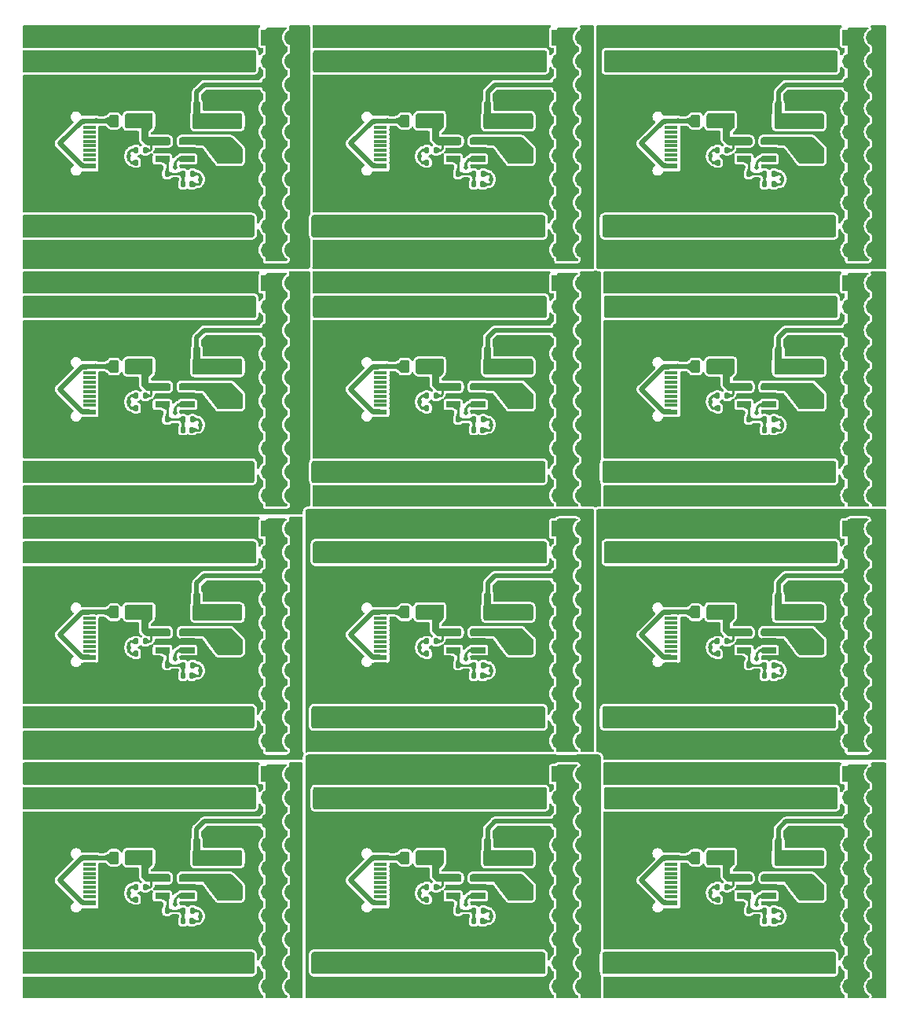
<source format=gbr>
%TF.GenerationSoftware,KiCad,Pcbnew,7.0.6*%
%TF.CreationDate,2023-09-22T02:01:45+08:00*%
%TF.ProjectId,power_ex_board_muti,706f7765-725f-4657-985f-626f6172645f,rev?*%
%TF.SameCoordinates,Original*%
%TF.FileFunction,Copper,L1,Top*%
%TF.FilePolarity,Positive*%
%FSLAX46Y46*%
G04 Gerber Fmt 4.6, Leading zero omitted, Abs format (unit mm)*
G04 Created by KiCad (PCBNEW 7.0.6) date 2023-09-22 02:01:45*
%MOMM*%
%LPD*%
G01*
G04 APERTURE LIST*
G04 Aperture macros list*
%AMRoundRect*
0 Rectangle with rounded corners*
0 $1 Rounding radius*
0 $2 $3 $4 $5 $6 $7 $8 $9 X,Y pos of 4 corners*
0 Add a 4 corners polygon primitive as box body*
4,1,4,$2,$3,$4,$5,$6,$7,$8,$9,$2,$3,0*
0 Add four circle primitives for the rounded corners*
1,1,$1+$1,$2,$3*
1,1,$1+$1,$4,$5*
1,1,$1+$1,$6,$7*
1,1,$1+$1,$8,$9*
0 Add four rect primitives between the rounded corners*
20,1,$1+$1,$2,$3,$4,$5,0*
20,1,$1+$1,$4,$5,$6,$7,0*
20,1,$1+$1,$6,$7,$8,$9,0*
20,1,$1+$1,$8,$9,$2,$3,0*%
G04 Aperture macros list end*
%TA.AperFunction,SMDPad,CuDef*%
%ADD10R,1.560000X0.650000*%
%TD*%
%TA.AperFunction,SMDPad,CuDef*%
%ADD11RoundRect,0.250000X-0.262500X-0.450000X0.262500X-0.450000X0.262500X0.450000X-0.262500X0.450000X0*%
%TD*%
%TA.AperFunction,ComponentPad*%
%ADD12R,1.700000X1.700000*%
%TD*%
%TA.AperFunction,ComponentPad*%
%ADD13O,1.700000X1.700000*%
%TD*%
%TA.AperFunction,SMDPad,CuDef*%
%ADD14RoundRect,0.140000X0.140000X0.170000X-0.140000X0.170000X-0.140000X-0.170000X0.140000X-0.170000X0*%
%TD*%
%TA.AperFunction,SMDPad,CuDef*%
%ADD15RoundRect,0.140000X-0.140000X-0.170000X0.140000X-0.170000X0.140000X0.170000X-0.140000X0.170000X0*%
%TD*%
%TA.AperFunction,SMDPad,CuDef*%
%ADD16RoundRect,0.250000X-0.250000X-0.475000X0.250000X-0.475000X0.250000X0.475000X-0.250000X0.475000X0*%
%TD*%
%TA.AperFunction,SMDPad,CuDef*%
%ADD17R,2.500000X1.500000*%
%TD*%
%TA.AperFunction,SMDPad,CuDef*%
%ADD18RoundRect,0.135000X0.135000X0.185000X-0.135000X0.185000X-0.135000X-0.185000X0.135000X-0.185000X0*%
%TD*%
%TA.AperFunction,SMDPad,CuDef*%
%ADD19RoundRect,0.250000X0.250000X0.475000X-0.250000X0.475000X-0.250000X-0.475000X0.250000X-0.475000X0*%
%TD*%
%TA.AperFunction,SMDPad,CuDef*%
%ADD20RoundRect,0.135000X-0.135000X-0.185000X0.135000X-0.185000X0.135000X0.185000X-0.135000X0.185000X0*%
%TD*%
%TA.AperFunction,SMDPad,CuDef*%
%ADD21R,1.450000X0.600000*%
%TD*%
%TA.AperFunction,SMDPad,CuDef*%
%ADD22R,1.450000X0.300000*%
%TD*%
%TA.AperFunction,ComponentPad*%
%ADD23O,2.100000X1.000000*%
%TD*%
%TA.AperFunction,ComponentPad*%
%ADD24O,1.600000X1.000000*%
%TD*%
%TA.AperFunction,ViaPad*%
%ADD25C,0.508000*%
%TD*%
%TA.AperFunction,Conductor*%
%ADD26C,0.254000*%
%TD*%
%TA.AperFunction,Conductor*%
%ADD27C,0.508000*%
%TD*%
G04 APERTURE END LIST*
D10*
%TO.P,U1,1,EN*%
%TO.N,Board_1-Net-(U1-EN)*%
X49582000Y-14888600D03*
%TO.P,U1,2,GND*%
%TO.N,Board_1-GND*%
X49582000Y-13938600D03*
%TO.P,U1,3,LX*%
%TO.N,Board_1-Net-(U1-LX)*%
X49582000Y-12988600D03*
%TO.P,U1,4,IN*%
%TO.N,Board_1-Net-(U1-IN)*%
X46882000Y-12988600D03*
%TO.P,U1,5,FB*%
%TO.N,Board_1-Net-(U1-FB)*%
X46882000Y-14888600D03*
%TD*%
D11*
%TO.P,R1,1*%
%TO.N,Board_3-+5V*%
X10315500Y-37245200D03*
%TO.P,R1,2*%
%TO.N,Board_3-Net-(U1-IN)*%
X12140500Y-37245200D03*
%TD*%
D12*
%TO.P,Custom,1,Pin_1*%
%TO.N,Board_6-VCC*%
X24348600Y-74991200D03*
D13*
%TO.P,Custom,2,Pin_2*%
%TO.N,Board_6-GND*%
X24348600Y-77531200D03*
%TO.P,Custom,3,Pin_3*%
%TO.N,Board_6-VCC*%
X21808600Y-74991200D03*
%TO.P,Custom,4,Pin_4*%
%TO.N,Board_6-GND*%
X21808600Y-77531200D03*
%TO.P,Custom,5,Pin_5*%
%TO.N,Board_6-VCC*%
X19268600Y-74991200D03*
%TO.P,Custom,6,Pin_6*%
%TO.N,Board_6-GND*%
X19268600Y-77531200D03*
%TO.P,Custom,7,Pin_7*%
%TO.N,Board_6-VCC*%
X16728600Y-74991200D03*
%TO.P,Custom,8,Pin_8*%
%TO.N,Board_6-GND*%
X16728600Y-77531200D03*
%TO.P,Custom,9,Pin_9*%
%TO.N,Board_6-VCC*%
X14188600Y-74991200D03*
%TO.P,Custom,10,Pin_10*%
%TO.N,Board_6-GND*%
X14188600Y-77531200D03*
%TO.P,Custom,11,Pin_11*%
%TO.N,Board_6-VCC*%
X11648600Y-74991200D03*
%TO.P,Custom,12,Pin_12*%
%TO.N,Board_6-GND*%
X11648600Y-77531200D03*
%TO.P,Custom,13,Pin_13*%
%TO.N,Board_6-VCC*%
X9108600Y-74991200D03*
%TO.P,Custom,14,Pin_14*%
%TO.N,Board_6-GND*%
X9108600Y-77531200D03*
%TO.P,Custom,15,Pin_15*%
%TO.N,Board_6-VCC*%
X6568600Y-74991200D03*
%TO.P,Custom,16,Pin_16*%
%TO.N,Board_6-GND*%
X6568600Y-77531200D03*
%TO.P,Custom,17,Pin_17*%
%TO.N,Board_6-VCC*%
X4028600Y-74991200D03*
%TO.P,Custom,18,Pin_18*%
%TO.N,Board_6-GND*%
X4028600Y-77531200D03*
%TO.P,Custom,19,Pin_19*%
%TO.N,Board_6-VCC*%
X1488600Y-74991200D03*
%TO.P,Custom,20,Pin_20*%
%TO.N,Board_6-GND*%
X1488600Y-77531200D03*
%TD*%
D14*
%TO.P,C5,1*%
%TO.N,Board_3-+3V3*%
X19246600Y-35488000D03*
%TO.P,C5,2*%
%TO.N,Board_3-GND*%
X18286600Y-35488000D03*
%TD*%
D10*
%TO.P,U1,1,EN*%
%TO.N,Board_11-Net-(U1-EN)*%
X80925600Y-94212800D03*
%TO.P,U1,2,GND*%
%TO.N,Board_11-GND*%
X80925600Y-93262800D03*
%TO.P,U1,3,LX*%
%TO.N,Board_11-Net-(U1-LX)*%
X80925600Y-92312800D03*
%TO.P,U1,4,IN*%
%TO.N,Board_11-Net-(U1-IN)*%
X78225600Y-92312800D03*
%TO.P,U1,5,FB*%
%TO.N,Board_11-Net-(U1-FB)*%
X78225600Y-94212800D03*
%TD*%
D14*
%TO.P,C4,1*%
%TO.N,Board_5-+3V3*%
X81411000Y-44073200D03*
%TO.P,C4,2*%
%TO.N,Board_5-Net-(U1-FB)*%
X80451000Y-44073200D03*
%TD*%
D15*
%TO.P,C3,1*%
%TO.N,Board_2-Net-(U1-EN)*%
X75388400Y-15278600D03*
%TO.P,C3,2*%
%TO.N,Board_2-GND*%
X76348400Y-15278600D03*
%TD*%
D14*
%TO.P,C4,1*%
%TO.N,Board_0-+3V3*%
X18723800Y-17631800D03*
%TO.P,C4,2*%
%TO.N,Board_0-Net-(U1-FB)*%
X17763800Y-17631800D03*
%TD*%
D16*
%TO.P,C1,1*%
%TO.N,Board_3-Net-(U1-IN)*%
X13910200Y-37245200D03*
%TO.P,C1,2*%
%TO.N,Board_3-GND*%
X15810200Y-37245200D03*
%TD*%
D12*
%TO.P,5V,1,Pin_1*%
%TO.N,Board_10-+5V*%
X32842200Y-83682600D03*
D13*
%TO.P,5V,2,Pin_2*%
%TO.N,Board_10-GND*%
X32842200Y-81142600D03*
%TO.P,5V,3,Pin_3*%
%TO.N,Board_10-+5V*%
X35382200Y-83682600D03*
%TO.P,5V,4,Pin_4*%
%TO.N,Board_10-GND*%
X35382200Y-81142600D03*
%TO.P,5V,5,Pin_5*%
%TO.N,Board_10-+5V*%
X37922200Y-83682600D03*
%TO.P,5V,6,Pin_6*%
%TO.N,Board_10-GND*%
X37922200Y-81142600D03*
%TO.P,5V,7,Pin_7*%
%TO.N,Board_10-+5V*%
X40462200Y-83682600D03*
%TO.P,5V,8,Pin_8*%
%TO.N,Board_10-GND*%
X40462200Y-81142600D03*
%TO.P,5V,9,Pin_9*%
%TO.N,Board_10-+5V*%
X43002200Y-83682600D03*
%TO.P,5V,10,Pin_10*%
%TO.N,Board_10-GND*%
X43002200Y-81142600D03*
%TO.P,5V,11,Pin_11*%
%TO.N,Board_10-+5V*%
X45542200Y-83682600D03*
%TO.P,5V,12,Pin_12*%
%TO.N,Board_10-GND*%
X45542200Y-81142600D03*
%TO.P,5V,13,Pin_13*%
%TO.N,Board_10-+5V*%
X48082200Y-83682600D03*
%TO.P,5V,14,Pin_14*%
%TO.N,Board_10-GND*%
X48082200Y-81142600D03*
%TO.P,5V,15,Pin_15*%
%TO.N,Board_10-+5V*%
X50622200Y-83682600D03*
%TO.P,5V,16,Pin_16*%
%TO.N,Board_10-GND*%
X50622200Y-81142600D03*
%TO.P,5V,17,Pin_17*%
%TO.N,Board_10-+5V*%
X53162200Y-83682600D03*
%TO.P,5V,18,Pin_18*%
%TO.N,Board_10-GND*%
X53162200Y-81142600D03*
%TO.P,5V,19,Pin_19*%
%TO.N,Board_10-+5V*%
X55702200Y-83682600D03*
%TO.P,5V,20,Pin_20*%
%TO.N,Board_10-GND*%
X55702200Y-81142600D03*
%TD*%
D14*
%TO.P,C5,1*%
%TO.N,Board_10-+3V3*%
X50590200Y-88370800D03*
%TO.P,C5,2*%
%TO.N,Board_10-GND*%
X49630200Y-88370800D03*
%TD*%
D10*
%TO.P,U1,1,EN*%
%TO.N,Board_6-Net-(U1-EN)*%
X18238400Y-67771400D03*
%TO.P,U1,2,GND*%
%TO.N,Board_6-GND*%
X18238400Y-66821400D03*
%TO.P,U1,3,LX*%
%TO.N,Board_6-Net-(U1-LX)*%
X18238400Y-65871400D03*
%TO.P,U1,4,IN*%
%TO.N,Board_6-Net-(U1-IN)*%
X15538400Y-65871400D03*
%TO.P,U1,5,FB*%
%TO.N,Board_6-Net-(U1-FB)*%
X15538400Y-67771400D03*
%TD*%
D12*
%TO.P,3V3,1,Pin_1*%
%TO.N,Board_1-+3V3*%
X58338800Y-1808400D03*
D13*
%TO.P,3V3,2,Pin_2*%
%TO.N,Board_1-GND*%
X60878800Y-1808400D03*
%TO.P,3V3,3,Pin_3*%
%TO.N,Board_1-+3V3*%
X58338800Y-4348400D03*
%TO.P,3V3,4,Pin_4*%
%TO.N,Board_1-GND*%
X60878800Y-4348400D03*
%TO.P,3V3,5,Pin_5*%
%TO.N,Board_1-+3V3*%
X58338800Y-6888400D03*
%TO.P,3V3,6,Pin_6*%
%TO.N,Board_1-GND*%
X60878800Y-6888400D03*
%TO.P,3V3,7,Pin_7*%
%TO.N,Board_1-+3V3*%
X58338800Y-9428400D03*
%TO.P,3V3,8,Pin_8*%
%TO.N,Board_1-GND*%
X60878800Y-9428400D03*
%TO.P,3V3,9,Pin_9*%
%TO.N,Board_1-+3V3*%
X58338800Y-11968400D03*
%TO.P,3V3,10,Pin_10*%
%TO.N,Board_1-GND*%
X60878800Y-11968400D03*
%TO.P,3V3,11,Pin_11*%
%TO.N,Board_1-+3V3*%
X58338800Y-14508400D03*
%TO.P,3V3,12,Pin_12*%
%TO.N,Board_1-GND*%
X60878800Y-14508400D03*
%TO.P,3V3,13,Pin_13*%
%TO.N,Board_1-+3V3*%
X58338800Y-17048400D03*
%TO.P,3V3,14,Pin_14*%
%TO.N,Board_1-GND*%
X60878800Y-17048400D03*
%TO.P,3V3,15,Pin_15*%
%TO.N,Board_1-+3V3*%
X58338800Y-19588400D03*
%TO.P,3V3,16,Pin_16*%
%TO.N,Board_1-GND*%
X60878800Y-19588400D03*
%TO.P,3V3,17,Pin_17*%
%TO.N,Board_1-+3V3*%
X58338800Y-22128400D03*
%TO.P,3V3,18,Pin_18*%
%TO.N,Board_1-GND*%
X60878800Y-22128400D03*
%TO.P,3V3,19,Pin_19*%
%TO.N,Board_1-+3V3*%
X58338800Y-24668400D03*
%TO.P,3V3,20,Pin_20*%
%TO.N,Board_1-GND*%
X60878800Y-24668400D03*
%TD*%
D17*
%TO.P,L1,1,1*%
%TO.N,Board_1-Net-(U1-LX)*%
X54152800Y-14528800D03*
%TO.P,L1,2,2*%
%TO.N,Board_1-+3V3*%
X54152800Y-10828800D03*
%TD*%
D12*
%TO.P,3V3,1,Pin_1*%
%TO.N,Board_11-+3V3*%
X89682400Y-81132600D03*
D13*
%TO.P,3V3,2,Pin_2*%
%TO.N,Board_11-GND*%
X92222400Y-81132600D03*
%TO.P,3V3,3,Pin_3*%
%TO.N,Board_11-+3V3*%
X89682400Y-83672600D03*
%TO.P,3V3,4,Pin_4*%
%TO.N,Board_11-GND*%
X92222400Y-83672600D03*
%TO.P,3V3,5,Pin_5*%
%TO.N,Board_11-+3V3*%
X89682400Y-86212600D03*
%TO.P,3V3,6,Pin_6*%
%TO.N,Board_11-GND*%
X92222400Y-86212600D03*
%TO.P,3V3,7,Pin_7*%
%TO.N,Board_11-+3V3*%
X89682400Y-88752600D03*
%TO.P,3V3,8,Pin_8*%
%TO.N,Board_11-GND*%
X92222400Y-88752600D03*
%TO.P,3V3,9,Pin_9*%
%TO.N,Board_11-+3V3*%
X89682400Y-91292600D03*
%TO.P,3V3,10,Pin_10*%
%TO.N,Board_11-GND*%
X92222400Y-91292600D03*
%TO.P,3V3,11,Pin_11*%
%TO.N,Board_11-+3V3*%
X89682400Y-93832600D03*
%TO.P,3V3,12,Pin_12*%
%TO.N,Board_11-GND*%
X92222400Y-93832600D03*
%TO.P,3V3,13,Pin_13*%
%TO.N,Board_11-+3V3*%
X89682400Y-96372600D03*
%TO.P,3V3,14,Pin_14*%
%TO.N,Board_11-GND*%
X92222400Y-96372600D03*
%TO.P,3V3,15,Pin_15*%
%TO.N,Board_11-+3V3*%
X89682400Y-98912600D03*
%TO.P,3V3,16,Pin_16*%
%TO.N,Board_11-GND*%
X92222400Y-98912600D03*
%TO.P,3V3,17,Pin_17*%
%TO.N,Board_11-+3V3*%
X89682400Y-101452600D03*
%TO.P,3V3,18,Pin_18*%
%TO.N,Board_11-GND*%
X92222400Y-101452600D03*
%TO.P,3V3,19,Pin_19*%
%TO.N,Board_11-+3V3*%
X89682400Y-103992600D03*
%TO.P,3V3,20,Pin_20*%
%TO.N,Board_11-GND*%
X92222400Y-103992600D03*
%TD*%
D18*
%TO.P,R4,1*%
%TO.N,Board_1-Net-(U1-FB)*%
X47392000Y-16488800D03*
%TO.P,R4,2*%
%TO.N,Board_1-GND*%
X46372000Y-16488800D03*
%TD*%
D12*
%TO.P,5V,1,Pin_1*%
%TO.N,Board_2-+5V*%
X64185800Y-4358400D03*
D13*
%TO.P,5V,2,Pin_2*%
%TO.N,Board_2-GND*%
X64185800Y-1818400D03*
%TO.P,5V,3,Pin_3*%
%TO.N,Board_2-+5V*%
X66725800Y-4358400D03*
%TO.P,5V,4,Pin_4*%
%TO.N,Board_2-GND*%
X66725800Y-1818400D03*
%TO.P,5V,5,Pin_5*%
%TO.N,Board_2-+5V*%
X69265800Y-4358400D03*
%TO.P,5V,6,Pin_6*%
%TO.N,Board_2-GND*%
X69265800Y-1818400D03*
%TO.P,5V,7,Pin_7*%
%TO.N,Board_2-+5V*%
X71805800Y-4358400D03*
%TO.P,5V,8,Pin_8*%
%TO.N,Board_2-GND*%
X71805800Y-1818400D03*
%TO.P,5V,9,Pin_9*%
%TO.N,Board_2-+5V*%
X74345800Y-4358400D03*
%TO.P,5V,10,Pin_10*%
%TO.N,Board_2-GND*%
X74345800Y-1818400D03*
%TO.P,5V,11,Pin_11*%
%TO.N,Board_2-+5V*%
X76885800Y-4358400D03*
%TO.P,5V,12,Pin_12*%
%TO.N,Board_2-GND*%
X76885800Y-1818400D03*
%TO.P,5V,13,Pin_13*%
%TO.N,Board_2-+5V*%
X79425800Y-4358400D03*
%TO.P,5V,14,Pin_14*%
%TO.N,Board_2-GND*%
X79425800Y-1818400D03*
%TO.P,5V,15,Pin_15*%
%TO.N,Board_2-+5V*%
X81965800Y-4358400D03*
%TO.P,5V,16,Pin_16*%
%TO.N,Board_2-GND*%
X81965800Y-1818400D03*
%TO.P,5V,17,Pin_17*%
%TO.N,Board_2-+5V*%
X84505800Y-4358400D03*
%TO.P,5V,18,Pin_18*%
%TO.N,Board_2-GND*%
X84505800Y-1818400D03*
%TO.P,5V,19,Pin_19*%
%TO.N,Board_2-+5V*%
X87045800Y-4358400D03*
%TO.P,5V,20,Pin_20*%
%TO.N,Board_2-GND*%
X87045800Y-1818400D03*
%TD*%
D19*
%TO.P,C6,1*%
%TO.N,Board_3-+3V3*%
X19417000Y-37245200D03*
%TO.P,C6,2*%
%TO.N,Board_3-GND*%
X17517000Y-37245200D03*
%TD*%
D16*
%TO.P,C1,1*%
%TO.N,Board_4-Net-(U1-IN)*%
X45253800Y-37245200D03*
%TO.P,C1,2*%
%TO.N,Board_4-GND*%
X47153800Y-37245200D03*
%TD*%
%TO.P,C1,1*%
%TO.N,Board_2-Net-(U1-IN)*%
X76597400Y-10803800D03*
%TO.P,C1,2*%
%TO.N,Board_2-GND*%
X78497400Y-10803800D03*
%TD*%
D19*
%TO.P,C6,1*%
%TO.N,Board_0-+3V3*%
X19417000Y-10803800D03*
%TO.P,C6,2*%
%TO.N,Board_0-GND*%
X17517000Y-10803800D03*
%TD*%
D18*
%TO.P,R4,1*%
%TO.N,Board_6-Net-(U1-FB)*%
X16048400Y-69371600D03*
%TO.P,R4,2*%
%TO.N,Board_6-GND*%
X15028400Y-69371600D03*
%TD*%
%TO.P,R3,1*%
%TO.N,Board_1-+3V3*%
X50117400Y-16488800D03*
%TO.P,R3,2*%
%TO.N,Board_1-Net-(U1-FB)*%
X49097400Y-16488800D03*
%TD*%
D12*
%TO.P,5V,1,Pin_1*%
%TO.N,Board_3-+5V*%
X1498600Y-30799800D03*
D13*
%TO.P,5V,2,Pin_2*%
%TO.N,Board_3-GND*%
X1498600Y-28259800D03*
%TO.P,5V,3,Pin_3*%
%TO.N,Board_3-+5V*%
X4038600Y-30799800D03*
%TO.P,5V,4,Pin_4*%
%TO.N,Board_3-GND*%
X4038600Y-28259800D03*
%TO.P,5V,5,Pin_5*%
%TO.N,Board_3-+5V*%
X6578600Y-30799800D03*
%TO.P,5V,6,Pin_6*%
%TO.N,Board_3-GND*%
X6578600Y-28259800D03*
%TO.P,5V,7,Pin_7*%
%TO.N,Board_3-+5V*%
X9118600Y-30799800D03*
%TO.P,5V,8,Pin_8*%
%TO.N,Board_3-GND*%
X9118600Y-28259800D03*
%TO.P,5V,9,Pin_9*%
%TO.N,Board_3-+5V*%
X11658600Y-30799800D03*
%TO.P,5V,10,Pin_10*%
%TO.N,Board_3-GND*%
X11658600Y-28259800D03*
%TO.P,5V,11,Pin_11*%
%TO.N,Board_3-+5V*%
X14198600Y-30799800D03*
%TO.P,5V,12,Pin_12*%
%TO.N,Board_3-GND*%
X14198600Y-28259800D03*
%TO.P,5V,13,Pin_13*%
%TO.N,Board_3-+5V*%
X16738600Y-30799800D03*
%TO.P,5V,14,Pin_14*%
%TO.N,Board_3-GND*%
X16738600Y-28259800D03*
%TO.P,5V,15,Pin_15*%
%TO.N,Board_3-+5V*%
X19278600Y-30799800D03*
%TO.P,5V,16,Pin_16*%
%TO.N,Board_3-GND*%
X19278600Y-28259800D03*
%TO.P,5V,17,Pin_17*%
%TO.N,Board_3-+5V*%
X21818600Y-30799800D03*
%TO.P,5V,18,Pin_18*%
%TO.N,Board_3-GND*%
X21818600Y-28259800D03*
%TO.P,5V,19,Pin_19*%
%TO.N,Board_3-+5V*%
X24358600Y-30799800D03*
%TO.P,5V,20,Pin_20*%
%TO.N,Board_3-GND*%
X24358600Y-28259800D03*
%TD*%
D14*
%TO.P,C5,1*%
%TO.N,Board_1-+3V3*%
X50590200Y-9046600D03*
%TO.P,C5,2*%
%TO.N,Board_1-GND*%
X49630200Y-9046600D03*
%TD*%
D20*
%TO.P,R2,1*%
%TO.N,Board_7-Net-(U1-EN)*%
X44034800Y-66821400D03*
%TO.P,R2,2*%
%TO.N,Board_7-Net-(U1-IN)*%
X45054800Y-66821400D03*
%TD*%
D10*
%TO.P,U1,1,EN*%
%TO.N,Board_7-Net-(U1-EN)*%
X49582000Y-67771400D03*
%TO.P,U1,2,GND*%
%TO.N,Board_7-GND*%
X49582000Y-66821400D03*
%TO.P,U1,3,LX*%
%TO.N,Board_7-Net-(U1-LX)*%
X49582000Y-65871400D03*
%TO.P,U1,4,IN*%
%TO.N,Board_7-Net-(U1-IN)*%
X46882000Y-65871400D03*
%TO.P,U1,5,FB*%
%TO.N,Board_7-Net-(U1-FB)*%
X46882000Y-67771400D03*
%TD*%
D17*
%TO.P,L1,1,1*%
%TO.N,Board_8-Net-(U1-LX)*%
X85496400Y-67411600D03*
%TO.P,L1,2,2*%
%TO.N,Board_8-+3V3*%
X85496400Y-63711600D03*
%TD*%
D15*
%TO.P,C3,1*%
%TO.N,Board_1-Net-(U1-EN)*%
X44044800Y-15278600D03*
%TO.P,C3,2*%
%TO.N,Board_1-GND*%
X45004800Y-15278600D03*
%TD*%
%TO.P,C3,1*%
%TO.N,Board_3-Net-(U1-EN)*%
X12701200Y-41720000D03*
%TO.P,C3,2*%
%TO.N,Board_3-GND*%
X13661200Y-41720000D03*
%TD*%
D14*
%TO.P,C2,1*%
%TO.N,Board_2-Net-(U1-IN)*%
X76348400Y-12598600D03*
%TO.P,C2,2*%
%TO.N,Board_2-GND*%
X75388400Y-12598600D03*
%TD*%
D20*
%TO.P,R2,1*%
%TO.N,Board_9-Net-(U1-EN)*%
X12691200Y-93262800D03*
%TO.P,R2,2*%
%TO.N,Board_9-Net-(U1-IN)*%
X13711200Y-93262800D03*
%TD*%
D12*
%TO.P,3V3,1,Pin_1*%
%TO.N,Board_0-+3V3*%
X26995200Y-1808400D03*
D13*
%TO.P,3V3,2,Pin_2*%
%TO.N,Board_0-GND*%
X29535200Y-1808400D03*
%TO.P,3V3,3,Pin_3*%
%TO.N,Board_0-+3V3*%
X26995200Y-4348400D03*
%TO.P,3V3,4,Pin_4*%
%TO.N,Board_0-GND*%
X29535200Y-4348400D03*
%TO.P,3V3,5,Pin_5*%
%TO.N,Board_0-+3V3*%
X26995200Y-6888400D03*
%TO.P,3V3,6,Pin_6*%
%TO.N,Board_0-GND*%
X29535200Y-6888400D03*
%TO.P,3V3,7,Pin_7*%
%TO.N,Board_0-+3V3*%
X26995200Y-9428400D03*
%TO.P,3V3,8,Pin_8*%
%TO.N,Board_0-GND*%
X29535200Y-9428400D03*
%TO.P,3V3,9,Pin_9*%
%TO.N,Board_0-+3V3*%
X26995200Y-11968400D03*
%TO.P,3V3,10,Pin_10*%
%TO.N,Board_0-GND*%
X29535200Y-11968400D03*
%TO.P,3V3,11,Pin_11*%
%TO.N,Board_0-+3V3*%
X26995200Y-14508400D03*
%TO.P,3V3,12,Pin_12*%
%TO.N,Board_0-GND*%
X29535200Y-14508400D03*
%TO.P,3V3,13,Pin_13*%
%TO.N,Board_0-+3V3*%
X26995200Y-17048400D03*
%TO.P,3V3,14,Pin_14*%
%TO.N,Board_0-GND*%
X29535200Y-17048400D03*
%TO.P,3V3,15,Pin_15*%
%TO.N,Board_0-+3V3*%
X26995200Y-19588400D03*
%TO.P,3V3,16,Pin_16*%
%TO.N,Board_0-GND*%
X29535200Y-19588400D03*
%TO.P,3V3,17,Pin_17*%
%TO.N,Board_0-+3V3*%
X26995200Y-22128400D03*
%TO.P,3V3,18,Pin_18*%
%TO.N,Board_0-GND*%
X29535200Y-22128400D03*
%TO.P,3V3,19,Pin_19*%
%TO.N,Board_0-+3V3*%
X26995200Y-24668400D03*
%TO.P,3V3,20,Pin_20*%
%TO.N,Board_0-GND*%
X29535200Y-24668400D03*
%TD*%
D16*
%TO.P,C1,1*%
%TO.N,Board_10-Net-(U1-IN)*%
X45253800Y-90128000D03*
%TO.P,C1,2*%
%TO.N,Board_10-GND*%
X47153800Y-90128000D03*
%TD*%
D12*
%TO.P,Custom,1,Pin_1*%
%TO.N,Board_2-VCC*%
X87035800Y-22108400D03*
D13*
%TO.P,Custom,2,Pin_2*%
%TO.N,Board_2-GND*%
X87035800Y-24648400D03*
%TO.P,Custom,3,Pin_3*%
%TO.N,Board_2-VCC*%
X84495800Y-22108400D03*
%TO.P,Custom,4,Pin_4*%
%TO.N,Board_2-GND*%
X84495800Y-24648400D03*
%TO.P,Custom,5,Pin_5*%
%TO.N,Board_2-VCC*%
X81955800Y-22108400D03*
%TO.P,Custom,6,Pin_6*%
%TO.N,Board_2-GND*%
X81955800Y-24648400D03*
%TO.P,Custom,7,Pin_7*%
%TO.N,Board_2-VCC*%
X79415800Y-22108400D03*
%TO.P,Custom,8,Pin_8*%
%TO.N,Board_2-GND*%
X79415800Y-24648400D03*
%TO.P,Custom,9,Pin_9*%
%TO.N,Board_2-VCC*%
X76875800Y-22108400D03*
%TO.P,Custom,10,Pin_10*%
%TO.N,Board_2-GND*%
X76875800Y-24648400D03*
%TO.P,Custom,11,Pin_11*%
%TO.N,Board_2-VCC*%
X74335800Y-22108400D03*
%TO.P,Custom,12,Pin_12*%
%TO.N,Board_2-GND*%
X74335800Y-24648400D03*
%TO.P,Custom,13,Pin_13*%
%TO.N,Board_2-VCC*%
X71795800Y-22108400D03*
%TO.P,Custom,14,Pin_14*%
%TO.N,Board_2-GND*%
X71795800Y-24648400D03*
%TO.P,Custom,15,Pin_15*%
%TO.N,Board_2-VCC*%
X69255800Y-22108400D03*
%TO.P,Custom,16,Pin_16*%
%TO.N,Board_2-GND*%
X69255800Y-24648400D03*
%TO.P,Custom,17,Pin_17*%
%TO.N,Board_2-VCC*%
X66715800Y-22108400D03*
%TO.P,Custom,18,Pin_18*%
%TO.N,Board_2-GND*%
X66715800Y-24648400D03*
%TO.P,Custom,19,Pin_19*%
%TO.N,Board_2-VCC*%
X64175800Y-22108400D03*
%TO.P,Custom,20,Pin_20*%
%TO.N,Board_2-GND*%
X64175800Y-24648400D03*
%TD*%
D11*
%TO.P,R1,1*%
%TO.N,Board_11-+5V*%
X73002700Y-90128000D03*
%TO.P,R1,2*%
%TO.N,Board_11-Net-(U1-IN)*%
X74827700Y-90128000D03*
%TD*%
D12*
%TO.P,5V,1,Pin_1*%
%TO.N,Board_6-+5V*%
X1498600Y-57241200D03*
D13*
%TO.P,5V,2,Pin_2*%
%TO.N,Board_6-GND*%
X1498600Y-54701200D03*
%TO.P,5V,3,Pin_3*%
%TO.N,Board_6-+5V*%
X4038600Y-57241200D03*
%TO.P,5V,4,Pin_4*%
%TO.N,Board_6-GND*%
X4038600Y-54701200D03*
%TO.P,5V,5,Pin_5*%
%TO.N,Board_6-+5V*%
X6578600Y-57241200D03*
%TO.P,5V,6,Pin_6*%
%TO.N,Board_6-GND*%
X6578600Y-54701200D03*
%TO.P,5V,7,Pin_7*%
%TO.N,Board_6-+5V*%
X9118600Y-57241200D03*
%TO.P,5V,8,Pin_8*%
%TO.N,Board_6-GND*%
X9118600Y-54701200D03*
%TO.P,5V,9,Pin_9*%
%TO.N,Board_6-+5V*%
X11658600Y-57241200D03*
%TO.P,5V,10,Pin_10*%
%TO.N,Board_6-GND*%
X11658600Y-54701200D03*
%TO.P,5V,11,Pin_11*%
%TO.N,Board_6-+5V*%
X14198600Y-57241200D03*
%TO.P,5V,12,Pin_12*%
%TO.N,Board_6-GND*%
X14198600Y-54701200D03*
%TO.P,5V,13,Pin_13*%
%TO.N,Board_6-+5V*%
X16738600Y-57241200D03*
%TO.P,5V,14,Pin_14*%
%TO.N,Board_6-GND*%
X16738600Y-54701200D03*
%TO.P,5V,15,Pin_15*%
%TO.N,Board_6-+5V*%
X19278600Y-57241200D03*
%TO.P,5V,16,Pin_16*%
%TO.N,Board_6-GND*%
X19278600Y-54701200D03*
%TO.P,5V,17,Pin_17*%
%TO.N,Board_6-+5V*%
X21818600Y-57241200D03*
%TO.P,5V,18,Pin_18*%
%TO.N,Board_6-GND*%
X21818600Y-54701200D03*
%TO.P,5V,19,Pin_19*%
%TO.N,Board_6-+5V*%
X24358600Y-57241200D03*
%TO.P,5V,20,Pin_20*%
%TO.N,Board_6-GND*%
X24358600Y-54701200D03*
%TD*%
D15*
%TO.P,C3,1*%
%TO.N,Board_10-Net-(U1-EN)*%
X44044800Y-94602800D03*
%TO.P,C3,2*%
%TO.N,Board_10-GND*%
X45004800Y-94602800D03*
%TD*%
D10*
%TO.P,U1,1,EN*%
%TO.N,Board_2-Net-(U1-EN)*%
X80925600Y-14888600D03*
%TO.P,U1,2,GND*%
%TO.N,Board_2-GND*%
X80925600Y-13938600D03*
%TO.P,U1,3,LX*%
%TO.N,Board_2-Net-(U1-LX)*%
X80925600Y-12988600D03*
%TO.P,U1,4,IN*%
%TO.N,Board_2-Net-(U1-IN)*%
X78225600Y-12988600D03*
%TO.P,U1,5,FB*%
%TO.N,Board_2-Net-(U1-FB)*%
X78225600Y-14888600D03*
%TD*%
%TO.P,U1,1,EN*%
%TO.N,Board_0-Net-(U1-EN)*%
X18238400Y-14888600D03*
%TO.P,U1,2,GND*%
%TO.N,Board_0-GND*%
X18238400Y-13938600D03*
%TO.P,U1,3,LX*%
%TO.N,Board_0-Net-(U1-LX)*%
X18238400Y-12988600D03*
%TO.P,U1,4,IN*%
%TO.N,Board_0-Net-(U1-IN)*%
X15538400Y-12988600D03*
%TO.P,U1,5,FB*%
%TO.N,Board_0-Net-(U1-FB)*%
X15538400Y-14888600D03*
%TD*%
D11*
%TO.P,R1,1*%
%TO.N,Board_0-+5V*%
X10315500Y-10803800D03*
%TO.P,R1,2*%
%TO.N,Board_0-Net-(U1-IN)*%
X12140500Y-10803800D03*
%TD*%
D14*
%TO.P,C5,1*%
%TO.N,Board_2-+3V3*%
X81933800Y-9046600D03*
%TO.P,C5,2*%
%TO.N,Board_2-GND*%
X80973800Y-9046600D03*
%TD*%
D18*
%TO.P,R3,1*%
%TO.N,Board_7-+3V3*%
X50117400Y-69371600D03*
%TO.P,R3,2*%
%TO.N,Board_7-Net-(U1-FB)*%
X49097400Y-69371600D03*
%TD*%
D16*
%TO.P,C1,1*%
%TO.N,Board_8-Net-(U1-IN)*%
X76597400Y-63686600D03*
%TO.P,C1,2*%
%TO.N,Board_8-GND*%
X78497400Y-63686600D03*
%TD*%
D15*
%TO.P,C3,1*%
%TO.N,Board_7-Net-(U1-EN)*%
X44044800Y-68161400D03*
%TO.P,C3,2*%
%TO.N,Board_7-GND*%
X45004800Y-68161400D03*
%TD*%
D12*
%TO.P,3V3,1,Pin_1*%
%TO.N,Board_5-+3V3*%
X89682400Y-28249800D03*
D13*
%TO.P,3V3,2,Pin_2*%
%TO.N,Board_5-GND*%
X92222400Y-28249800D03*
%TO.P,3V3,3,Pin_3*%
%TO.N,Board_5-+3V3*%
X89682400Y-30789800D03*
%TO.P,3V3,4,Pin_4*%
%TO.N,Board_5-GND*%
X92222400Y-30789800D03*
%TO.P,3V3,5,Pin_5*%
%TO.N,Board_5-+3V3*%
X89682400Y-33329800D03*
%TO.P,3V3,6,Pin_6*%
%TO.N,Board_5-GND*%
X92222400Y-33329800D03*
%TO.P,3V3,7,Pin_7*%
%TO.N,Board_5-+3V3*%
X89682400Y-35869800D03*
%TO.P,3V3,8,Pin_8*%
%TO.N,Board_5-GND*%
X92222400Y-35869800D03*
%TO.P,3V3,9,Pin_9*%
%TO.N,Board_5-+3V3*%
X89682400Y-38409800D03*
%TO.P,3V3,10,Pin_10*%
%TO.N,Board_5-GND*%
X92222400Y-38409800D03*
%TO.P,3V3,11,Pin_11*%
%TO.N,Board_5-+3V3*%
X89682400Y-40949800D03*
%TO.P,3V3,12,Pin_12*%
%TO.N,Board_5-GND*%
X92222400Y-40949800D03*
%TO.P,3V3,13,Pin_13*%
%TO.N,Board_5-+3V3*%
X89682400Y-43489800D03*
%TO.P,3V3,14,Pin_14*%
%TO.N,Board_5-GND*%
X92222400Y-43489800D03*
%TO.P,3V3,15,Pin_15*%
%TO.N,Board_5-+3V3*%
X89682400Y-46029800D03*
%TO.P,3V3,16,Pin_16*%
%TO.N,Board_5-GND*%
X92222400Y-46029800D03*
%TO.P,3V3,17,Pin_17*%
%TO.N,Board_5-+3V3*%
X89682400Y-48569800D03*
%TO.P,3V3,18,Pin_18*%
%TO.N,Board_5-GND*%
X92222400Y-48569800D03*
%TO.P,3V3,19,Pin_19*%
%TO.N,Board_5-+3V3*%
X89682400Y-51109800D03*
%TO.P,3V3,20,Pin_20*%
%TO.N,Board_5-GND*%
X92222400Y-51109800D03*
%TD*%
D21*
%TO.P,J1,A1,GND*%
%TO.N,Board_9-GND*%
X7677200Y-89307600D03*
%TO.P,J1,A4,VBUS*%
%TO.N,Board_9-+5V*%
X7677200Y-90107600D03*
D22*
%TO.P,J1,A5,CC1*%
%TO.N,Board_9-unconnected-(J1-CC1-PadA5)*%
X7677200Y-91307600D03*
%TO.P,J1,A6,D+*%
%TO.N,Board_9-unconnected-(J1-D+-PadA6)*%
X7677200Y-92307600D03*
%TO.P,J1,A7,D-*%
%TO.N,Board_9-unconnected-(J1-D--PadA7)*%
X7677200Y-92807600D03*
%TO.P,J1,A8,SBU1*%
%TO.N,Board_9-unconnected-(J1-SBU1-PadA8)*%
X7677200Y-93807600D03*
D21*
%TO.P,J1,A9,VBUS*%
%TO.N,Board_9-+5V*%
X7677200Y-95007600D03*
%TO.P,J1,A12,GND*%
%TO.N,Board_9-GND*%
X7677200Y-95807600D03*
%TO.P,J1,B1,GND*%
X7677200Y-95807600D03*
%TO.P,J1,B4,VBUS*%
%TO.N,Board_9-+5V*%
X7677200Y-95007600D03*
D22*
%TO.P,J1,B5,CC2*%
%TO.N,Board_9-unconnected-(J1-CC2-PadB5)*%
X7677200Y-94307600D03*
%TO.P,J1,B6,D+*%
%TO.N,Board_9-unconnected-(J1-D+-PadB6)*%
X7677200Y-93307600D03*
%TO.P,J1,B7,D-*%
%TO.N,Board_9-unconnected-(J1-D--PadB7)*%
X7677200Y-91807600D03*
%TO.P,J1,B8,SBU2*%
%TO.N,Board_9-unconnected-(J1-SBU2-PadB8)*%
X7677200Y-90807600D03*
D21*
%TO.P,J1,B9,VBUS*%
%TO.N,Board_9-+5V*%
X7677200Y-90107600D03*
%TO.P,J1,B12,GND*%
%TO.N,Board_9-GND*%
X7677200Y-89307600D03*
D23*
%TO.P,J1,S1,SHIELD*%
X6762200Y-88237600D03*
D24*
X2582200Y-88237600D03*
D23*
X6762200Y-96877600D03*
D24*
X2582200Y-96877600D03*
%TD*%
D18*
%TO.P,R3,1*%
%TO.N,Board_0-+3V3*%
X18773800Y-16488800D03*
%TO.P,R3,2*%
%TO.N,Board_0-Net-(U1-FB)*%
X17753800Y-16488800D03*
%TD*%
D14*
%TO.P,C4,1*%
%TO.N,Board_1-+3V3*%
X50067400Y-17631800D03*
%TO.P,C4,2*%
%TO.N,Board_1-Net-(U1-FB)*%
X49107400Y-17631800D03*
%TD*%
D15*
%TO.P,C3,1*%
%TO.N,Board_4-Net-(U1-EN)*%
X44044800Y-41720000D03*
%TO.P,C3,2*%
%TO.N,Board_4-GND*%
X45004800Y-41720000D03*
%TD*%
D11*
%TO.P,R1,1*%
%TO.N,Board_2-+5V*%
X73002700Y-10803800D03*
%TO.P,R1,2*%
%TO.N,Board_2-Net-(U1-IN)*%
X74827700Y-10803800D03*
%TD*%
D16*
%TO.P,C1,1*%
%TO.N,Board_1-Net-(U1-IN)*%
X45253800Y-10803800D03*
%TO.P,C1,2*%
%TO.N,Board_1-GND*%
X47153800Y-10803800D03*
%TD*%
D14*
%TO.P,C4,1*%
%TO.N,Board_3-+3V3*%
X18723800Y-44073200D03*
%TO.P,C4,2*%
%TO.N,Board_3-Net-(U1-FB)*%
X17763800Y-44073200D03*
%TD*%
D17*
%TO.P,L1,1,1*%
%TO.N,Board_2-Net-(U1-LX)*%
X85496400Y-14528800D03*
%TO.P,L1,2,2*%
%TO.N,Board_2-+3V3*%
X85496400Y-10828800D03*
%TD*%
D14*
%TO.P,C5,1*%
%TO.N,Board_4-+3V3*%
X50590200Y-35488000D03*
%TO.P,C5,2*%
%TO.N,Board_4-GND*%
X49630200Y-35488000D03*
%TD*%
D12*
%TO.P,5V,1,Pin_1*%
%TO.N,Board_11-+5V*%
X64185800Y-83682600D03*
D13*
%TO.P,5V,2,Pin_2*%
%TO.N,Board_11-GND*%
X64185800Y-81142600D03*
%TO.P,5V,3,Pin_3*%
%TO.N,Board_11-+5V*%
X66725800Y-83682600D03*
%TO.P,5V,4,Pin_4*%
%TO.N,Board_11-GND*%
X66725800Y-81142600D03*
%TO.P,5V,5,Pin_5*%
%TO.N,Board_11-+5V*%
X69265800Y-83682600D03*
%TO.P,5V,6,Pin_6*%
%TO.N,Board_11-GND*%
X69265800Y-81142600D03*
%TO.P,5V,7,Pin_7*%
%TO.N,Board_11-+5V*%
X71805800Y-83682600D03*
%TO.P,5V,8,Pin_8*%
%TO.N,Board_11-GND*%
X71805800Y-81142600D03*
%TO.P,5V,9,Pin_9*%
%TO.N,Board_11-+5V*%
X74345800Y-83682600D03*
%TO.P,5V,10,Pin_10*%
%TO.N,Board_11-GND*%
X74345800Y-81142600D03*
%TO.P,5V,11,Pin_11*%
%TO.N,Board_11-+5V*%
X76885800Y-83682600D03*
%TO.P,5V,12,Pin_12*%
%TO.N,Board_11-GND*%
X76885800Y-81142600D03*
%TO.P,5V,13,Pin_13*%
%TO.N,Board_11-+5V*%
X79425800Y-83682600D03*
%TO.P,5V,14,Pin_14*%
%TO.N,Board_11-GND*%
X79425800Y-81142600D03*
%TO.P,5V,15,Pin_15*%
%TO.N,Board_11-+5V*%
X81965800Y-83682600D03*
%TO.P,5V,16,Pin_16*%
%TO.N,Board_11-GND*%
X81965800Y-81142600D03*
%TO.P,5V,17,Pin_17*%
%TO.N,Board_11-+5V*%
X84505800Y-83682600D03*
%TO.P,5V,18,Pin_18*%
%TO.N,Board_11-GND*%
X84505800Y-81142600D03*
%TO.P,5V,19,Pin_19*%
%TO.N,Board_11-+5V*%
X87045800Y-83682600D03*
%TO.P,5V,20,Pin_20*%
%TO.N,Board_11-GND*%
X87045800Y-81142600D03*
%TD*%
D12*
%TO.P,Custom,1,Pin_1*%
%TO.N,Board_0-VCC*%
X24348600Y-22108400D03*
D13*
%TO.P,Custom,2,Pin_2*%
%TO.N,Board_0-GND*%
X24348600Y-24648400D03*
%TO.P,Custom,3,Pin_3*%
%TO.N,Board_0-VCC*%
X21808600Y-22108400D03*
%TO.P,Custom,4,Pin_4*%
%TO.N,Board_0-GND*%
X21808600Y-24648400D03*
%TO.P,Custom,5,Pin_5*%
%TO.N,Board_0-VCC*%
X19268600Y-22108400D03*
%TO.P,Custom,6,Pin_6*%
%TO.N,Board_0-GND*%
X19268600Y-24648400D03*
%TO.P,Custom,7,Pin_7*%
%TO.N,Board_0-VCC*%
X16728600Y-22108400D03*
%TO.P,Custom,8,Pin_8*%
%TO.N,Board_0-GND*%
X16728600Y-24648400D03*
%TO.P,Custom,9,Pin_9*%
%TO.N,Board_0-VCC*%
X14188600Y-22108400D03*
%TO.P,Custom,10,Pin_10*%
%TO.N,Board_0-GND*%
X14188600Y-24648400D03*
%TO.P,Custom,11,Pin_11*%
%TO.N,Board_0-VCC*%
X11648600Y-22108400D03*
%TO.P,Custom,12,Pin_12*%
%TO.N,Board_0-GND*%
X11648600Y-24648400D03*
%TO.P,Custom,13,Pin_13*%
%TO.N,Board_0-VCC*%
X9108600Y-22108400D03*
%TO.P,Custom,14,Pin_14*%
%TO.N,Board_0-GND*%
X9108600Y-24648400D03*
%TO.P,Custom,15,Pin_15*%
%TO.N,Board_0-VCC*%
X6568600Y-22108400D03*
%TO.P,Custom,16,Pin_16*%
%TO.N,Board_0-GND*%
X6568600Y-24648400D03*
%TO.P,Custom,17,Pin_17*%
%TO.N,Board_0-VCC*%
X4028600Y-22108400D03*
%TO.P,Custom,18,Pin_18*%
%TO.N,Board_0-GND*%
X4028600Y-24648400D03*
%TO.P,Custom,19,Pin_19*%
%TO.N,Board_0-VCC*%
X1488600Y-22108400D03*
%TO.P,Custom,20,Pin_20*%
%TO.N,Board_0-GND*%
X1488600Y-24648400D03*
%TD*%
D11*
%TO.P,R1,1*%
%TO.N,Board_8-+5V*%
X73002700Y-63686600D03*
%TO.P,R1,2*%
%TO.N,Board_8-Net-(U1-IN)*%
X74827700Y-63686600D03*
%TD*%
D14*
%TO.P,C5,1*%
%TO.N,Board_5-+3V3*%
X81933800Y-35488000D03*
%TO.P,C5,2*%
%TO.N,Board_5-GND*%
X80973800Y-35488000D03*
%TD*%
%TO.P,C5,1*%
%TO.N,Board_9-+3V3*%
X19246600Y-88370800D03*
%TO.P,C5,2*%
%TO.N,Board_9-GND*%
X18286600Y-88370800D03*
%TD*%
D16*
%TO.P,C1,1*%
%TO.N,Board_6-Net-(U1-IN)*%
X13910200Y-63686600D03*
%TO.P,C1,2*%
%TO.N,Board_6-GND*%
X15810200Y-63686600D03*
%TD*%
D12*
%TO.P,Custom,1,Pin_1*%
%TO.N,Board_10-VCC*%
X55692200Y-101432600D03*
D13*
%TO.P,Custom,2,Pin_2*%
%TO.N,Board_10-GND*%
X55692200Y-103972600D03*
%TO.P,Custom,3,Pin_3*%
%TO.N,Board_10-VCC*%
X53152200Y-101432600D03*
%TO.P,Custom,4,Pin_4*%
%TO.N,Board_10-GND*%
X53152200Y-103972600D03*
%TO.P,Custom,5,Pin_5*%
%TO.N,Board_10-VCC*%
X50612200Y-101432600D03*
%TO.P,Custom,6,Pin_6*%
%TO.N,Board_10-GND*%
X50612200Y-103972600D03*
%TO.P,Custom,7,Pin_7*%
%TO.N,Board_10-VCC*%
X48072200Y-101432600D03*
%TO.P,Custom,8,Pin_8*%
%TO.N,Board_10-GND*%
X48072200Y-103972600D03*
%TO.P,Custom,9,Pin_9*%
%TO.N,Board_10-VCC*%
X45532200Y-101432600D03*
%TO.P,Custom,10,Pin_10*%
%TO.N,Board_10-GND*%
X45532200Y-103972600D03*
%TO.P,Custom,11,Pin_11*%
%TO.N,Board_10-VCC*%
X42992200Y-101432600D03*
%TO.P,Custom,12,Pin_12*%
%TO.N,Board_10-GND*%
X42992200Y-103972600D03*
%TO.P,Custom,13,Pin_13*%
%TO.N,Board_10-VCC*%
X40452200Y-101432600D03*
%TO.P,Custom,14,Pin_14*%
%TO.N,Board_10-GND*%
X40452200Y-103972600D03*
%TO.P,Custom,15,Pin_15*%
%TO.N,Board_10-VCC*%
X37912200Y-101432600D03*
%TO.P,Custom,16,Pin_16*%
%TO.N,Board_10-GND*%
X37912200Y-103972600D03*
%TO.P,Custom,17,Pin_17*%
%TO.N,Board_10-VCC*%
X35372200Y-101432600D03*
%TO.P,Custom,18,Pin_18*%
%TO.N,Board_10-GND*%
X35372200Y-103972600D03*
%TO.P,Custom,19,Pin_19*%
%TO.N,Board_10-VCC*%
X32832200Y-101432600D03*
%TO.P,Custom,20,Pin_20*%
%TO.N,Board_10-GND*%
X32832200Y-103972600D03*
%TD*%
D12*
%TO.P,3V3,1,Pin_1*%
%TO.N,Board_6-+3V3*%
X26995200Y-54691200D03*
D13*
%TO.P,3V3,2,Pin_2*%
%TO.N,Board_6-GND*%
X29535200Y-54691200D03*
%TO.P,3V3,3,Pin_3*%
%TO.N,Board_6-+3V3*%
X26995200Y-57231200D03*
%TO.P,3V3,4,Pin_4*%
%TO.N,Board_6-GND*%
X29535200Y-57231200D03*
%TO.P,3V3,5,Pin_5*%
%TO.N,Board_6-+3V3*%
X26995200Y-59771200D03*
%TO.P,3V3,6,Pin_6*%
%TO.N,Board_6-GND*%
X29535200Y-59771200D03*
%TO.P,3V3,7,Pin_7*%
%TO.N,Board_6-+3V3*%
X26995200Y-62311200D03*
%TO.P,3V3,8,Pin_8*%
%TO.N,Board_6-GND*%
X29535200Y-62311200D03*
%TO.P,3V3,9,Pin_9*%
%TO.N,Board_6-+3V3*%
X26995200Y-64851200D03*
%TO.P,3V3,10,Pin_10*%
%TO.N,Board_6-GND*%
X29535200Y-64851200D03*
%TO.P,3V3,11,Pin_11*%
%TO.N,Board_6-+3V3*%
X26995200Y-67391200D03*
%TO.P,3V3,12,Pin_12*%
%TO.N,Board_6-GND*%
X29535200Y-67391200D03*
%TO.P,3V3,13,Pin_13*%
%TO.N,Board_6-+3V3*%
X26995200Y-69931200D03*
%TO.P,3V3,14,Pin_14*%
%TO.N,Board_6-GND*%
X29535200Y-69931200D03*
%TO.P,3V3,15,Pin_15*%
%TO.N,Board_6-+3V3*%
X26995200Y-72471200D03*
%TO.P,3V3,16,Pin_16*%
%TO.N,Board_6-GND*%
X29535200Y-72471200D03*
%TO.P,3V3,17,Pin_17*%
%TO.N,Board_6-+3V3*%
X26995200Y-75011200D03*
%TO.P,3V3,18,Pin_18*%
%TO.N,Board_6-GND*%
X29535200Y-75011200D03*
%TO.P,3V3,19,Pin_19*%
%TO.N,Board_6-+3V3*%
X26995200Y-77551200D03*
%TO.P,3V3,20,Pin_20*%
%TO.N,Board_6-GND*%
X29535200Y-77551200D03*
%TD*%
D12*
%TO.P,Custom,1,Pin_1*%
%TO.N,Board_1-VCC*%
X55692200Y-22108400D03*
D13*
%TO.P,Custom,2,Pin_2*%
%TO.N,Board_1-GND*%
X55692200Y-24648400D03*
%TO.P,Custom,3,Pin_3*%
%TO.N,Board_1-VCC*%
X53152200Y-22108400D03*
%TO.P,Custom,4,Pin_4*%
%TO.N,Board_1-GND*%
X53152200Y-24648400D03*
%TO.P,Custom,5,Pin_5*%
%TO.N,Board_1-VCC*%
X50612200Y-22108400D03*
%TO.P,Custom,6,Pin_6*%
%TO.N,Board_1-GND*%
X50612200Y-24648400D03*
%TO.P,Custom,7,Pin_7*%
%TO.N,Board_1-VCC*%
X48072200Y-22108400D03*
%TO.P,Custom,8,Pin_8*%
%TO.N,Board_1-GND*%
X48072200Y-24648400D03*
%TO.P,Custom,9,Pin_9*%
%TO.N,Board_1-VCC*%
X45532200Y-22108400D03*
%TO.P,Custom,10,Pin_10*%
%TO.N,Board_1-GND*%
X45532200Y-24648400D03*
%TO.P,Custom,11,Pin_11*%
%TO.N,Board_1-VCC*%
X42992200Y-22108400D03*
%TO.P,Custom,12,Pin_12*%
%TO.N,Board_1-GND*%
X42992200Y-24648400D03*
%TO.P,Custom,13,Pin_13*%
%TO.N,Board_1-VCC*%
X40452200Y-22108400D03*
%TO.P,Custom,14,Pin_14*%
%TO.N,Board_1-GND*%
X40452200Y-24648400D03*
%TO.P,Custom,15,Pin_15*%
%TO.N,Board_1-VCC*%
X37912200Y-22108400D03*
%TO.P,Custom,16,Pin_16*%
%TO.N,Board_1-GND*%
X37912200Y-24648400D03*
%TO.P,Custom,17,Pin_17*%
%TO.N,Board_1-VCC*%
X35372200Y-22108400D03*
%TO.P,Custom,18,Pin_18*%
%TO.N,Board_1-GND*%
X35372200Y-24648400D03*
%TO.P,Custom,19,Pin_19*%
%TO.N,Board_1-VCC*%
X32832200Y-22108400D03*
%TO.P,Custom,20,Pin_20*%
%TO.N,Board_1-GND*%
X32832200Y-24648400D03*
%TD*%
D17*
%TO.P,L1,1,1*%
%TO.N,Board_0-Net-(U1-LX)*%
X22809200Y-14528800D03*
%TO.P,L1,2,2*%
%TO.N,Board_0-+3V3*%
X22809200Y-10828800D03*
%TD*%
D12*
%TO.P,5V,1,Pin_1*%
%TO.N,Board_5-+5V*%
X64185800Y-30799800D03*
D13*
%TO.P,5V,2,Pin_2*%
%TO.N,Board_5-GND*%
X64185800Y-28259800D03*
%TO.P,5V,3,Pin_3*%
%TO.N,Board_5-+5V*%
X66725800Y-30799800D03*
%TO.P,5V,4,Pin_4*%
%TO.N,Board_5-GND*%
X66725800Y-28259800D03*
%TO.P,5V,5,Pin_5*%
%TO.N,Board_5-+5V*%
X69265800Y-30799800D03*
%TO.P,5V,6,Pin_6*%
%TO.N,Board_5-GND*%
X69265800Y-28259800D03*
%TO.P,5V,7,Pin_7*%
%TO.N,Board_5-+5V*%
X71805800Y-30799800D03*
%TO.P,5V,8,Pin_8*%
%TO.N,Board_5-GND*%
X71805800Y-28259800D03*
%TO.P,5V,9,Pin_9*%
%TO.N,Board_5-+5V*%
X74345800Y-30799800D03*
%TO.P,5V,10,Pin_10*%
%TO.N,Board_5-GND*%
X74345800Y-28259800D03*
%TO.P,5V,11,Pin_11*%
%TO.N,Board_5-+5V*%
X76885800Y-30799800D03*
%TO.P,5V,12,Pin_12*%
%TO.N,Board_5-GND*%
X76885800Y-28259800D03*
%TO.P,5V,13,Pin_13*%
%TO.N,Board_5-+5V*%
X79425800Y-30799800D03*
%TO.P,5V,14,Pin_14*%
%TO.N,Board_5-GND*%
X79425800Y-28259800D03*
%TO.P,5V,15,Pin_15*%
%TO.N,Board_5-+5V*%
X81965800Y-30799800D03*
%TO.P,5V,16,Pin_16*%
%TO.N,Board_5-GND*%
X81965800Y-28259800D03*
%TO.P,5V,17,Pin_17*%
%TO.N,Board_5-+5V*%
X84505800Y-30799800D03*
%TO.P,5V,18,Pin_18*%
%TO.N,Board_5-GND*%
X84505800Y-28259800D03*
%TO.P,5V,19,Pin_19*%
%TO.N,Board_5-+5V*%
X87045800Y-30799800D03*
%TO.P,5V,20,Pin_20*%
%TO.N,Board_5-GND*%
X87045800Y-28259800D03*
%TD*%
D18*
%TO.P,R4,1*%
%TO.N,Board_0-Net-(U1-FB)*%
X16048400Y-16488800D03*
%TO.P,R4,2*%
%TO.N,Board_0-GND*%
X15028400Y-16488800D03*
%TD*%
D19*
%TO.P,C6,1*%
%TO.N,Board_4-+3V3*%
X50760600Y-37245200D03*
%TO.P,C6,2*%
%TO.N,Board_4-GND*%
X48860600Y-37245200D03*
%TD*%
D14*
%TO.P,C2,1*%
%TO.N,Board_10-Net-(U1-IN)*%
X45004800Y-91922800D03*
%TO.P,C2,2*%
%TO.N,Board_10-GND*%
X44044800Y-91922800D03*
%TD*%
D21*
%TO.P,J1,A1,GND*%
%TO.N,Board_1-GND*%
X39020800Y-9983400D03*
%TO.P,J1,A4,VBUS*%
%TO.N,Board_1-+5V*%
X39020800Y-10783400D03*
D22*
%TO.P,J1,A5,CC1*%
%TO.N,Board_1-unconnected-(J1-CC1-PadA5)*%
X39020800Y-11983400D03*
%TO.P,J1,A6,D+*%
%TO.N,Board_1-unconnected-(J1-D+-PadA6)*%
X39020800Y-12983400D03*
%TO.P,J1,A7,D-*%
%TO.N,Board_1-unconnected-(J1-D--PadA7)*%
X39020800Y-13483400D03*
%TO.P,J1,A8,SBU1*%
%TO.N,Board_1-unconnected-(J1-SBU1-PadA8)*%
X39020800Y-14483400D03*
D21*
%TO.P,J1,A9,VBUS*%
%TO.N,Board_1-+5V*%
X39020800Y-15683400D03*
%TO.P,J1,A12,GND*%
%TO.N,Board_1-GND*%
X39020800Y-16483400D03*
%TO.P,J1,B1,GND*%
X39020800Y-16483400D03*
%TO.P,J1,B4,VBUS*%
%TO.N,Board_1-+5V*%
X39020800Y-15683400D03*
D22*
%TO.P,J1,B5,CC2*%
%TO.N,Board_1-unconnected-(J1-CC2-PadB5)*%
X39020800Y-14983400D03*
%TO.P,J1,B6,D+*%
%TO.N,Board_1-unconnected-(J1-D+-PadB6)*%
X39020800Y-13983400D03*
%TO.P,J1,B7,D-*%
%TO.N,Board_1-unconnected-(J1-D--PadB7)*%
X39020800Y-12483400D03*
%TO.P,J1,B8,SBU2*%
%TO.N,Board_1-unconnected-(J1-SBU2-PadB8)*%
X39020800Y-11483400D03*
D21*
%TO.P,J1,B9,VBUS*%
%TO.N,Board_1-+5V*%
X39020800Y-10783400D03*
%TO.P,J1,B12,GND*%
%TO.N,Board_1-GND*%
X39020800Y-9983400D03*
D23*
%TO.P,J1,S1,SHIELD*%
X38105800Y-8913400D03*
D24*
X33925800Y-8913400D03*
D23*
X38105800Y-17553400D03*
D24*
X33925800Y-17553400D03*
%TD*%
D21*
%TO.P,J1,A1,GND*%
%TO.N,Board_10-GND*%
X39020800Y-89307600D03*
%TO.P,J1,A4,VBUS*%
%TO.N,Board_10-+5V*%
X39020800Y-90107600D03*
D22*
%TO.P,J1,A5,CC1*%
%TO.N,Board_10-unconnected-(J1-CC1-PadA5)*%
X39020800Y-91307600D03*
%TO.P,J1,A6,D+*%
%TO.N,Board_10-unconnected-(J1-D+-PadA6)*%
X39020800Y-92307600D03*
%TO.P,J1,A7,D-*%
%TO.N,Board_10-unconnected-(J1-D--PadA7)*%
X39020800Y-92807600D03*
%TO.P,J1,A8,SBU1*%
%TO.N,Board_10-unconnected-(J1-SBU1-PadA8)*%
X39020800Y-93807600D03*
D21*
%TO.P,J1,A9,VBUS*%
%TO.N,Board_10-+5V*%
X39020800Y-95007600D03*
%TO.P,J1,A12,GND*%
%TO.N,Board_10-GND*%
X39020800Y-95807600D03*
%TO.P,J1,B1,GND*%
X39020800Y-95807600D03*
%TO.P,J1,B4,VBUS*%
%TO.N,Board_10-+5V*%
X39020800Y-95007600D03*
D22*
%TO.P,J1,B5,CC2*%
%TO.N,Board_10-unconnected-(J1-CC2-PadB5)*%
X39020800Y-94307600D03*
%TO.P,J1,B6,D+*%
%TO.N,Board_10-unconnected-(J1-D+-PadB6)*%
X39020800Y-93307600D03*
%TO.P,J1,B7,D-*%
%TO.N,Board_10-unconnected-(J1-D--PadB7)*%
X39020800Y-91807600D03*
%TO.P,J1,B8,SBU2*%
%TO.N,Board_10-unconnected-(J1-SBU2-PadB8)*%
X39020800Y-90807600D03*
D21*
%TO.P,J1,B9,VBUS*%
%TO.N,Board_10-+5V*%
X39020800Y-90107600D03*
%TO.P,J1,B12,GND*%
%TO.N,Board_10-GND*%
X39020800Y-89307600D03*
D23*
%TO.P,J1,S1,SHIELD*%
X38105800Y-88237600D03*
D24*
X33925800Y-88237600D03*
D23*
X38105800Y-96877600D03*
D24*
X33925800Y-96877600D03*
%TD*%
D14*
%TO.P,C5,1*%
%TO.N,Board_8-+3V3*%
X81933800Y-61929400D03*
%TO.P,C5,2*%
%TO.N,Board_8-GND*%
X80973800Y-61929400D03*
%TD*%
D16*
%TO.P,C1,1*%
%TO.N,Board_11-Net-(U1-IN)*%
X76597400Y-90128000D03*
%TO.P,C1,2*%
%TO.N,Board_11-GND*%
X78497400Y-90128000D03*
%TD*%
D20*
%TO.P,R2,1*%
%TO.N,Board_11-Net-(U1-EN)*%
X75378400Y-93262800D03*
%TO.P,R2,2*%
%TO.N,Board_11-Net-(U1-IN)*%
X76398400Y-93262800D03*
%TD*%
D19*
%TO.P,C6,1*%
%TO.N,Board_6-+3V3*%
X19417000Y-63686600D03*
%TO.P,C6,2*%
%TO.N,Board_6-GND*%
X17517000Y-63686600D03*
%TD*%
D21*
%TO.P,J1,A1,GND*%
%TO.N,Board_4-GND*%
X39020800Y-36424800D03*
%TO.P,J1,A4,VBUS*%
%TO.N,Board_4-+5V*%
X39020800Y-37224800D03*
D22*
%TO.P,J1,A5,CC1*%
%TO.N,Board_4-unconnected-(J1-CC1-PadA5)*%
X39020800Y-38424800D03*
%TO.P,J1,A6,D+*%
%TO.N,Board_4-unconnected-(J1-D+-PadA6)*%
X39020800Y-39424800D03*
%TO.P,J1,A7,D-*%
%TO.N,Board_4-unconnected-(J1-D--PadA7)*%
X39020800Y-39924800D03*
%TO.P,J1,A8,SBU1*%
%TO.N,Board_4-unconnected-(J1-SBU1-PadA8)*%
X39020800Y-40924800D03*
D21*
%TO.P,J1,A9,VBUS*%
%TO.N,Board_4-+5V*%
X39020800Y-42124800D03*
%TO.P,J1,A12,GND*%
%TO.N,Board_4-GND*%
X39020800Y-42924800D03*
%TO.P,J1,B1,GND*%
X39020800Y-42924800D03*
%TO.P,J1,B4,VBUS*%
%TO.N,Board_4-+5V*%
X39020800Y-42124800D03*
D22*
%TO.P,J1,B5,CC2*%
%TO.N,Board_4-unconnected-(J1-CC2-PadB5)*%
X39020800Y-41424800D03*
%TO.P,J1,B6,D+*%
%TO.N,Board_4-unconnected-(J1-D+-PadB6)*%
X39020800Y-40424800D03*
%TO.P,J1,B7,D-*%
%TO.N,Board_4-unconnected-(J1-D--PadB7)*%
X39020800Y-38924800D03*
%TO.P,J1,B8,SBU2*%
%TO.N,Board_4-unconnected-(J1-SBU2-PadB8)*%
X39020800Y-37924800D03*
D21*
%TO.P,J1,B9,VBUS*%
%TO.N,Board_4-+5V*%
X39020800Y-37224800D03*
%TO.P,J1,B12,GND*%
%TO.N,Board_4-GND*%
X39020800Y-36424800D03*
D23*
%TO.P,J1,S1,SHIELD*%
X38105800Y-35354800D03*
D24*
X33925800Y-35354800D03*
D23*
X38105800Y-43994800D03*
D24*
X33925800Y-43994800D03*
%TD*%
D15*
%TO.P,C3,1*%
%TO.N,Board_8-Net-(U1-EN)*%
X75388400Y-68161400D03*
%TO.P,C3,2*%
%TO.N,Board_8-GND*%
X76348400Y-68161400D03*
%TD*%
D16*
%TO.P,C1,1*%
%TO.N,Board_9-Net-(U1-IN)*%
X13910200Y-90128000D03*
%TO.P,C1,2*%
%TO.N,Board_9-GND*%
X15810200Y-90128000D03*
%TD*%
D14*
%TO.P,C4,1*%
%TO.N,Board_10-+3V3*%
X50067400Y-96956000D03*
%TO.P,C4,2*%
%TO.N,Board_10-Net-(U1-FB)*%
X49107400Y-96956000D03*
%TD*%
D18*
%TO.P,R4,1*%
%TO.N,Board_2-Net-(U1-FB)*%
X78735600Y-16488800D03*
%TO.P,R4,2*%
%TO.N,Board_2-GND*%
X77715600Y-16488800D03*
%TD*%
D12*
%TO.P,5V,1,Pin_1*%
%TO.N,Board_1-+5V*%
X32842200Y-4358400D03*
D13*
%TO.P,5V,2,Pin_2*%
%TO.N,Board_1-GND*%
X32842200Y-1818400D03*
%TO.P,5V,3,Pin_3*%
%TO.N,Board_1-+5V*%
X35382200Y-4358400D03*
%TO.P,5V,4,Pin_4*%
%TO.N,Board_1-GND*%
X35382200Y-1818400D03*
%TO.P,5V,5,Pin_5*%
%TO.N,Board_1-+5V*%
X37922200Y-4358400D03*
%TO.P,5V,6,Pin_6*%
%TO.N,Board_1-GND*%
X37922200Y-1818400D03*
%TO.P,5V,7,Pin_7*%
%TO.N,Board_1-+5V*%
X40462200Y-4358400D03*
%TO.P,5V,8,Pin_8*%
%TO.N,Board_1-GND*%
X40462200Y-1818400D03*
%TO.P,5V,9,Pin_9*%
%TO.N,Board_1-+5V*%
X43002200Y-4358400D03*
%TO.P,5V,10,Pin_10*%
%TO.N,Board_1-GND*%
X43002200Y-1818400D03*
%TO.P,5V,11,Pin_11*%
%TO.N,Board_1-+5V*%
X45542200Y-4358400D03*
%TO.P,5V,12,Pin_12*%
%TO.N,Board_1-GND*%
X45542200Y-1818400D03*
%TO.P,5V,13,Pin_13*%
%TO.N,Board_1-+5V*%
X48082200Y-4358400D03*
%TO.P,5V,14,Pin_14*%
%TO.N,Board_1-GND*%
X48082200Y-1818400D03*
%TO.P,5V,15,Pin_15*%
%TO.N,Board_1-+5V*%
X50622200Y-4358400D03*
%TO.P,5V,16,Pin_16*%
%TO.N,Board_1-GND*%
X50622200Y-1818400D03*
%TO.P,5V,17,Pin_17*%
%TO.N,Board_1-+5V*%
X53162200Y-4358400D03*
%TO.P,5V,18,Pin_18*%
%TO.N,Board_1-GND*%
X53162200Y-1818400D03*
%TO.P,5V,19,Pin_19*%
%TO.N,Board_1-+5V*%
X55702200Y-4358400D03*
%TO.P,5V,20,Pin_20*%
%TO.N,Board_1-GND*%
X55702200Y-1818400D03*
%TD*%
D14*
%TO.P,C2,1*%
%TO.N,Board_8-Net-(U1-IN)*%
X76348400Y-65481400D03*
%TO.P,C2,2*%
%TO.N,Board_8-GND*%
X75388400Y-65481400D03*
%TD*%
D12*
%TO.P,5V,1,Pin_1*%
%TO.N,Board_4-+5V*%
X32842200Y-30799800D03*
D13*
%TO.P,5V,2,Pin_2*%
%TO.N,Board_4-GND*%
X32842200Y-28259800D03*
%TO.P,5V,3,Pin_3*%
%TO.N,Board_4-+5V*%
X35382200Y-30799800D03*
%TO.P,5V,4,Pin_4*%
%TO.N,Board_4-GND*%
X35382200Y-28259800D03*
%TO.P,5V,5,Pin_5*%
%TO.N,Board_4-+5V*%
X37922200Y-30799800D03*
%TO.P,5V,6,Pin_6*%
%TO.N,Board_4-GND*%
X37922200Y-28259800D03*
%TO.P,5V,7,Pin_7*%
%TO.N,Board_4-+5V*%
X40462200Y-30799800D03*
%TO.P,5V,8,Pin_8*%
%TO.N,Board_4-GND*%
X40462200Y-28259800D03*
%TO.P,5V,9,Pin_9*%
%TO.N,Board_4-+5V*%
X43002200Y-30799800D03*
%TO.P,5V,10,Pin_10*%
%TO.N,Board_4-GND*%
X43002200Y-28259800D03*
%TO.P,5V,11,Pin_11*%
%TO.N,Board_4-+5V*%
X45542200Y-30799800D03*
%TO.P,5V,12,Pin_12*%
%TO.N,Board_4-GND*%
X45542200Y-28259800D03*
%TO.P,5V,13,Pin_13*%
%TO.N,Board_4-+5V*%
X48082200Y-30799800D03*
%TO.P,5V,14,Pin_14*%
%TO.N,Board_4-GND*%
X48082200Y-28259800D03*
%TO.P,5V,15,Pin_15*%
%TO.N,Board_4-+5V*%
X50622200Y-30799800D03*
%TO.P,5V,16,Pin_16*%
%TO.N,Board_4-GND*%
X50622200Y-28259800D03*
%TO.P,5V,17,Pin_17*%
%TO.N,Board_4-+5V*%
X53162200Y-30799800D03*
%TO.P,5V,18,Pin_18*%
%TO.N,Board_4-GND*%
X53162200Y-28259800D03*
%TO.P,5V,19,Pin_19*%
%TO.N,Board_4-+5V*%
X55702200Y-30799800D03*
%TO.P,5V,20,Pin_20*%
%TO.N,Board_4-GND*%
X55702200Y-28259800D03*
%TD*%
D18*
%TO.P,R3,1*%
%TO.N,Board_5-+3V3*%
X81461000Y-42930200D03*
%TO.P,R3,2*%
%TO.N,Board_5-Net-(U1-FB)*%
X80441000Y-42930200D03*
%TD*%
D14*
%TO.P,C2,1*%
%TO.N,Board_5-Net-(U1-IN)*%
X76348400Y-39040000D03*
%TO.P,C2,2*%
%TO.N,Board_5-GND*%
X75388400Y-39040000D03*
%TD*%
D11*
%TO.P,R1,1*%
%TO.N,Board_5-+5V*%
X73002700Y-37245200D03*
%TO.P,R1,2*%
%TO.N,Board_5-Net-(U1-IN)*%
X74827700Y-37245200D03*
%TD*%
D21*
%TO.P,J1,A1,GND*%
%TO.N,Board_0-GND*%
X7677200Y-9983400D03*
%TO.P,J1,A4,VBUS*%
%TO.N,Board_0-+5V*%
X7677200Y-10783400D03*
D22*
%TO.P,J1,A5,CC1*%
%TO.N,Board_0-unconnected-(J1-CC1-PadA5)*%
X7677200Y-11983400D03*
%TO.P,J1,A6,D+*%
%TO.N,Board_0-unconnected-(J1-D+-PadA6)*%
X7677200Y-12983400D03*
%TO.P,J1,A7,D-*%
%TO.N,Board_0-unconnected-(J1-D--PadA7)*%
X7677200Y-13483400D03*
%TO.P,J1,A8,SBU1*%
%TO.N,Board_0-unconnected-(J1-SBU1-PadA8)*%
X7677200Y-14483400D03*
D21*
%TO.P,J1,A9,VBUS*%
%TO.N,Board_0-+5V*%
X7677200Y-15683400D03*
%TO.P,J1,A12,GND*%
%TO.N,Board_0-GND*%
X7677200Y-16483400D03*
%TO.P,J1,B1,GND*%
X7677200Y-16483400D03*
%TO.P,J1,B4,VBUS*%
%TO.N,Board_0-+5V*%
X7677200Y-15683400D03*
D22*
%TO.P,J1,B5,CC2*%
%TO.N,Board_0-unconnected-(J1-CC2-PadB5)*%
X7677200Y-14983400D03*
%TO.P,J1,B6,D+*%
%TO.N,Board_0-unconnected-(J1-D+-PadB6)*%
X7677200Y-13983400D03*
%TO.P,J1,B7,D-*%
%TO.N,Board_0-unconnected-(J1-D--PadB7)*%
X7677200Y-12483400D03*
%TO.P,J1,B8,SBU2*%
%TO.N,Board_0-unconnected-(J1-SBU2-PadB8)*%
X7677200Y-11483400D03*
D21*
%TO.P,J1,B9,VBUS*%
%TO.N,Board_0-+5V*%
X7677200Y-10783400D03*
%TO.P,J1,B12,GND*%
%TO.N,Board_0-GND*%
X7677200Y-9983400D03*
D23*
%TO.P,J1,S1,SHIELD*%
X6762200Y-8913400D03*
D24*
X2582200Y-8913400D03*
D23*
X6762200Y-17553400D03*
D24*
X2582200Y-17553400D03*
%TD*%
D14*
%TO.P,C4,1*%
%TO.N,Board_7-+3V3*%
X50067400Y-70514600D03*
%TO.P,C4,2*%
%TO.N,Board_7-Net-(U1-FB)*%
X49107400Y-70514600D03*
%TD*%
D18*
%TO.P,R4,1*%
%TO.N,Board_5-Net-(U1-FB)*%
X78735600Y-42930200D03*
%TO.P,R4,2*%
%TO.N,Board_5-GND*%
X77715600Y-42930200D03*
%TD*%
D16*
%TO.P,C1,1*%
%TO.N,Board_7-Net-(U1-IN)*%
X45253800Y-63686600D03*
%TO.P,C1,2*%
%TO.N,Board_7-GND*%
X47153800Y-63686600D03*
%TD*%
D15*
%TO.P,C3,1*%
%TO.N,Board_9-Net-(U1-EN)*%
X12701200Y-94602800D03*
%TO.P,C3,2*%
%TO.N,Board_9-GND*%
X13661200Y-94602800D03*
%TD*%
D12*
%TO.P,Custom,1,Pin_1*%
%TO.N,Board_4-VCC*%
X55692200Y-48549800D03*
D13*
%TO.P,Custom,2,Pin_2*%
%TO.N,Board_4-GND*%
X55692200Y-51089800D03*
%TO.P,Custom,3,Pin_3*%
%TO.N,Board_4-VCC*%
X53152200Y-48549800D03*
%TO.P,Custom,4,Pin_4*%
%TO.N,Board_4-GND*%
X53152200Y-51089800D03*
%TO.P,Custom,5,Pin_5*%
%TO.N,Board_4-VCC*%
X50612200Y-48549800D03*
%TO.P,Custom,6,Pin_6*%
%TO.N,Board_4-GND*%
X50612200Y-51089800D03*
%TO.P,Custom,7,Pin_7*%
%TO.N,Board_4-VCC*%
X48072200Y-48549800D03*
%TO.P,Custom,8,Pin_8*%
%TO.N,Board_4-GND*%
X48072200Y-51089800D03*
%TO.P,Custom,9,Pin_9*%
%TO.N,Board_4-VCC*%
X45532200Y-48549800D03*
%TO.P,Custom,10,Pin_10*%
%TO.N,Board_4-GND*%
X45532200Y-51089800D03*
%TO.P,Custom,11,Pin_11*%
%TO.N,Board_4-VCC*%
X42992200Y-48549800D03*
%TO.P,Custom,12,Pin_12*%
%TO.N,Board_4-GND*%
X42992200Y-51089800D03*
%TO.P,Custom,13,Pin_13*%
%TO.N,Board_4-VCC*%
X40452200Y-48549800D03*
%TO.P,Custom,14,Pin_14*%
%TO.N,Board_4-GND*%
X40452200Y-51089800D03*
%TO.P,Custom,15,Pin_15*%
%TO.N,Board_4-VCC*%
X37912200Y-48549800D03*
%TO.P,Custom,16,Pin_16*%
%TO.N,Board_4-GND*%
X37912200Y-51089800D03*
%TO.P,Custom,17,Pin_17*%
%TO.N,Board_4-VCC*%
X35372200Y-48549800D03*
%TO.P,Custom,18,Pin_18*%
%TO.N,Board_4-GND*%
X35372200Y-51089800D03*
%TO.P,Custom,19,Pin_19*%
%TO.N,Board_4-VCC*%
X32832200Y-48549800D03*
%TO.P,Custom,20,Pin_20*%
%TO.N,Board_4-GND*%
X32832200Y-51089800D03*
%TD*%
D18*
%TO.P,R3,1*%
%TO.N,Board_10-+3V3*%
X50117400Y-95813000D03*
%TO.P,R3,2*%
%TO.N,Board_10-Net-(U1-FB)*%
X49097400Y-95813000D03*
%TD*%
%TO.P,R4,1*%
%TO.N,Board_3-Net-(U1-FB)*%
X16048400Y-42930200D03*
%TO.P,R4,2*%
%TO.N,Board_3-GND*%
X15028400Y-42930200D03*
%TD*%
D11*
%TO.P,R1,1*%
%TO.N,Board_6-+5V*%
X10315500Y-63686600D03*
%TO.P,R1,2*%
%TO.N,Board_6-Net-(U1-IN)*%
X12140500Y-63686600D03*
%TD*%
D21*
%TO.P,J1,A1,GND*%
%TO.N,Board_8-GND*%
X70364400Y-62866200D03*
%TO.P,J1,A4,VBUS*%
%TO.N,Board_8-+5V*%
X70364400Y-63666200D03*
D22*
%TO.P,J1,A5,CC1*%
%TO.N,Board_8-unconnected-(J1-CC1-PadA5)*%
X70364400Y-64866200D03*
%TO.P,J1,A6,D+*%
%TO.N,Board_8-unconnected-(J1-D+-PadA6)*%
X70364400Y-65866200D03*
%TO.P,J1,A7,D-*%
%TO.N,Board_8-unconnected-(J1-D--PadA7)*%
X70364400Y-66366200D03*
%TO.P,J1,A8,SBU1*%
%TO.N,Board_8-unconnected-(J1-SBU1-PadA8)*%
X70364400Y-67366200D03*
D21*
%TO.P,J1,A9,VBUS*%
%TO.N,Board_8-+5V*%
X70364400Y-68566200D03*
%TO.P,J1,A12,GND*%
%TO.N,Board_8-GND*%
X70364400Y-69366200D03*
%TO.P,J1,B1,GND*%
X70364400Y-69366200D03*
%TO.P,J1,B4,VBUS*%
%TO.N,Board_8-+5V*%
X70364400Y-68566200D03*
D22*
%TO.P,J1,B5,CC2*%
%TO.N,Board_8-unconnected-(J1-CC2-PadB5)*%
X70364400Y-67866200D03*
%TO.P,J1,B6,D+*%
%TO.N,Board_8-unconnected-(J1-D+-PadB6)*%
X70364400Y-66866200D03*
%TO.P,J1,B7,D-*%
%TO.N,Board_8-unconnected-(J1-D--PadB7)*%
X70364400Y-65366200D03*
%TO.P,J1,B8,SBU2*%
%TO.N,Board_8-unconnected-(J1-SBU2-PadB8)*%
X70364400Y-64366200D03*
D21*
%TO.P,J1,B9,VBUS*%
%TO.N,Board_8-+5V*%
X70364400Y-63666200D03*
%TO.P,J1,B12,GND*%
%TO.N,Board_8-GND*%
X70364400Y-62866200D03*
D23*
%TO.P,J1,S1,SHIELD*%
X69449400Y-61796200D03*
D24*
X65269400Y-61796200D03*
D23*
X69449400Y-70436200D03*
D24*
X65269400Y-70436200D03*
%TD*%
D18*
%TO.P,R4,1*%
%TO.N,Board_9-Net-(U1-FB)*%
X16048400Y-95813000D03*
%TO.P,R4,2*%
%TO.N,Board_9-GND*%
X15028400Y-95813000D03*
%TD*%
D14*
%TO.P,C4,1*%
%TO.N,Board_8-+3V3*%
X81411000Y-70514600D03*
%TO.P,C4,2*%
%TO.N,Board_8-Net-(U1-FB)*%
X80451000Y-70514600D03*
%TD*%
D20*
%TO.P,R2,1*%
%TO.N,Board_3-Net-(U1-EN)*%
X12691200Y-40380000D03*
%TO.P,R2,2*%
%TO.N,Board_3-Net-(U1-IN)*%
X13711200Y-40380000D03*
%TD*%
D14*
%TO.P,C5,1*%
%TO.N,Board_0-+3V3*%
X19246600Y-9046600D03*
%TO.P,C5,2*%
%TO.N,Board_0-GND*%
X18286600Y-9046600D03*
%TD*%
%TO.P,C2,1*%
%TO.N,Board_6-Net-(U1-IN)*%
X13661200Y-65481400D03*
%TO.P,C2,2*%
%TO.N,Board_6-GND*%
X12701200Y-65481400D03*
%TD*%
D12*
%TO.P,Custom,1,Pin_1*%
%TO.N,Board_8-VCC*%
X87035800Y-74991200D03*
D13*
%TO.P,Custom,2,Pin_2*%
%TO.N,Board_8-GND*%
X87035800Y-77531200D03*
%TO.P,Custom,3,Pin_3*%
%TO.N,Board_8-VCC*%
X84495800Y-74991200D03*
%TO.P,Custom,4,Pin_4*%
%TO.N,Board_8-GND*%
X84495800Y-77531200D03*
%TO.P,Custom,5,Pin_5*%
%TO.N,Board_8-VCC*%
X81955800Y-74991200D03*
%TO.P,Custom,6,Pin_6*%
%TO.N,Board_8-GND*%
X81955800Y-77531200D03*
%TO.P,Custom,7,Pin_7*%
%TO.N,Board_8-VCC*%
X79415800Y-74991200D03*
%TO.P,Custom,8,Pin_8*%
%TO.N,Board_8-GND*%
X79415800Y-77531200D03*
%TO.P,Custom,9,Pin_9*%
%TO.N,Board_8-VCC*%
X76875800Y-74991200D03*
%TO.P,Custom,10,Pin_10*%
%TO.N,Board_8-GND*%
X76875800Y-77531200D03*
%TO.P,Custom,11,Pin_11*%
%TO.N,Board_8-VCC*%
X74335800Y-74991200D03*
%TO.P,Custom,12,Pin_12*%
%TO.N,Board_8-GND*%
X74335800Y-77531200D03*
%TO.P,Custom,13,Pin_13*%
%TO.N,Board_8-VCC*%
X71795800Y-74991200D03*
%TO.P,Custom,14,Pin_14*%
%TO.N,Board_8-GND*%
X71795800Y-77531200D03*
%TO.P,Custom,15,Pin_15*%
%TO.N,Board_8-VCC*%
X69255800Y-74991200D03*
%TO.P,Custom,16,Pin_16*%
%TO.N,Board_8-GND*%
X69255800Y-77531200D03*
%TO.P,Custom,17,Pin_17*%
%TO.N,Board_8-VCC*%
X66715800Y-74991200D03*
%TO.P,Custom,18,Pin_18*%
%TO.N,Board_8-GND*%
X66715800Y-77531200D03*
%TO.P,Custom,19,Pin_19*%
%TO.N,Board_8-VCC*%
X64175800Y-74991200D03*
%TO.P,Custom,20,Pin_20*%
%TO.N,Board_8-GND*%
X64175800Y-77531200D03*
%TD*%
D12*
%TO.P,5V,1,Pin_1*%
%TO.N,Board_9-+5V*%
X1498600Y-83682600D03*
D13*
%TO.P,5V,2,Pin_2*%
%TO.N,Board_9-GND*%
X1498600Y-81142600D03*
%TO.P,5V,3,Pin_3*%
%TO.N,Board_9-+5V*%
X4038600Y-83682600D03*
%TO.P,5V,4,Pin_4*%
%TO.N,Board_9-GND*%
X4038600Y-81142600D03*
%TO.P,5V,5,Pin_5*%
%TO.N,Board_9-+5V*%
X6578600Y-83682600D03*
%TO.P,5V,6,Pin_6*%
%TO.N,Board_9-GND*%
X6578600Y-81142600D03*
%TO.P,5V,7,Pin_7*%
%TO.N,Board_9-+5V*%
X9118600Y-83682600D03*
%TO.P,5V,8,Pin_8*%
%TO.N,Board_9-GND*%
X9118600Y-81142600D03*
%TO.P,5V,9,Pin_9*%
%TO.N,Board_9-+5V*%
X11658600Y-83682600D03*
%TO.P,5V,10,Pin_10*%
%TO.N,Board_9-GND*%
X11658600Y-81142600D03*
%TO.P,5V,11,Pin_11*%
%TO.N,Board_9-+5V*%
X14198600Y-83682600D03*
%TO.P,5V,12,Pin_12*%
%TO.N,Board_9-GND*%
X14198600Y-81142600D03*
%TO.P,5V,13,Pin_13*%
%TO.N,Board_9-+5V*%
X16738600Y-83682600D03*
%TO.P,5V,14,Pin_14*%
%TO.N,Board_9-GND*%
X16738600Y-81142600D03*
%TO.P,5V,15,Pin_15*%
%TO.N,Board_9-+5V*%
X19278600Y-83682600D03*
%TO.P,5V,16,Pin_16*%
%TO.N,Board_9-GND*%
X19278600Y-81142600D03*
%TO.P,5V,17,Pin_17*%
%TO.N,Board_9-+5V*%
X21818600Y-83682600D03*
%TO.P,5V,18,Pin_18*%
%TO.N,Board_9-GND*%
X21818600Y-81142600D03*
%TO.P,5V,19,Pin_19*%
%TO.N,Board_9-+5V*%
X24358600Y-83682600D03*
%TO.P,5V,20,Pin_20*%
%TO.N,Board_9-GND*%
X24358600Y-81142600D03*
%TD*%
D19*
%TO.P,C6,1*%
%TO.N,Board_11-+3V3*%
X82104200Y-90128000D03*
%TO.P,C6,2*%
%TO.N,Board_11-GND*%
X80204200Y-90128000D03*
%TD*%
D10*
%TO.P,U1,1,EN*%
%TO.N,Board_3-Net-(U1-EN)*%
X18238400Y-41330000D03*
%TO.P,U1,2,GND*%
%TO.N,Board_3-GND*%
X18238400Y-40380000D03*
%TO.P,U1,3,LX*%
%TO.N,Board_3-Net-(U1-LX)*%
X18238400Y-39430000D03*
%TO.P,U1,4,IN*%
%TO.N,Board_3-Net-(U1-IN)*%
X15538400Y-39430000D03*
%TO.P,U1,5,FB*%
%TO.N,Board_3-Net-(U1-FB)*%
X15538400Y-41330000D03*
%TD*%
D15*
%TO.P,C3,1*%
%TO.N,Board_6-Net-(U1-EN)*%
X12701200Y-68161400D03*
%TO.P,C3,2*%
%TO.N,Board_6-GND*%
X13661200Y-68161400D03*
%TD*%
D17*
%TO.P,L1,1,1*%
%TO.N,Board_7-Net-(U1-LX)*%
X54152800Y-67411600D03*
%TO.P,L1,2,2*%
%TO.N,Board_7-+3V3*%
X54152800Y-63711600D03*
%TD*%
D18*
%TO.P,R3,1*%
%TO.N,Board_4-+3V3*%
X50117400Y-42930200D03*
%TO.P,R3,2*%
%TO.N,Board_4-Net-(U1-FB)*%
X49097400Y-42930200D03*
%TD*%
D16*
%TO.P,C1,1*%
%TO.N,Board_0-Net-(U1-IN)*%
X13910200Y-10803800D03*
%TO.P,C1,2*%
%TO.N,Board_0-GND*%
X15810200Y-10803800D03*
%TD*%
D11*
%TO.P,R1,1*%
%TO.N,Board_4-+5V*%
X41659100Y-37245200D03*
%TO.P,R1,2*%
%TO.N,Board_4-Net-(U1-IN)*%
X43484100Y-37245200D03*
%TD*%
D12*
%TO.P,3V3,1,Pin_1*%
%TO.N,Board_3-+3V3*%
X26995200Y-28249800D03*
D13*
%TO.P,3V3,2,Pin_2*%
%TO.N,Board_3-GND*%
X29535200Y-28249800D03*
%TO.P,3V3,3,Pin_3*%
%TO.N,Board_3-+3V3*%
X26995200Y-30789800D03*
%TO.P,3V3,4,Pin_4*%
%TO.N,Board_3-GND*%
X29535200Y-30789800D03*
%TO.P,3V3,5,Pin_5*%
%TO.N,Board_3-+3V3*%
X26995200Y-33329800D03*
%TO.P,3V3,6,Pin_6*%
%TO.N,Board_3-GND*%
X29535200Y-33329800D03*
%TO.P,3V3,7,Pin_7*%
%TO.N,Board_3-+3V3*%
X26995200Y-35869800D03*
%TO.P,3V3,8,Pin_8*%
%TO.N,Board_3-GND*%
X29535200Y-35869800D03*
%TO.P,3V3,9,Pin_9*%
%TO.N,Board_3-+3V3*%
X26995200Y-38409800D03*
%TO.P,3V3,10,Pin_10*%
%TO.N,Board_3-GND*%
X29535200Y-38409800D03*
%TO.P,3V3,11,Pin_11*%
%TO.N,Board_3-+3V3*%
X26995200Y-40949800D03*
%TO.P,3V3,12,Pin_12*%
%TO.N,Board_3-GND*%
X29535200Y-40949800D03*
%TO.P,3V3,13,Pin_13*%
%TO.N,Board_3-+3V3*%
X26995200Y-43489800D03*
%TO.P,3V3,14,Pin_14*%
%TO.N,Board_3-GND*%
X29535200Y-43489800D03*
%TO.P,3V3,15,Pin_15*%
%TO.N,Board_3-+3V3*%
X26995200Y-46029800D03*
%TO.P,3V3,16,Pin_16*%
%TO.N,Board_3-GND*%
X29535200Y-46029800D03*
%TO.P,3V3,17,Pin_17*%
%TO.N,Board_3-+3V3*%
X26995200Y-48569800D03*
%TO.P,3V3,18,Pin_18*%
%TO.N,Board_3-GND*%
X29535200Y-48569800D03*
%TO.P,3V3,19,Pin_19*%
%TO.N,Board_3-+3V3*%
X26995200Y-51109800D03*
%TO.P,3V3,20,Pin_20*%
%TO.N,Board_3-GND*%
X29535200Y-51109800D03*
%TD*%
D19*
%TO.P,C6,1*%
%TO.N,Board_8-+3V3*%
X82104200Y-63686600D03*
%TO.P,C6,2*%
%TO.N,Board_8-GND*%
X80204200Y-63686600D03*
%TD*%
D14*
%TO.P,C4,1*%
%TO.N,Board_11-+3V3*%
X81411000Y-96956000D03*
%TO.P,C4,2*%
%TO.N,Board_11-Net-(U1-FB)*%
X80451000Y-96956000D03*
%TD*%
D16*
%TO.P,C1,1*%
%TO.N,Board_5-Net-(U1-IN)*%
X76597400Y-37245200D03*
%TO.P,C1,2*%
%TO.N,Board_5-GND*%
X78497400Y-37245200D03*
%TD*%
D20*
%TO.P,R2,1*%
%TO.N,Board_0-Net-(U1-EN)*%
X12691200Y-13938600D03*
%TO.P,R2,2*%
%TO.N,Board_0-Net-(U1-IN)*%
X13711200Y-13938600D03*
%TD*%
D19*
%TO.P,C6,1*%
%TO.N,Board_2-+3V3*%
X82104200Y-10803800D03*
%TO.P,C6,2*%
%TO.N,Board_2-GND*%
X80204200Y-10803800D03*
%TD*%
D12*
%TO.P,Custom,1,Pin_1*%
%TO.N,Board_5-VCC*%
X87035800Y-48549800D03*
D13*
%TO.P,Custom,2,Pin_2*%
%TO.N,Board_5-GND*%
X87035800Y-51089800D03*
%TO.P,Custom,3,Pin_3*%
%TO.N,Board_5-VCC*%
X84495800Y-48549800D03*
%TO.P,Custom,4,Pin_4*%
%TO.N,Board_5-GND*%
X84495800Y-51089800D03*
%TO.P,Custom,5,Pin_5*%
%TO.N,Board_5-VCC*%
X81955800Y-48549800D03*
%TO.P,Custom,6,Pin_6*%
%TO.N,Board_5-GND*%
X81955800Y-51089800D03*
%TO.P,Custom,7,Pin_7*%
%TO.N,Board_5-VCC*%
X79415800Y-48549800D03*
%TO.P,Custom,8,Pin_8*%
%TO.N,Board_5-GND*%
X79415800Y-51089800D03*
%TO.P,Custom,9,Pin_9*%
%TO.N,Board_5-VCC*%
X76875800Y-48549800D03*
%TO.P,Custom,10,Pin_10*%
%TO.N,Board_5-GND*%
X76875800Y-51089800D03*
%TO.P,Custom,11,Pin_11*%
%TO.N,Board_5-VCC*%
X74335800Y-48549800D03*
%TO.P,Custom,12,Pin_12*%
%TO.N,Board_5-GND*%
X74335800Y-51089800D03*
%TO.P,Custom,13,Pin_13*%
%TO.N,Board_5-VCC*%
X71795800Y-48549800D03*
%TO.P,Custom,14,Pin_14*%
%TO.N,Board_5-GND*%
X71795800Y-51089800D03*
%TO.P,Custom,15,Pin_15*%
%TO.N,Board_5-VCC*%
X69255800Y-48549800D03*
%TO.P,Custom,16,Pin_16*%
%TO.N,Board_5-GND*%
X69255800Y-51089800D03*
%TO.P,Custom,17,Pin_17*%
%TO.N,Board_5-VCC*%
X66715800Y-48549800D03*
%TO.P,Custom,18,Pin_18*%
%TO.N,Board_5-GND*%
X66715800Y-51089800D03*
%TO.P,Custom,19,Pin_19*%
%TO.N,Board_5-VCC*%
X64175800Y-48549800D03*
%TO.P,Custom,20,Pin_20*%
%TO.N,Board_5-GND*%
X64175800Y-51089800D03*
%TD*%
D14*
%TO.P,C2,1*%
%TO.N,Board_11-Net-(U1-IN)*%
X76348400Y-91922800D03*
%TO.P,C2,2*%
%TO.N,Board_11-GND*%
X75388400Y-91922800D03*
%TD*%
D20*
%TO.P,R2,1*%
%TO.N,Board_4-Net-(U1-EN)*%
X44034800Y-40380000D03*
%TO.P,R2,2*%
%TO.N,Board_4-Net-(U1-IN)*%
X45054800Y-40380000D03*
%TD*%
D17*
%TO.P,L1,1,1*%
%TO.N,Board_9-Net-(U1-LX)*%
X22809200Y-93853000D03*
%TO.P,L1,2,2*%
%TO.N,Board_9-+3V3*%
X22809200Y-90153000D03*
%TD*%
D18*
%TO.P,R3,1*%
%TO.N,Board_9-+3V3*%
X18773800Y-95813000D03*
%TO.P,R3,2*%
%TO.N,Board_9-Net-(U1-FB)*%
X17753800Y-95813000D03*
%TD*%
D21*
%TO.P,J1,A1,GND*%
%TO.N,Board_5-GND*%
X70364400Y-36424800D03*
%TO.P,J1,A4,VBUS*%
%TO.N,Board_5-+5V*%
X70364400Y-37224800D03*
D22*
%TO.P,J1,A5,CC1*%
%TO.N,Board_5-unconnected-(J1-CC1-PadA5)*%
X70364400Y-38424800D03*
%TO.P,J1,A6,D+*%
%TO.N,Board_5-unconnected-(J1-D+-PadA6)*%
X70364400Y-39424800D03*
%TO.P,J1,A7,D-*%
%TO.N,Board_5-unconnected-(J1-D--PadA7)*%
X70364400Y-39924800D03*
%TO.P,J1,A8,SBU1*%
%TO.N,Board_5-unconnected-(J1-SBU1-PadA8)*%
X70364400Y-40924800D03*
D21*
%TO.P,J1,A9,VBUS*%
%TO.N,Board_5-+5V*%
X70364400Y-42124800D03*
%TO.P,J1,A12,GND*%
%TO.N,Board_5-GND*%
X70364400Y-42924800D03*
%TO.P,J1,B1,GND*%
X70364400Y-42924800D03*
%TO.P,J1,B4,VBUS*%
%TO.N,Board_5-+5V*%
X70364400Y-42124800D03*
D22*
%TO.P,J1,B5,CC2*%
%TO.N,Board_5-unconnected-(J1-CC2-PadB5)*%
X70364400Y-41424800D03*
%TO.P,J1,B6,D+*%
%TO.N,Board_5-unconnected-(J1-D+-PadB6)*%
X70364400Y-40424800D03*
%TO.P,J1,B7,D-*%
%TO.N,Board_5-unconnected-(J1-D--PadB7)*%
X70364400Y-38924800D03*
%TO.P,J1,B8,SBU2*%
%TO.N,Board_5-unconnected-(J1-SBU2-PadB8)*%
X70364400Y-37924800D03*
D21*
%TO.P,J1,B9,VBUS*%
%TO.N,Board_5-+5V*%
X70364400Y-37224800D03*
%TO.P,J1,B12,GND*%
%TO.N,Board_5-GND*%
X70364400Y-36424800D03*
D23*
%TO.P,J1,S1,SHIELD*%
X69449400Y-35354800D03*
D24*
X65269400Y-35354800D03*
D23*
X69449400Y-43994800D03*
D24*
X65269400Y-43994800D03*
%TD*%
D14*
%TO.P,C4,1*%
%TO.N,Board_4-+3V3*%
X50067400Y-44073200D03*
%TO.P,C4,2*%
%TO.N,Board_4-Net-(U1-FB)*%
X49107400Y-44073200D03*
%TD*%
D10*
%TO.P,U1,1,EN*%
%TO.N,Board_5-Net-(U1-EN)*%
X80925600Y-41330000D03*
%TO.P,U1,2,GND*%
%TO.N,Board_5-GND*%
X80925600Y-40380000D03*
%TO.P,U1,3,LX*%
%TO.N,Board_5-Net-(U1-LX)*%
X80925600Y-39430000D03*
%TO.P,U1,4,IN*%
%TO.N,Board_5-Net-(U1-IN)*%
X78225600Y-39430000D03*
%TO.P,U1,5,FB*%
%TO.N,Board_5-Net-(U1-FB)*%
X78225600Y-41330000D03*
%TD*%
D17*
%TO.P,L1,1,1*%
%TO.N,Board_10-Net-(U1-LX)*%
X54152800Y-93853000D03*
%TO.P,L1,2,2*%
%TO.N,Board_10-+3V3*%
X54152800Y-90153000D03*
%TD*%
D12*
%TO.P,3V3,1,Pin_1*%
%TO.N,Board_10-+3V3*%
X58338800Y-81132600D03*
D13*
%TO.P,3V3,2,Pin_2*%
%TO.N,Board_10-GND*%
X60878800Y-81132600D03*
%TO.P,3V3,3,Pin_3*%
%TO.N,Board_10-+3V3*%
X58338800Y-83672600D03*
%TO.P,3V3,4,Pin_4*%
%TO.N,Board_10-GND*%
X60878800Y-83672600D03*
%TO.P,3V3,5,Pin_5*%
%TO.N,Board_10-+3V3*%
X58338800Y-86212600D03*
%TO.P,3V3,6,Pin_6*%
%TO.N,Board_10-GND*%
X60878800Y-86212600D03*
%TO.P,3V3,7,Pin_7*%
%TO.N,Board_10-+3V3*%
X58338800Y-88752600D03*
%TO.P,3V3,8,Pin_8*%
%TO.N,Board_10-GND*%
X60878800Y-88752600D03*
%TO.P,3V3,9,Pin_9*%
%TO.N,Board_10-+3V3*%
X58338800Y-91292600D03*
%TO.P,3V3,10,Pin_10*%
%TO.N,Board_10-GND*%
X60878800Y-91292600D03*
%TO.P,3V3,11,Pin_11*%
%TO.N,Board_10-+3V3*%
X58338800Y-93832600D03*
%TO.P,3V3,12,Pin_12*%
%TO.N,Board_10-GND*%
X60878800Y-93832600D03*
%TO.P,3V3,13,Pin_13*%
%TO.N,Board_10-+3V3*%
X58338800Y-96372600D03*
%TO.P,3V3,14,Pin_14*%
%TO.N,Board_10-GND*%
X60878800Y-96372600D03*
%TO.P,3V3,15,Pin_15*%
%TO.N,Board_10-+3V3*%
X58338800Y-98912600D03*
%TO.P,3V3,16,Pin_16*%
%TO.N,Board_10-GND*%
X60878800Y-98912600D03*
%TO.P,3V3,17,Pin_17*%
%TO.N,Board_10-+3V3*%
X58338800Y-101452600D03*
%TO.P,3V3,18,Pin_18*%
%TO.N,Board_10-GND*%
X60878800Y-101452600D03*
%TO.P,3V3,19,Pin_19*%
%TO.N,Board_10-+3V3*%
X58338800Y-103992600D03*
%TO.P,3V3,20,Pin_20*%
%TO.N,Board_10-GND*%
X60878800Y-103992600D03*
%TD*%
D12*
%TO.P,5V,1,Pin_1*%
%TO.N,Board_8-+5V*%
X64185800Y-57241200D03*
D13*
%TO.P,5V,2,Pin_2*%
%TO.N,Board_8-GND*%
X64185800Y-54701200D03*
%TO.P,5V,3,Pin_3*%
%TO.N,Board_8-+5V*%
X66725800Y-57241200D03*
%TO.P,5V,4,Pin_4*%
%TO.N,Board_8-GND*%
X66725800Y-54701200D03*
%TO.P,5V,5,Pin_5*%
%TO.N,Board_8-+5V*%
X69265800Y-57241200D03*
%TO.P,5V,6,Pin_6*%
%TO.N,Board_8-GND*%
X69265800Y-54701200D03*
%TO.P,5V,7,Pin_7*%
%TO.N,Board_8-+5V*%
X71805800Y-57241200D03*
%TO.P,5V,8,Pin_8*%
%TO.N,Board_8-GND*%
X71805800Y-54701200D03*
%TO.P,5V,9,Pin_9*%
%TO.N,Board_8-+5V*%
X74345800Y-57241200D03*
%TO.P,5V,10,Pin_10*%
%TO.N,Board_8-GND*%
X74345800Y-54701200D03*
%TO.P,5V,11,Pin_11*%
%TO.N,Board_8-+5V*%
X76885800Y-57241200D03*
%TO.P,5V,12,Pin_12*%
%TO.N,Board_8-GND*%
X76885800Y-54701200D03*
%TO.P,5V,13,Pin_13*%
%TO.N,Board_8-+5V*%
X79425800Y-57241200D03*
%TO.P,5V,14,Pin_14*%
%TO.N,Board_8-GND*%
X79425800Y-54701200D03*
%TO.P,5V,15,Pin_15*%
%TO.N,Board_8-+5V*%
X81965800Y-57241200D03*
%TO.P,5V,16,Pin_16*%
%TO.N,Board_8-GND*%
X81965800Y-54701200D03*
%TO.P,5V,17,Pin_17*%
%TO.N,Board_8-+5V*%
X84505800Y-57241200D03*
%TO.P,5V,18,Pin_18*%
%TO.N,Board_8-GND*%
X84505800Y-54701200D03*
%TO.P,5V,19,Pin_19*%
%TO.N,Board_8-+5V*%
X87045800Y-57241200D03*
%TO.P,5V,20,Pin_20*%
%TO.N,Board_8-GND*%
X87045800Y-54701200D03*
%TD*%
D18*
%TO.P,R4,1*%
%TO.N,Board_8-Net-(U1-FB)*%
X78735600Y-69371600D03*
%TO.P,R4,2*%
%TO.N,Board_8-GND*%
X77715600Y-69371600D03*
%TD*%
%TO.P,R3,1*%
%TO.N,Board_2-+3V3*%
X81461000Y-16488800D03*
%TO.P,R3,2*%
%TO.N,Board_2-Net-(U1-FB)*%
X80441000Y-16488800D03*
%TD*%
D14*
%TO.P,C5,1*%
%TO.N,Board_6-+3V3*%
X19246600Y-61929400D03*
%TO.P,C5,2*%
%TO.N,Board_6-GND*%
X18286600Y-61929400D03*
%TD*%
D21*
%TO.P,J1,A1,GND*%
%TO.N,Board_7-GND*%
X39020800Y-62866200D03*
%TO.P,J1,A4,VBUS*%
%TO.N,Board_7-+5V*%
X39020800Y-63666200D03*
D22*
%TO.P,J1,A5,CC1*%
%TO.N,Board_7-unconnected-(J1-CC1-PadA5)*%
X39020800Y-64866200D03*
%TO.P,J1,A6,D+*%
%TO.N,Board_7-unconnected-(J1-D+-PadA6)*%
X39020800Y-65866200D03*
%TO.P,J1,A7,D-*%
%TO.N,Board_7-unconnected-(J1-D--PadA7)*%
X39020800Y-66366200D03*
%TO.P,J1,A8,SBU1*%
%TO.N,Board_7-unconnected-(J1-SBU1-PadA8)*%
X39020800Y-67366200D03*
D21*
%TO.P,J1,A9,VBUS*%
%TO.N,Board_7-+5V*%
X39020800Y-68566200D03*
%TO.P,J1,A12,GND*%
%TO.N,Board_7-GND*%
X39020800Y-69366200D03*
%TO.P,J1,B1,GND*%
X39020800Y-69366200D03*
%TO.P,J1,B4,VBUS*%
%TO.N,Board_7-+5V*%
X39020800Y-68566200D03*
D22*
%TO.P,J1,B5,CC2*%
%TO.N,Board_7-unconnected-(J1-CC2-PadB5)*%
X39020800Y-67866200D03*
%TO.P,J1,B6,D+*%
%TO.N,Board_7-unconnected-(J1-D+-PadB6)*%
X39020800Y-66866200D03*
%TO.P,J1,B7,D-*%
%TO.N,Board_7-unconnected-(J1-D--PadB7)*%
X39020800Y-65366200D03*
%TO.P,J1,B8,SBU2*%
%TO.N,Board_7-unconnected-(J1-SBU2-PadB8)*%
X39020800Y-64366200D03*
D21*
%TO.P,J1,B9,VBUS*%
%TO.N,Board_7-+5V*%
X39020800Y-63666200D03*
%TO.P,J1,B12,GND*%
%TO.N,Board_7-GND*%
X39020800Y-62866200D03*
D23*
%TO.P,J1,S1,SHIELD*%
X38105800Y-61796200D03*
D24*
X33925800Y-61796200D03*
D23*
X38105800Y-70436200D03*
D24*
X33925800Y-70436200D03*
%TD*%
D10*
%TO.P,U1,1,EN*%
%TO.N,Board_10-Net-(U1-EN)*%
X49582000Y-94212800D03*
%TO.P,U1,2,GND*%
%TO.N,Board_10-GND*%
X49582000Y-93262800D03*
%TO.P,U1,3,LX*%
%TO.N,Board_10-Net-(U1-LX)*%
X49582000Y-92312800D03*
%TO.P,U1,4,IN*%
%TO.N,Board_10-Net-(U1-IN)*%
X46882000Y-92312800D03*
%TO.P,U1,5,FB*%
%TO.N,Board_10-Net-(U1-FB)*%
X46882000Y-94212800D03*
%TD*%
D18*
%TO.P,R4,1*%
%TO.N,Board_10-Net-(U1-FB)*%
X47392000Y-95813000D03*
%TO.P,R4,2*%
%TO.N,Board_10-GND*%
X46372000Y-95813000D03*
%TD*%
D14*
%TO.P,C5,1*%
%TO.N,Board_7-+3V3*%
X50590200Y-61929400D03*
%TO.P,C5,2*%
%TO.N,Board_7-GND*%
X49630200Y-61929400D03*
%TD*%
D17*
%TO.P,L1,1,1*%
%TO.N,Board_6-Net-(U1-LX)*%
X22809200Y-67411600D03*
%TO.P,L1,2,2*%
%TO.N,Board_6-+3V3*%
X22809200Y-63711600D03*
%TD*%
D12*
%TO.P,5V,1,Pin_1*%
%TO.N,Board_0-+5V*%
X1498600Y-4358400D03*
D13*
%TO.P,5V,2,Pin_2*%
%TO.N,Board_0-GND*%
X1498600Y-1818400D03*
%TO.P,5V,3,Pin_3*%
%TO.N,Board_0-+5V*%
X4038600Y-4358400D03*
%TO.P,5V,4,Pin_4*%
%TO.N,Board_0-GND*%
X4038600Y-1818400D03*
%TO.P,5V,5,Pin_5*%
%TO.N,Board_0-+5V*%
X6578600Y-4358400D03*
%TO.P,5V,6,Pin_6*%
%TO.N,Board_0-GND*%
X6578600Y-1818400D03*
%TO.P,5V,7,Pin_7*%
%TO.N,Board_0-+5V*%
X9118600Y-4358400D03*
%TO.P,5V,8,Pin_8*%
%TO.N,Board_0-GND*%
X9118600Y-1818400D03*
%TO.P,5V,9,Pin_9*%
%TO.N,Board_0-+5V*%
X11658600Y-4358400D03*
%TO.P,5V,10,Pin_10*%
%TO.N,Board_0-GND*%
X11658600Y-1818400D03*
%TO.P,5V,11,Pin_11*%
%TO.N,Board_0-+5V*%
X14198600Y-4358400D03*
%TO.P,5V,12,Pin_12*%
%TO.N,Board_0-GND*%
X14198600Y-1818400D03*
%TO.P,5V,13,Pin_13*%
%TO.N,Board_0-+5V*%
X16738600Y-4358400D03*
%TO.P,5V,14,Pin_14*%
%TO.N,Board_0-GND*%
X16738600Y-1818400D03*
%TO.P,5V,15,Pin_15*%
%TO.N,Board_0-+5V*%
X19278600Y-4358400D03*
%TO.P,5V,16,Pin_16*%
%TO.N,Board_0-GND*%
X19278600Y-1818400D03*
%TO.P,5V,17,Pin_17*%
%TO.N,Board_0-+5V*%
X21818600Y-4358400D03*
%TO.P,5V,18,Pin_18*%
%TO.N,Board_0-GND*%
X21818600Y-1818400D03*
%TO.P,5V,19,Pin_19*%
%TO.N,Board_0-+5V*%
X24358600Y-4358400D03*
%TO.P,5V,20,Pin_20*%
%TO.N,Board_0-GND*%
X24358600Y-1818400D03*
%TD*%
D10*
%TO.P,U1,1,EN*%
%TO.N,Board_4-Net-(U1-EN)*%
X49582000Y-41330000D03*
%TO.P,U1,2,GND*%
%TO.N,Board_4-GND*%
X49582000Y-40380000D03*
%TO.P,U1,3,LX*%
%TO.N,Board_4-Net-(U1-LX)*%
X49582000Y-39430000D03*
%TO.P,U1,4,IN*%
%TO.N,Board_4-Net-(U1-IN)*%
X46882000Y-39430000D03*
%TO.P,U1,5,FB*%
%TO.N,Board_4-Net-(U1-FB)*%
X46882000Y-41330000D03*
%TD*%
D20*
%TO.P,R2,1*%
%TO.N,Board_6-Net-(U1-EN)*%
X12691200Y-66821400D03*
%TO.P,R2,2*%
%TO.N,Board_6-Net-(U1-IN)*%
X13711200Y-66821400D03*
%TD*%
D14*
%TO.P,C4,1*%
%TO.N,Board_2-+3V3*%
X81411000Y-17631800D03*
%TO.P,C4,2*%
%TO.N,Board_2-Net-(U1-FB)*%
X80451000Y-17631800D03*
%TD*%
D12*
%TO.P,Custom,1,Pin_1*%
%TO.N,Board_7-VCC*%
X55692200Y-74991200D03*
D13*
%TO.P,Custom,2,Pin_2*%
%TO.N,Board_7-GND*%
X55692200Y-77531200D03*
%TO.P,Custom,3,Pin_3*%
%TO.N,Board_7-VCC*%
X53152200Y-74991200D03*
%TO.P,Custom,4,Pin_4*%
%TO.N,Board_7-GND*%
X53152200Y-77531200D03*
%TO.P,Custom,5,Pin_5*%
%TO.N,Board_7-VCC*%
X50612200Y-74991200D03*
%TO.P,Custom,6,Pin_6*%
%TO.N,Board_7-GND*%
X50612200Y-77531200D03*
%TO.P,Custom,7,Pin_7*%
%TO.N,Board_7-VCC*%
X48072200Y-74991200D03*
%TO.P,Custom,8,Pin_8*%
%TO.N,Board_7-GND*%
X48072200Y-77531200D03*
%TO.P,Custom,9,Pin_9*%
%TO.N,Board_7-VCC*%
X45532200Y-74991200D03*
%TO.P,Custom,10,Pin_10*%
%TO.N,Board_7-GND*%
X45532200Y-77531200D03*
%TO.P,Custom,11,Pin_11*%
%TO.N,Board_7-VCC*%
X42992200Y-74991200D03*
%TO.P,Custom,12,Pin_12*%
%TO.N,Board_7-GND*%
X42992200Y-77531200D03*
%TO.P,Custom,13,Pin_13*%
%TO.N,Board_7-VCC*%
X40452200Y-74991200D03*
%TO.P,Custom,14,Pin_14*%
%TO.N,Board_7-GND*%
X40452200Y-77531200D03*
%TO.P,Custom,15,Pin_15*%
%TO.N,Board_7-VCC*%
X37912200Y-74991200D03*
%TO.P,Custom,16,Pin_16*%
%TO.N,Board_7-GND*%
X37912200Y-77531200D03*
%TO.P,Custom,17,Pin_17*%
%TO.N,Board_7-VCC*%
X35372200Y-74991200D03*
%TO.P,Custom,18,Pin_18*%
%TO.N,Board_7-GND*%
X35372200Y-77531200D03*
%TO.P,Custom,19,Pin_19*%
%TO.N,Board_7-VCC*%
X32832200Y-74991200D03*
%TO.P,Custom,20,Pin_20*%
%TO.N,Board_7-GND*%
X32832200Y-77531200D03*
%TD*%
D15*
%TO.P,C3,1*%
%TO.N,Board_11-Net-(U1-EN)*%
X75388400Y-94602800D03*
%TO.P,C3,2*%
%TO.N,Board_11-GND*%
X76348400Y-94602800D03*
%TD*%
D17*
%TO.P,L1,1,1*%
%TO.N,Board_3-Net-(U1-LX)*%
X22809200Y-40970200D03*
%TO.P,L1,2,2*%
%TO.N,Board_3-+3V3*%
X22809200Y-37270200D03*
%TD*%
D18*
%TO.P,R3,1*%
%TO.N,Board_8-+3V3*%
X81461000Y-69371600D03*
%TO.P,R3,2*%
%TO.N,Board_8-Net-(U1-FB)*%
X80441000Y-69371600D03*
%TD*%
D14*
%TO.P,C2,1*%
%TO.N,Board_0-Net-(U1-IN)*%
X13661200Y-12598600D03*
%TO.P,C2,2*%
%TO.N,Board_0-GND*%
X12701200Y-12598600D03*
%TD*%
D12*
%TO.P,3V3,1,Pin_1*%
%TO.N,Board_4-+3V3*%
X58338800Y-28249800D03*
D13*
%TO.P,3V3,2,Pin_2*%
%TO.N,Board_4-GND*%
X60878800Y-28249800D03*
%TO.P,3V3,3,Pin_3*%
%TO.N,Board_4-+3V3*%
X58338800Y-30789800D03*
%TO.P,3V3,4,Pin_4*%
%TO.N,Board_4-GND*%
X60878800Y-30789800D03*
%TO.P,3V3,5,Pin_5*%
%TO.N,Board_4-+3V3*%
X58338800Y-33329800D03*
%TO.P,3V3,6,Pin_6*%
%TO.N,Board_4-GND*%
X60878800Y-33329800D03*
%TO.P,3V3,7,Pin_7*%
%TO.N,Board_4-+3V3*%
X58338800Y-35869800D03*
%TO.P,3V3,8,Pin_8*%
%TO.N,Board_4-GND*%
X60878800Y-35869800D03*
%TO.P,3V3,9,Pin_9*%
%TO.N,Board_4-+3V3*%
X58338800Y-38409800D03*
%TO.P,3V3,10,Pin_10*%
%TO.N,Board_4-GND*%
X60878800Y-38409800D03*
%TO.P,3V3,11,Pin_11*%
%TO.N,Board_4-+3V3*%
X58338800Y-40949800D03*
%TO.P,3V3,12,Pin_12*%
%TO.N,Board_4-GND*%
X60878800Y-40949800D03*
%TO.P,3V3,13,Pin_13*%
%TO.N,Board_4-+3V3*%
X58338800Y-43489800D03*
%TO.P,3V3,14,Pin_14*%
%TO.N,Board_4-GND*%
X60878800Y-43489800D03*
%TO.P,3V3,15,Pin_15*%
%TO.N,Board_4-+3V3*%
X58338800Y-46029800D03*
%TO.P,3V3,16,Pin_16*%
%TO.N,Board_4-GND*%
X60878800Y-46029800D03*
%TO.P,3V3,17,Pin_17*%
%TO.N,Board_4-+3V3*%
X58338800Y-48569800D03*
%TO.P,3V3,18,Pin_18*%
%TO.N,Board_4-GND*%
X60878800Y-48569800D03*
%TO.P,3V3,19,Pin_19*%
%TO.N,Board_4-+3V3*%
X58338800Y-51109800D03*
%TO.P,3V3,20,Pin_20*%
%TO.N,Board_4-GND*%
X60878800Y-51109800D03*
%TD*%
D18*
%TO.P,R3,1*%
%TO.N,Board_11-+3V3*%
X81461000Y-95813000D03*
%TO.P,R3,2*%
%TO.N,Board_11-Net-(U1-FB)*%
X80441000Y-95813000D03*
%TD*%
D14*
%TO.P,C4,1*%
%TO.N,Board_9-+3V3*%
X18723800Y-96956000D03*
%TO.P,C4,2*%
%TO.N,Board_9-Net-(U1-FB)*%
X17763800Y-96956000D03*
%TD*%
D20*
%TO.P,R2,1*%
%TO.N,Board_1-Net-(U1-EN)*%
X44034800Y-13938600D03*
%TO.P,R2,2*%
%TO.N,Board_1-Net-(U1-IN)*%
X45054800Y-13938600D03*
%TD*%
D14*
%TO.P,C2,1*%
%TO.N,Board_7-Net-(U1-IN)*%
X45004800Y-65481400D03*
%TO.P,C2,2*%
%TO.N,Board_7-GND*%
X44044800Y-65481400D03*
%TD*%
D12*
%TO.P,5V,1,Pin_1*%
%TO.N,Board_7-+5V*%
X32842200Y-57241200D03*
D13*
%TO.P,5V,2,Pin_2*%
%TO.N,Board_7-GND*%
X32842200Y-54701200D03*
%TO.P,5V,3,Pin_3*%
%TO.N,Board_7-+5V*%
X35382200Y-57241200D03*
%TO.P,5V,4,Pin_4*%
%TO.N,Board_7-GND*%
X35382200Y-54701200D03*
%TO.P,5V,5,Pin_5*%
%TO.N,Board_7-+5V*%
X37922200Y-57241200D03*
%TO.P,5V,6,Pin_6*%
%TO.N,Board_7-GND*%
X37922200Y-54701200D03*
%TO.P,5V,7,Pin_7*%
%TO.N,Board_7-+5V*%
X40462200Y-57241200D03*
%TO.P,5V,8,Pin_8*%
%TO.N,Board_7-GND*%
X40462200Y-54701200D03*
%TO.P,5V,9,Pin_9*%
%TO.N,Board_7-+5V*%
X43002200Y-57241200D03*
%TO.P,5V,10,Pin_10*%
%TO.N,Board_7-GND*%
X43002200Y-54701200D03*
%TO.P,5V,11,Pin_11*%
%TO.N,Board_7-+5V*%
X45542200Y-57241200D03*
%TO.P,5V,12,Pin_12*%
%TO.N,Board_7-GND*%
X45542200Y-54701200D03*
%TO.P,5V,13,Pin_13*%
%TO.N,Board_7-+5V*%
X48082200Y-57241200D03*
%TO.P,5V,14,Pin_14*%
%TO.N,Board_7-GND*%
X48082200Y-54701200D03*
%TO.P,5V,15,Pin_15*%
%TO.N,Board_7-+5V*%
X50622200Y-57241200D03*
%TO.P,5V,16,Pin_16*%
%TO.N,Board_7-GND*%
X50622200Y-54701200D03*
%TO.P,5V,17,Pin_17*%
%TO.N,Board_7-+5V*%
X53162200Y-57241200D03*
%TO.P,5V,18,Pin_18*%
%TO.N,Board_7-GND*%
X53162200Y-54701200D03*
%TO.P,5V,19,Pin_19*%
%TO.N,Board_7-+5V*%
X55702200Y-57241200D03*
%TO.P,5V,20,Pin_20*%
%TO.N,Board_7-GND*%
X55702200Y-54701200D03*
%TD*%
D20*
%TO.P,R2,1*%
%TO.N,Board_8-Net-(U1-EN)*%
X75378400Y-66821400D03*
%TO.P,R2,2*%
%TO.N,Board_8-Net-(U1-IN)*%
X76398400Y-66821400D03*
%TD*%
D11*
%TO.P,R1,1*%
%TO.N,Board_7-+5V*%
X41659100Y-63686600D03*
%TO.P,R1,2*%
%TO.N,Board_7-Net-(U1-IN)*%
X43484100Y-63686600D03*
%TD*%
D10*
%TO.P,U1,1,EN*%
%TO.N,Board_9-Net-(U1-EN)*%
X18238400Y-94212800D03*
%TO.P,U1,2,GND*%
%TO.N,Board_9-GND*%
X18238400Y-93262800D03*
%TO.P,U1,3,LX*%
%TO.N,Board_9-Net-(U1-LX)*%
X18238400Y-92312800D03*
%TO.P,U1,4,IN*%
%TO.N,Board_9-Net-(U1-IN)*%
X15538400Y-92312800D03*
%TO.P,U1,5,FB*%
%TO.N,Board_9-Net-(U1-FB)*%
X15538400Y-94212800D03*
%TD*%
D11*
%TO.P,R1,1*%
%TO.N,Board_1-+5V*%
X41659100Y-10803800D03*
%TO.P,R1,2*%
%TO.N,Board_1-Net-(U1-IN)*%
X43484100Y-10803800D03*
%TD*%
D21*
%TO.P,J1,A1,GND*%
%TO.N,Board_6-GND*%
X7677200Y-62866200D03*
%TO.P,J1,A4,VBUS*%
%TO.N,Board_6-+5V*%
X7677200Y-63666200D03*
D22*
%TO.P,J1,A5,CC1*%
%TO.N,Board_6-unconnected-(J1-CC1-PadA5)*%
X7677200Y-64866200D03*
%TO.P,J1,A6,D+*%
%TO.N,Board_6-unconnected-(J1-D+-PadA6)*%
X7677200Y-65866200D03*
%TO.P,J1,A7,D-*%
%TO.N,Board_6-unconnected-(J1-D--PadA7)*%
X7677200Y-66366200D03*
%TO.P,J1,A8,SBU1*%
%TO.N,Board_6-unconnected-(J1-SBU1-PadA8)*%
X7677200Y-67366200D03*
D21*
%TO.P,J1,A9,VBUS*%
%TO.N,Board_6-+5V*%
X7677200Y-68566200D03*
%TO.P,J1,A12,GND*%
%TO.N,Board_6-GND*%
X7677200Y-69366200D03*
%TO.P,J1,B1,GND*%
X7677200Y-69366200D03*
%TO.P,J1,B4,VBUS*%
%TO.N,Board_6-+5V*%
X7677200Y-68566200D03*
D22*
%TO.P,J1,B5,CC2*%
%TO.N,Board_6-unconnected-(J1-CC2-PadB5)*%
X7677200Y-67866200D03*
%TO.P,J1,B6,D+*%
%TO.N,Board_6-unconnected-(J1-D+-PadB6)*%
X7677200Y-66866200D03*
%TO.P,J1,B7,D-*%
%TO.N,Board_6-unconnected-(J1-D--PadB7)*%
X7677200Y-65366200D03*
%TO.P,J1,B8,SBU2*%
%TO.N,Board_6-unconnected-(J1-SBU2-PadB8)*%
X7677200Y-64366200D03*
D21*
%TO.P,J1,B9,VBUS*%
%TO.N,Board_6-+5V*%
X7677200Y-63666200D03*
%TO.P,J1,B12,GND*%
%TO.N,Board_6-GND*%
X7677200Y-62866200D03*
D23*
%TO.P,J1,S1,SHIELD*%
X6762200Y-61796200D03*
D24*
X2582200Y-61796200D03*
D23*
X6762200Y-70436200D03*
D24*
X2582200Y-70436200D03*
%TD*%
D15*
%TO.P,C3,1*%
%TO.N,Board_0-Net-(U1-EN)*%
X12701200Y-15278600D03*
%TO.P,C3,2*%
%TO.N,Board_0-GND*%
X13661200Y-15278600D03*
%TD*%
D14*
%TO.P,C2,1*%
%TO.N,Board_9-Net-(U1-IN)*%
X13661200Y-91922800D03*
%TO.P,C2,2*%
%TO.N,Board_9-GND*%
X12701200Y-91922800D03*
%TD*%
D18*
%TO.P,R4,1*%
%TO.N,Board_11-Net-(U1-FB)*%
X78735600Y-95813000D03*
%TO.P,R4,2*%
%TO.N,Board_11-GND*%
X77715600Y-95813000D03*
%TD*%
D14*
%TO.P,C2,1*%
%TO.N,Board_1-Net-(U1-IN)*%
X45004800Y-12598600D03*
%TO.P,C2,2*%
%TO.N,Board_1-GND*%
X44044800Y-12598600D03*
%TD*%
D19*
%TO.P,C6,1*%
%TO.N,Board_10-+3V3*%
X50760600Y-90128000D03*
%TO.P,C6,2*%
%TO.N,Board_10-GND*%
X48860600Y-90128000D03*
%TD*%
D12*
%TO.P,Custom,1,Pin_1*%
%TO.N,Board_11-VCC*%
X87035800Y-101432600D03*
D13*
%TO.P,Custom,2,Pin_2*%
%TO.N,Board_11-GND*%
X87035800Y-103972600D03*
%TO.P,Custom,3,Pin_3*%
%TO.N,Board_11-VCC*%
X84495800Y-101432600D03*
%TO.P,Custom,4,Pin_4*%
%TO.N,Board_11-GND*%
X84495800Y-103972600D03*
%TO.P,Custom,5,Pin_5*%
%TO.N,Board_11-VCC*%
X81955800Y-101432600D03*
%TO.P,Custom,6,Pin_6*%
%TO.N,Board_11-GND*%
X81955800Y-103972600D03*
%TO.P,Custom,7,Pin_7*%
%TO.N,Board_11-VCC*%
X79415800Y-101432600D03*
%TO.P,Custom,8,Pin_8*%
%TO.N,Board_11-GND*%
X79415800Y-103972600D03*
%TO.P,Custom,9,Pin_9*%
%TO.N,Board_11-VCC*%
X76875800Y-101432600D03*
%TO.P,Custom,10,Pin_10*%
%TO.N,Board_11-GND*%
X76875800Y-103972600D03*
%TO.P,Custom,11,Pin_11*%
%TO.N,Board_11-VCC*%
X74335800Y-101432600D03*
%TO.P,Custom,12,Pin_12*%
%TO.N,Board_11-GND*%
X74335800Y-103972600D03*
%TO.P,Custom,13,Pin_13*%
%TO.N,Board_11-VCC*%
X71795800Y-101432600D03*
%TO.P,Custom,14,Pin_14*%
%TO.N,Board_11-GND*%
X71795800Y-103972600D03*
%TO.P,Custom,15,Pin_15*%
%TO.N,Board_11-VCC*%
X69255800Y-101432600D03*
%TO.P,Custom,16,Pin_16*%
%TO.N,Board_11-GND*%
X69255800Y-103972600D03*
%TO.P,Custom,17,Pin_17*%
%TO.N,Board_11-VCC*%
X66715800Y-101432600D03*
%TO.P,Custom,18,Pin_18*%
%TO.N,Board_11-GND*%
X66715800Y-103972600D03*
%TO.P,Custom,19,Pin_19*%
%TO.N,Board_11-VCC*%
X64175800Y-101432600D03*
%TO.P,Custom,20,Pin_20*%
%TO.N,Board_11-GND*%
X64175800Y-103972600D03*
%TD*%
D14*
%TO.P,C4,1*%
%TO.N,Board_6-+3V3*%
X18723800Y-70514600D03*
%TO.P,C4,2*%
%TO.N,Board_6-Net-(U1-FB)*%
X17763800Y-70514600D03*
%TD*%
D19*
%TO.P,C6,1*%
%TO.N,Board_1-+3V3*%
X50760600Y-10803800D03*
%TO.P,C6,2*%
%TO.N,Board_1-GND*%
X48860600Y-10803800D03*
%TD*%
%TO.P,C6,1*%
%TO.N,Board_7-+3V3*%
X50760600Y-63686600D03*
%TO.P,C6,2*%
%TO.N,Board_7-GND*%
X48860600Y-63686600D03*
%TD*%
D10*
%TO.P,U1,1,EN*%
%TO.N,Board_8-Net-(U1-EN)*%
X80925600Y-67771400D03*
%TO.P,U1,2,GND*%
%TO.N,Board_8-GND*%
X80925600Y-66821400D03*
%TO.P,U1,3,LX*%
%TO.N,Board_8-Net-(U1-LX)*%
X80925600Y-65871400D03*
%TO.P,U1,4,IN*%
%TO.N,Board_8-Net-(U1-IN)*%
X78225600Y-65871400D03*
%TO.P,U1,5,FB*%
%TO.N,Board_8-Net-(U1-FB)*%
X78225600Y-67771400D03*
%TD*%
D14*
%TO.P,C5,1*%
%TO.N,Board_11-+3V3*%
X81933800Y-88370800D03*
%TO.P,C5,2*%
%TO.N,Board_11-GND*%
X80973800Y-88370800D03*
%TD*%
D20*
%TO.P,R2,1*%
%TO.N,Board_2-Net-(U1-EN)*%
X75378400Y-13938600D03*
%TO.P,R2,2*%
%TO.N,Board_2-Net-(U1-IN)*%
X76398400Y-13938600D03*
%TD*%
D11*
%TO.P,R1,1*%
%TO.N,Board_9-+5V*%
X10315500Y-90128000D03*
%TO.P,R1,2*%
%TO.N,Board_9-Net-(U1-IN)*%
X12140500Y-90128000D03*
%TD*%
D12*
%TO.P,3V3,1,Pin_1*%
%TO.N,Board_9-+3V3*%
X26995200Y-81132600D03*
D13*
%TO.P,3V3,2,Pin_2*%
%TO.N,Board_9-GND*%
X29535200Y-81132600D03*
%TO.P,3V3,3,Pin_3*%
%TO.N,Board_9-+3V3*%
X26995200Y-83672600D03*
%TO.P,3V3,4,Pin_4*%
%TO.N,Board_9-GND*%
X29535200Y-83672600D03*
%TO.P,3V3,5,Pin_5*%
%TO.N,Board_9-+3V3*%
X26995200Y-86212600D03*
%TO.P,3V3,6,Pin_6*%
%TO.N,Board_9-GND*%
X29535200Y-86212600D03*
%TO.P,3V3,7,Pin_7*%
%TO.N,Board_9-+3V3*%
X26995200Y-88752600D03*
%TO.P,3V3,8,Pin_8*%
%TO.N,Board_9-GND*%
X29535200Y-88752600D03*
%TO.P,3V3,9,Pin_9*%
%TO.N,Board_9-+3V3*%
X26995200Y-91292600D03*
%TO.P,3V3,10,Pin_10*%
%TO.N,Board_9-GND*%
X29535200Y-91292600D03*
%TO.P,3V3,11,Pin_11*%
%TO.N,Board_9-+3V3*%
X26995200Y-93832600D03*
%TO.P,3V3,12,Pin_12*%
%TO.N,Board_9-GND*%
X29535200Y-93832600D03*
%TO.P,3V3,13,Pin_13*%
%TO.N,Board_9-+3V3*%
X26995200Y-96372600D03*
%TO.P,3V3,14,Pin_14*%
%TO.N,Board_9-GND*%
X29535200Y-96372600D03*
%TO.P,3V3,15,Pin_15*%
%TO.N,Board_9-+3V3*%
X26995200Y-98912600D03*
%TO.P,3V3,16,Pin_16*%
%TO.N,Board_9-GND*%
X29535200Y-98912600D03*
%TO.P,3V3,17,Pin_17*%
%TO.N,Board_9-+3V3*%
X26995200Y-101452600D03*
%TO.P,3V3,18,Pin_18*%
%TO.N,Board_9-GND*%
X29535200Y-101452600D03*
%TO.P,3V3,19,Pin_19*%
%TO.N,Board_9-+3V3*%
X26995200Y-103992600D03*
%TO.P,3V3,20,Pin_20*%
%TO.N,Board_9-GND*%
X29535200Y-103992600D03*
%TD*%
D20*
%TO.P,R2,1*%
%TO.N,Board_10-Net-(U1-EN)*%
X44034800Y-93262800D03*
%TO.P,R2,2*%
%TO.N,Board_10-Net-(U1-IN)*%
X45054800Y-93262800D03*
%TD*%
D21*
%TO.P,J1,A1,GND*%
%TO.N,Board_11-GND*%
X70364400Y-89307600D03*
%TO.P,J1,A4,VBUS*%
%TO.N,Board_11-+5V*%
X70364400Y-90107600D03*
D22*
%TO.P,J1,A5,CC1*%
%TO.N,Board_11-unconnected-(J1-CC1-PadA5)*%
X70364400Y-91307600D03*
%TO.P,J1,A6,D+*%
%TO.N,Board_11-unconnected-(J1-D+-PadA6)*%
X70364400Y-92307600D03*
%TO.P,J1,A7,D-*%
%TO.N,Board_11-unconnected-(J1-D--PadA7)*%
X70364400Y-92807600D03*
%TO.P,J1,A8,SBU1*%
%TO.N,Board_11-unconnected-(J1-SBU1-PadA8)*%
X70364400Y-93807600D03*
D21*
%TO.P,J1,A9,VBUS*%
%TO.N,Board_11-+5V*%
X70364400Y-95007600D03*
%TO.P,J1,A12,GND*%
%TO.N,Board_11-GND*%
X70364400Y-95807600D03*
%TO.P,J1,B1,GND*%
X70364400Y-95807600D03*
%TO.P,J1,B4,VBUS*%
%TO.N,Board_11-+5V*%
X70364400Y-95007600D03*
D22*
%TO.P,J1,B5,CC2*%
%TO.N,Board_11-unconnected-(J1-CC2-PadB5)*%
X70364400Y-94307600D03*
%TO.P,J1,B6,D+*%
%TO.N,Board_11-unconnected-(J1-D+-PadB6)*%
X70364400Y-93307600D03*
%TO.P,J1,B7,D-*%
%TO.N,Board_11-unconnected-(J1-D--PadB7)*%
X70364400Y-91807600D03*
%TO.P,J1,B8,SBU2*%
%TO.N,Board_11-unconnected-(J1-SBU2-PadB8)*%
X70364400Y-90807600D03*
D21*
%TO.P,J1,B9,VBUS*%
%TO.N,Board_11-+5V*%
X70364400Y-90107600D03*
%TO.P,J1,B12,GND*%
%TO.N,Board_11-GND*%
X70364400Y-89307600D03*
D23*
%TO.P,J1,S1,SHIELD*%
X69449400Y-88237600D03*
D24*
X65269400Y-88237600D03*
D23*
X69449400Y-96877600D03*
D24*
X65269400Y-96877600D03*
%TD*%
D12*
%TO.P,3V3,1,Pin_1*%
%TO.N,Board_2-+3V3*%
X89682400Y-1808400D03*
D13*
%TO.P,3V3,2,Pin_2*%
%TO.N,Board_2-GND*%
X92222400Y-1808400D03*
%TO.P,3V3,3,Pin_3*%
%TO.N,Board_2-+3V3*%
X89682400Y-4348400D03*
%TO.P,3V3,4,Pin_4*%
%TO.N,Board_2-GND*%
X92222400Y-4348400D03*
%TO.P,3V3,5,Pin_5*%
%TO.N,Board_2-+3V3*%
X89682400Y-6888400D03*
%TO.P,3V3,6,Pin_6*%
%TO.N,Board_2-GND*%
X92222400Y-6888400D03*
%TO.P,3V3,7,Pin_7*%
%TO.N,Board_2-+3V3*%
X89682400Y-9428400D03*
%TO.P,3V3,8,Pin_8*%
%TO.N,Board_2-GND*%
X92222400Y-9428400D03*
%TO.P,3V3,9,Pin_9*%
%TO.N,Board_2-+3V3*%
X89682400Y-11968400D03*
%TO.P,3V3,10,Pin_10*%
%TO.N,Board_2-GND*%
X92222400Y-11968400D03*
%TO.P,3V3,11,Pin_11*%
%TO.N,Board_2-+3V3*%
X89682400Y-14508400D03*
%TO.P,3V3,12,Pin_12*%
%TO.N,Board_2-GND*%
X92222400Y-14508400D03*
%TO.P,3V3,13,Pin_13*%
%TO.N,Board_2-+3V3*%
X89682400Y-17048400D03*
%TO.P,3V3,14,Pin_14*%
%TO.N,Board_2-GND*%
X92222400Y-17048400D03*
%TO.P,3V3,15,Pin_15*%
%TO.N,Board_2-+3V3*%
X89682400Y-19588400D03*
%TO.P,3V3,16,Pin_16*%
%TO.N,Board_2-GND*%
X92222400Y-19588400D03*
%TO.P,3V3,17,Pin_17*%
%TO.N,Board_2-+3V3*%
X89682400Y-22128400D03*
%TO.P,3V3,18,Pin_18*%
%TO.N,Board_2-GND*%
X92222400Y-22128400D03*
%TO.P,3V3,19,Pin_19*%
%TO.N,Board_2-+3V3*%
X89682400Y-24668400D03*
%TO.P,3V3,20,Pin_20*%
%TO.N,Board_2-GND*%
X92222400Y-24668400D03*
%TD*%
D12*
%TO.P,3V3,1,Pin_1*%
%TO.N,Board_7-+3V3*%
X58338800Y-54691200D03*
D13*
%TO.P,3V3,2,Pin_2*%
%TO.N,Board_7-GND*%
X60878800Y-54691200D03*
%TO.P,3V3,3,Pin_3*%
%TO.N,Board_7-+3V3*%
X58338800Y-57231200D03*
%TO.P,3V3,4,Pin_4*%
%TO.N,Board_7-GND*%
X60878800Y-57231200D03*
%TO.P,3V3,5,Pin_5*%
%TO.N,Board_7-+3V3*%
X58338800Y-59771200D03*
%TO.P,3V3,6,Pin_6*%
%TO.N,Board_7-GND*%
X60878800Y-59771200D03*
%TO.P,3V3,7,Pin_7*%
%TO.N,Board_7-+3V3*%
X58338800Y-62311200D03*
%TO.P,3V3,8,Pin_8*%
%TO.N,Board_7-GND*%
X60878800Y-62311200D03*
%TO.P,3V3,9,Pin_9*%
%TO.N,Board_7-+3V3*%
X58338800Y-64851200D03*
%TO.P,3V3,10,Pin_10*%
%TO.N,Board_7-GND*%
X60878800Y-64851200D03*
%TO.P,3V3,11,Pin_11*%
%TO.N,Board_7-+3V3*%
X58338800Y-67391200D03*
%TO.P,3V3,12,Pin_12*%
%TO.N,Board_7-GND*%
X60878800Y-67391200D03*
%TO.P,3V3,13,Pin_13*%
%TO.N,Board_7-+3V3*%
X58338800Y-69931200D03*
%TO.P,3V3,14,Pin_14*%
%TO.N,Board_7-GND*%
X60878800Y-69931200D03*
%TO.P,3V3,15,Pin_15*%
%TO.N,Board_7-+3V3*%
X58338800Y-72471200D03*
%TO.P,3V3,16,Pin_16*%
%TO.N,Board_7-GND*%
X60878800Y-72471200D03*
%TO.P,3V3,17,Pin_17*%
%TO.N,Board_7-+3V3*%
X58338800Y-75011200D03*
%TO.P,3V3,18,Pin_18*%
%TO.N,Board_7-GND*%
X60878800Y-75011200D03*
%TO.P,3V3,19,Pin_19*%
%TO.N,Board_7-+3V3*%
X58338800Y-77551200D03*
%TO.P,3V3,20,Pin_20*%
%TO.N,Board_7-GND*%
X60878800Y-77551200D03*
%TD*%
D20*
%TO.P,R2,1*%
%TO.N,Board_5-Net-(U1-EN)*%
X75378400Y-40380000D03*
%TO.P,R2,2*%
%TO.N,Board_5-Net-(U1-IN)*%
X76398400Y-40380000D03*
%TD*%
D15*
%TO.P,C3,1*%
%TO.N,Board_5-Net-(U1-EN)*%
X75388400Y-41720000D03*
%TO.P,C3,2*%
%TO.N,Board_5-GND*%
X76348400Y-41720000D03*
%TD*%
D21*
%TO.P,J1,A1,GND*%
%TO.N,Board_2-GND*%
X70364400Y-9983400D03*
%TO.P,J1,A4,VBUS*%
%TO.N,Board_2-+5V*%
X70364400Y-10783400D03*
D22*
%TO.P,J1,A5,CC1*%
%TO.N,Board_2-unconnected-(J1-CC1-PadA5)*%
X70364400Y-11983400D03*
%TO.P,J1,A6,D+*%
%TO.N,Board_2-unconnected-(J1-D+-PadA6)*%
X70364400Y-12983400D03*
%TO.P,J1,A7,D-*%
%TO.N,Board_2-unconnected-(J1-D--PadA7)*%
X70364400Y-13483400D03*
%TO.P,J1,A8,SBU1*%
%TO.N,Board_2-unconnected-(J1-SBU1-PadA8)*%
X70364400Y-14483400D03*
D21*
%TO.P,J1,A9,VBUS*%
%TO.N,Board_2-+5V*%
X70364400Y-15683400D03*
%TO.P,J1,A12,GND*%
%TO.N,Board_2-GND*%
X70364400Y-16483400D03*
%TO.P,J1,B1,GND*%
X70364400Y-16483400D03*
%TO.P,J1,B4,VBUS*%
%TO.N,Board_2-+5V*%
X70364400Y-15683400D03*
D22*
%TO.P,J1,B5,CC2*%
%TO.N,Board_2-unconnected-(J1-CC2-PadB5)*%
X70364400Y-14983400D03*
%TO.P,J1,B6,D+*%
%TO.N,Board_2-unconnected-(J1-D+-PadB6)*%
X70364400Y-13983400D03*
%TO.P,J1,B7,D-*%
%TO.N,Board_2-unconnected-(J1-D--PadB7)*%
X70364400Y-12483400D03*
%TO.P,J1,B8,SBU2*%
%TO.N,Board_2-unconnected-(J1-SBU2-PadB8)*%
X70364400Y-11483400D03*
D21*
%TO.P,J1,B9,VBUS*%
%TO.N,Board_2-+5V*%
X70364400Y-10783400D03*
%TO.P,J1,B12,GND*%
%TO.N,Board_2-GND*%
X70364400Y-9983400D03*
D23*
%TO.P,J1,S1,SHIELD*%
X69449400Y-8913400D03*
D24*
X65269400Y-8913400D03*
D23*
X69449400Y-17553400D03*
D24*
X65269400Y-17553400D03*
%TD*%
D18*
%TO.P,R3,1*%
%TO.N,Board_6-+3V3*%
X18773800Y-69371600D03*
%TO.P,R3,2*%
%TO.N,Board_6-Net-(U1-FB)*%
X17753800Y-69371600D03*
%TD*%
D14*
%TO.P,C2,1*%
%TO.N,Board_4-Net-(U1-IN)*%
X45004800Y-39040000D03*
%TO.P,C2,2*%
%TO.N,Board_4-GND*%
X44044800Y-39040000D03*
%TD*%
D18*
%TO.P,R3,1*%
%TO.N,Board_3-+3V3*%
X18773800Y-42930200D03*
%TO.P,R3,2*%
%TO.N,Board_3-Net-(U1-FB)*%
X17753800Y-42930200D03*
%TD*%
D19*
%TO.P,C6,1*%
%TO.N,Board_9-+3V3*%
X19417000Y-90128000D03*
%TO.P,C6,2*%
%TO.N,Board_9-GND*%
X17517000Y-90128000D03*
%TD*%
D17*
%TO.P,L1,1,1*%
%TO.N,Board_11-Net-(U1-LX)*%
X85496400Y-93853000D03*
%TO.P,L1,2,2*%
%TO.N,Board_11-+3V3*%
X85496400Y-90153000D03*
%TD*%
D14*
%TO.P,C2,1*%
%TO.N,Board_3-Net-(U1-IN)*%
X13661200Y-39040000D03*
%TO.P,C2,2*%
%TO.N,Board_3-GND*%
X12701200Y-39040000D03*
%TD*%
D18*
%TO.P,R4,1*%
%TO.N,Board_4-Net-(U1-FB)*%
X47392000Y-42930200D03*
%TO.P,R4,2*%
%TO.N,Board_4-GND*%
X46372000Y-42930200D03*
%TD*%
D12*
%TO.P,Custom,1,Pin_1*%
%TO.N,Board_9-VCC*%
X24348600Y-101432600D03*
D13*
%TO.P,Custom,2,Pin_2*%
%TO.N,Board_9-GND*%
X24348600Y-103972600D03*
%TO.P,Custom,3,Pin_3*%
%TO.N,Board_9-VCC*%
X21808600Y-101432600D03*
%TO.P,Custom,4,Pin_4*%
%TO.N,Board_9-GND*%
X21808600Y-103972600D03*
%TO.P,Custom,5,Pin_5*%
%TO.N,Board_9-VCC*%
X19268600Y-101432600D03*
%TO.P,Custom,6,Pin_6*%
%TO.N,Board_9-GND*%
X19268600Y-103972600D03*
%TO.P,Custom,7,Pin_7*%
%TO.N,Board_9-VCC*%
X16728600Y-101432600D03*
%TO.P,Custom,8,Pin_8*%
%TO.N,Board_9-GND*%
X16728600Y-103972600D03*
%TO.P,Custom,9,Pin_9*%
%TO.N,Board_9-VCC*%
X14188600Y-101432600D03*
%TO.P,Custom,10,Pin_10*%
%TO.N,Board_9-GND*%
X14188600Y-103972600D03*
%TO.P,Custom,11,Pin_11*%
%TO.N,Board_9-VCC*%
X11648600Y-101432600D03*
%TO.P,Custom,12,Pin_12*%
%TO.N,Board_9-GND*%
X11648600Y-103972600D03*
%TO.P,Custom,13,Pin_13*%
%TO.N,Board_9-VCC*%
X9108600Y-101432600D03*
%TO.P,Custom,14,Pin_14*%
%TO.N,Board_9-GND*%
X9108600Y-103972600D03*
%TO.P,Custom,15,Pin_15*%
%TO.N,Board_9-VCC*%
X6568600Y-101432600D03*
%TO.P,Custom,16,Pin_16*%
%TO.N,Board_9-GND*%
X6568600Y-103972600D03*
%TO.P,Custom,17,Pin_17*%
%TO.N,Board_9-VCC*%
X4028600Y-101432600D03*
%TO.P,Custom,18,Pin_18*%
%TO.N,Board_9-GND*%
X4028600Y-103972600D03*
%TO.P,Custom,19,Pin_19*%
%TO.N,Board_9-VCC*%
X1488600Y-101432600D03*
%TO.P,Custom,20,Pin_20*%
%TO.N,Board_9-GND*%
X1488600Y-103972600D03*
%TD*%
D21*
%TO.P,J1,A1,GND*%
%TO.N,Board_3-GND*%
X7677200Y-36424800D03*
%TO.P,J1,A4,VBUS*%
%TO.N,Board_3-+5V*%
X7677200Y-37224800D03*
D22*
%TO.P,J1,A5,CC1*%
%TO.N,Board_3-unconnected-(J1-CC1-PadA5)*%
X7677200Y-38424800D03*
%TO.P,J1,A6,D+*%
%TO.N,Board_3-unconnected-(J1-D+-PadA6)*%
X7677200Y-39424800D03*
%TO.P,J1,A7,D-*%
%TO.N,Board_3-unconnected-(J1-D--PadA7)*%
X7677200Y-39924800D03*
%TO.P,J1,A8,SBU1*%
%TO.N,Board_3-unconnected-(J1-SBU1-PadA8)*%
X7677200Y-40924800D03*
D21*
%TO.P,J1,A9,VBUS*%
%TO.N,Board_3-+5V*%
X7677200Y-42124800D03*
%TO.P,J1,A12,GND*%
%TO.N,Board_3-GND*%
X7677200Y-42924800D03*
%TO.P,J1,B1,GND*%
X7677200Y-42924800D03*
%TO.P,J1,B4,VBUS*%
%TO.N,Board_3-+5V*%
X7677200Y-42124800D03*
D22*
%TO.P,J1,B5,CC2*%
%TO.N,Board_3-unconnected-(J1-CC2-PadB5)*%
X7677200Y-41424800D03*
%TO.P,J1,B6,D+*%
%TO.N,Board_3-unconnected-(J1-D+-PadB6)*%
X7677200Y-40424800D03*
%TO.P,J1,B7,D-*%
%TO.N,Board_3-unconnected-(J1-D--PadB7)*%
X7677200Y-38924800D03*
%TO.P,J1,B8,SBU2*%
%TO.N,Board_3-unconnected-(J1-SBU2-PadB8)*%
X7677200Y-37924800D03*
D21*
%TO.P,J1,B9,VBUS*%
%TO.N,Board_3-+5V*%
X7677200Y-37224800D03*
%TO.P,J1,B12,GND*%
%TO.N,Board_3-GND*%
X7677200Y-36424800D03*
D23*
%TO.P,J1,S1,SHIELD*%
X6762200Y-35354800D03*
D24*
X2582200Y-35354800D03*
D23*
X6762200Y-43994800D03*
D24*
X2582200Y-43994800D03*
%TD*%
D12*
%TO.P,3V3,1,Pin_1*%
%TO.N,Board_8-+3V3*%
X89682400Y-54691200D03*
D13*
%TO.P,3V3,2,Pin_2*%
%TO.N,Board_8-GND*%
X92222400Y-54691200D03*
%TO.P,3V3,3,Pin_3*%
%TO.N,Board_8-+3V3*%
X89682400Y-57231200D03*
%TO.P,3V3,4,Pin_4*%
%TO.N,Board_8-GND*%
X92222400Y-57231200D03*
%TO.P,3V3,5,Pin_5*%
%TO.N,Board_8-+3V3*%
X89682400Y-59771200D03*
%TO.P,3V3,6,Pin_6*%
%TO.N,Board_8-GND*%
X92222400Y-59771200D03*
%TO.P,3V3,7,Pin_7*%
%TO.N,Board_8-+3V3*%
X89682400Y-62311200D03*
%TO.P,3V3,8,Pin_8*%
%TO.N,Board_8-GND*%
X92222400Y-62311200D03*
%TO.P,3V3,9,Pin_9*%
%TO.N,Board_8-+3V3*%
X89682400Y-64851200D03*
%TO.P,3V3,10,Pin_10*%
%TO.N,Board_8-GND*%
X92222400Y-64851200D03*
%TO.P,3V3,11,Pin_11*%
%TO.N,Board_8-+3V3*%
X89682400Y-67391200D03*
%TO.P,3V3,12,Pin_12*%
%TO.N,Board_8-GND*%
X92222400Y-67391200D03*
%TO.P,3V3,13,Pin_13*%
%TO.N,Board_8-+3V3*%
X89682400Y-69931200D03*
%TO.P,3V3,14,Pin_14*%
%TO.N,Board_8-GND*%
X92222400Y-69931200D03*
%TO.P,3V3,15,Pin_15*%
%TO.N,Board_8-+3V3*%
X89682400Y-72471200D03*
%TO.P,3V3,16,Pin_16*%
%TO.N,Board_8-GND*%
X92222400Y-72471200D03*
%TO.P,3V3,17,Pin_17*%
%TO.N,Board_8-+3V3*%
X89682400Y-75011200D03*
%TO.P,3V3,18,Pin_18*%
%TO.N,Board_8-GND*%
X92222400Y-75011200D03*
%TO.P,3V3,19,Pin_19*%
%TO.N,Board_8-+3V3*%
X89682400Y-77551200D03*
%TO.P,3V3,20,Pin_20*%
%TO.N,Board_8-GND*%
X92222400Y-77551200D03*
%TD*%
D12*
%TO.P,Custom,1,Pin_1*%
%TO.N,Board_3-VCC*%
X24348600Y-48549800D03*
D13*
%TO.P,Custom,2,Pin_2*%
%TO.N,Board_3-GND*%
X24348600Y-51089800D03*
%TO.P,Custom,3,Pin_3*%
%TO.N,Board_3-VCC*%
X21808600Y-48549800D03*
%TO.P,Custom,4,Pin_4*%
%TO.N,Board_3-GND*%
X21808600Y-51089800D03*
%TO.P,Custom,5,Pin_5*%
%TO.N,Board_3-VCC*%
X19268600Y-48549800D03*
%TO.P,Custom,6,Pin_6*%
%TO.N,Board_3-GND*%
X19268600Y-51089800D03*
%TO.P,Custom,7,Pin_7*%
%TO.N,Board_3-VCC*%
X16728600Y-48549800D03*
%TO.P,Custom,8,Pin_8*%
%TO.N,Board_3-GND*%
X16728600Y-51089800D03*
%TO.P,Custom,9,Pin_9*%
%TO.N,Board_3-VCC*%
X14188600Y-48549800D03*
%TO.P,Custom,10,Pin_10*%
%TO.N,Board_3-GND*%
X14188600Y-51089800D03*
%TO.P,Custom,11,Pin_11*%
%TO.N,Board_3-VCC*%
X11648600Y-48549800D03*
%TO.P,Custom,12,Pin_12*%
%TO.N,Board_3-GND*%
X11648600Y-51089800D03*
%TO.P,Custom,13,Pin_13*%
%TO.N,Board_3-VCC*%
X9108600Y-48549800D03*
%TO.P,Custom,14,Pin_14*%
%TO.N,Board_3-GND*%
X9108600Y-51089800D03*
%TO.P,Custom,15,Pin_15*%
%TO.N,Board_3-VCC*%
X6568600Y-48549800D03*
%TO.P,Custom,16,Pin_16*%
%TO.N,Board_3-GND*%
X6568600Y-51089800D03*
%TO.P,Custom,17,Pin_17*%
%TO.N,Board_3-VCC*%
X4028600Y-48549800D03*
%TO.P,Custom,18,Pin_18*%
%TO.N,Board_3-GND*%
X4028600Y-51089800D03*
%TO.P,Custom,19,Pin_19*%
%TO.N,Board_3-VCC*%
X1488600Y-48549800D03*
%TO.P,Custom,20,Pin_20*%
%TO.N,Board_3-GND*%
X1488600Y-51089800D03*
%TD*%
D11*
%TO.P,R1,1*%
%TO.N,Board_10-+5V*%
X41659100Y-90128000D03*
%TO.P,R1,2*%
%TO.N,Board_10-Net-(U1-IN)*%
X43484100Y-90128000D03*
%TD*%
D17*
%TO.P,L1,1,1*%
%TO.N,Board_5-Net-(U1-LX)*%
X85496400Y-40970200D03*
%TO.P,L1,2,2*%
%TO.N,Board_5-+3V3*%
X85496400Y-37270200D03*
%TD*%
D18*
%TO.P,R4,1*%
%TO.N,Board_7-Net-(U1-FB)*%
X47392000Y-69371600D03*
%TO.P,R4,2*%
%TO.N,Board_7-GND*%
X46372000Y-69371600D03*
%TD*%
D17*
%TO.P,L1,1,1*%
%TO.N,Board_4-Net-(U1-LX)*%
X54152800Y-40970200D03*
%TO.P,L1,2,2*%
%TO.N,Board_4-+3V3*%
X54152800Y-37270200D03*
%TD*%
D19*
%TO.P,C6,1*%
%TO.N,Board_5-+3V3*%
X82104200Y-37245200D03*
%TO.P,C6,2*%
%TO.N,Board_5-GND*%
X80204200Y-37245200D03*
%TD*%
D25*
%TO.N,Board_0-+3V3*%
X20751800Y-10871200D03*
X19634200Y-17068800D03*
%TO.N,Board_0-+5V*%
X4445000Y-13230002D03*
%TO.N,Board_0-GND*%
X1143000Y-19507200D03*
X9042400Y-18186400D03*
X16865600Y-13919200D03*
X25171400Y-12539133D03*
X12022662Y-7112000D03*
X17576800Y-7112000D03*
X2057400Y-15925800D03*
X8319908Y-7112000D03*
X2057400Y-14139332D03*
X2765777Y-7112000D03*
X15725416Y-7112000D03*
X2057400Y-10566400D03*
X25171400Y-14410266D03*
X9982200Y-16383000D03*
X5046132Y-19507200D03*
X10171285Y-7112000D03*
X9982200Y-14643100D03*
X21767800Y-8534400D03*
X10915650Y-18186400D03*
X9982200Y-12903200D03*
X16535400Y-18186400D03*
X11794066Y-8737600D03*
X10007600Y-8737600D03*
X3094566Y-19507200D03*
X14662150Y-18186400D03*
X6997698Y-19507200D03*
X12788900Y-18186400D03*
X15367000Y-8737600D03*
X25171400Y-10668000D03*
X914400Y-7112000D03*
X13874039Y-7112000D03*
X25171400Y-16281400D03*
X13580532Y-8737600D03*
X24206200Y-8534400D03*
X6468531Y-7112000D03*
X2057400Y-12352866D03*
%TO.N,Board_0-Net-(U1-EN)*%
X16891000Y-15824200D03*
X11912600Y-14579600D03*
%TO.N,Board_1-+3V3*%
X50977800Y-17068800D03*
X52095400Y-10871200D03*
%TO.N,Board_1-+5V*%
X35788600Y-13230002D03*
%TO.N,Board_1-GND*%
X43137666Y-8737600D03*
X33401000Y-15925800D03*
X56515000Y-12539133D03*
X45217639Y-7112000D03*
X40386000Y-18186400D03*
X41514885Y-7112000D03*
X41351200Y-8737600D03*
X33401000Y-12352866D03*
X33401000Y-14139332D03*
X47879000Y-18186400D03*
X37812131Y-7112000D03*
X42259250Y-18186400D03*
X56515000Y-14410266D03*
X43366262Y-7112000D03*
X56515000Y-10668000D03*
X32258000Y-7112000D03*
X46710600Y-8737600D03*
X48920400Y-7112000D03*
X56515000Y-16281400D03*
X34109377Y-7112000D03*
X32486600Y-19507200D03*
X34438166Y-19507200D03*
X41325800Y-14643100D03*
X55549800Y-8534400D03*
X38341298Y-19507200D03*
X41325800Y-16383000D03*
X53111400Y-8534400D03*
X46005750Y-18186400D03*
X39663508Y-7112000D03*
X44132500Y-18186400D03*
X44924132Y-8737600D03*
X41325800Y-12903200D03*
X36389732Y-19507200D03*
X48209200Y-13919200D03*
X47069016Y-7112000D03*
X33401000Y-10566400D03*
%TO.N,Board_1-Net-(U1-EN)*%
X43256200Y-14579600D03*
X48234600Y-15824200D03*
%TO.N,Board_2-+3V3*%
X83439000Y-10871200D03*
X82321400Y-17068800D03*
%TO.N,Board_2-+5V*%
X67132200Y-13230002D03*
%TO.N,Board_2-GND*%
X78054200Y-8737600D03*
X64744600Y-10566400D03*
X65781766Y-19507200D03*
X87858600Y-10668000D03*
X71007108Y-7112000D03*
X73602850Y-18186400D03*
X65452977Y-7112000D03*
X86893400Y-8534400D03*
X69684898Y-19507200D03*
X87858600Y-14410266D03*
X80264000Y-7112000D03*
X79222600Y-18186400D03*
X72669400Y-16383000D03*
X79552800Y-13919200D03*
X72669400Y-14643100D03*
X74709862Y-7112000D03*
X64744600Y-14139332D03*
X71729600Y-18186400D03*
X77349350Y-18186400D03*
X63601600Y-7112000D03*
X84455000Y-8534400D03*
X87858600Y-16281400D03*
X63830200Y-19507200D03*
X72858485Y-7112000D03*
X74481266Y-8737600D03*
X72694800Y-8737600D03*
X75476100Y-18186400D03*
X76267732Y-8737600D03*
X87858600Y-12539133D03*
X67733332Y-19507200D03*
X76561239Y-7112000D03*
X64744600Y-15925800D03*
X72669400Y-12903200D03*
X78412616Y-7112000D03*
X64744600Y-12352866D03*
X69155731Y-7112000D03*
%TO.N,Board_2-Net-(U1-EN)*%
X74599800Y-14579600D03*
X79578200Y-15824200D03*
%TO.N,Board_3-+3V3*%
X19634200Y-43510200D03*
X20751800Y-37312600D03*
%TO.N,Board_3-+5V*%
X4445000Y-39671402D03*
%TO.N,Board_3-GND*%
X12788900Y-44627800D03*
X8319908Y-33553400D03*
X1143000Y-45948600D03*
X5046132Y-45948600D03*
X17576800Y-33553400D03*
X13874039Y-33553400D03*
X21767800Y-34975800D03*
X11794066Y-35179000D03*
X16535400Y-44627800D03*
X10915650Y-44627800D03*
X25171400Y-42722800D03*
X14662150Y-44627800D03*
X12022662Y-33553400D03*
X9982200Y-41084500D03*
X25171400Y-38980533D03*
X16865600Y-40360600D03*
X9042400Y-44627800D03*
X2057400Y-42367200D03*
X9982200Y-42824400D03*
X25171400Y-37109400D03*
X2057400Y-40580732D03*
X15367000Y-35179000D03*
X3094566Y-45948600D03*
X13580532Y-35179000D03*
X2057400Y-37007800D03*
X10007600Y-35179000D03*
X24206200Y-34975800D03*
X6468531Y-33553400D03*
X2057400Y-38794266D03*
X10171285Y-33553400D03*
X25171400Y-40851666D03*
X15725416Y-33553400D03*
X9982200Y-39344600D03*
X914400Y-33553400D03*
X6997698Y-45948600D03*
X2765777Y-33553400D03*
%TO.N,Board_3-Net-(U1-EN)*%
X11912600Y-41021000D03*
X16891000Y-42265600D03*
%TO.N,Board_4-+3V3*%
X52095400Y-37312600D03*
X50977800Y-43510200D03*
%TO.N,Board_4-+5V*%
X35788600Y-39671402D03*
%TO.N,Board_4-GND*%
X36389732Y-45948600D03*
X48209200Y-40360600D03*
X41514885Y-33553400D03*
X39663508Y-33553400D03*
X33401000Y-38794266D03*
X32258000Y-33553400D03*
X46710600Y-35179000D03*
X44132500Y-44627800D03*
X41325800Y-42824400D03*
X37812131Y-33553400D03*
X43366262Y-33553400D03*
X38341298Y-45948600D03*
X47069016Y-33553400D03*
X33401000Y-42367200D03*
X33401000Y-40580732D03*
X41325800Y-39344600D03*
X40386000Y-44627800D03*
X53111400Y-34975800D03*
X34438166Y-45948600D03*
X41351200Y-35179000D03*
X56515000Y-38980533D03*
X56515000Y-42722800D03*
X56515000Y-37109400D03*
X56515000Y-40851666D03*
X55549800Y-34975800D03*
X34109377Y-33553400D03*
X41325800Y-41084500D03*
X43137666Y-35179000D03*
X33401000Y-37007800D03*
X47879000Y-44627800D03*
X48920400Y-33553400D03*
X46005750Y-44627800D03*
X44924132Y-35179000D03*
X45217639Y-33553400D03*
X42259250Y-44627800D03*
X32486600Y-45948600D03*
%TO.N,Board_4-Net-(U1-EN)*%
X48234600Y-42265600D03*
X43256200Y-41021000D03*
%TO.N,Board_5-+3V3*%
X82321400Y-43510200D03*
X83439000Y-37312600D03*
%TO.N,Board_5-+5V*%
X67132200Y-39671402D03*
%TO.N,Board_5-GND*%
X65781766Y-45948600D03*
X76561239Y-33553400D03*
X74481266Y-35179000D03*
X79552800Y-40360600D03*
X74709862Y-33553400D03*
X77349350Y-44627800D03*
X63830200Y-45948600D03*
X87858600Y-38980533D03*
X79222600Y-44627800D03*
X73602850Y-44627800D03*
X69684898Y-45948600D03*
X84455000Y-34975800D03*
X87858600Y-40851666D03*
X80264000Y-33553400D03*
X87858600Y-37109400D03*
X67733332Y-45948600D03*
X72669400Y-42824400D03*
X72669400Y-39344600D03*
X65452977Y-33553400D03*
X72669400Y-41084500D03*
X64744600Y-40580732D03*
X78054200Y-35179000D03*
X72694800Y-35179000D03*
X63601600Y-33553400D03*
X86893400Y-34975800D03*
X69155731Y-33553400D03*
X71007108Y-33553400D03*
X64744600Y-37007800D03*
X76267732Y-35179000D03*
X87858600Y-42722800D03*
X72858485Y-33553400D03*
X71729600Y-44627800D03*
X75476100Y-44627800D03*
X64744600Y-42367200D03*
X78412616Y-33553400D03*
X64744600Y-38794266D03*
%TO.N,Board_5-Net-(U1-EN)*%
X79578200Y-42265600D03*
X74599800Y-41021000D03*
%TO.N,Board_6-+3V3*%
X20751800Y-63754000D03*
X19634200Y-69951600D03*
%TO.N,Board_6-+5V*%
X4445000Y-66112802D03*
%TO.N,Board_6-GND*%
X2057400Y-63449200D03*
X9982200Y-69265800D03*
X10007600Y-61620400D03*
X16535400Y-71069200D03*
X2765777Y-59994800D03*
X5046132Y-72390000D03*
X11794066Y-61620400D03*
X2057400Y-65235666D03*
X25171400Y-67293066D03*
X2057400Y-67022132D03*
X21767800Y-61417200D03*
X13874039Y-59994800D03*
X9042400Y-71069200D03*
X25171400Y-63550800D03*
X25171400Y-69164200D03*
X24206200Y-61417200D03*
X15367000Y-61620400D03*
X10915650Y-71069200D03*
X6997698Y-72390000D03*
X12788900Y-71069200D03*
X17576800Y-59994800D03*
X1143000Y-72390000D03*
X13580532Y-61620400D03*
X914400Y-59994800D03*
X10171285Y-59994800D03*
X8319908Y-59994800D03*
X12022662Y-59994800D03*
X6468531Y-59994800D03*
X9982200Y-67525900D03*
X2057400Y-68808600D03*
X3094566Y-72390000D03*
X16865600Y-66802000D03*
X15725416Y-59994800D03*
X9982200Y-65786000D03*
X14662150Y-71069200D03*
X25171400Y-65421933D03*
%TO.N,Board_6-Net-(U1-EN)*%
X11912600Y-67462400D03*
X16891000Y-68707000D03*
%TO.N,Board_7-+3V3*%
X52095400Y-63754000D03*
X50977800Y-69951600D03*
%TO.N,Board_7-+5V*%
X35788600Y-66112802D03*
%TO.N,Board_7-GND*%
X33401000Y-63449200D03*
X43137666Y-61620400D03*
X42259250Y-71069200D03*
X46005750Y-71069200D03*
X32258000Y-59994800D03*
X55549800Y-61417200D03*
X41325800Y-69265800D03*
X56515000Y-67293066D03*
X47879000Y-71069200D03*
X46710600Y-61620400D03*
X33401000Y-65235666D03*
X56515000Y-63550800D03*
X44924132Y-61620400D03*
X40386000Y-71069200D03*
X56515000Y-69164200D03*
X47069016Y-59994800D03*
X36389732Y-72390000D03*
X34109377Y-59994800D03*
X41351200Y-61620400D03*
X44132500Y-71069200D03*
X33401000Y-67022132D03*
X48920400Y-59994800D03*
X56515000Y-65421933D03*
X53111400Y-61417200D03*
X41514885Y-59994800D03*
X41325800Y-67525900D03*
X37812131Y-59994800D03*
X41325800Y-65786000D03*
X45217639Y-59994800D03*
X38341298Y-72390000D03*
X33401000Y-68808600D03*
X34438166Y-72390000D03*
X48209200Y-66802000D03*
X43366262Y-59994800D03*
X32486600Y-72390000D03*
X39663508Y-59994800D03*
%TO.N,Board_7-Net-(U1-EN)*%
X43256200Y-67462400D03*
X48234600Y-68707000D03*
%TO.N,Board_8-+3V3*%
X82321400Y-69951600D03*
X83439000Y-63754000D03*
%TO.N,Board_8-+5V*%
X67132200Y-66112802D03*
%TO.N,Board_8-GND*%
X76267732Y-61620400D03*
X79552800Y-66802000D03*
X72858485Y-59994800D03*
X64744600Y-65235666D03*
X80264000Y-59994800D03*
X79222600Y-71069200D03*
X69155731Y-59994800D03*
X72669400Y-69265800D03*
X73602850Y-71069200D03*
X84455000Y-61417200D03*
X87858600Y-65421933D03*
X64744600Y-67022132D03*
X78412616Y-59994800D03*
X69684898Y-72390000D03*
X74709862Y-59994800D03*
X72669400Y-65786000D03*
X65452977Y-59994800D03*
X75476100Y-71069200D03*
X71729600Y-71069200D03*
X64744600Y-68808600D03*
X74481266Y-61620400D03*
X71007108Y-59994800D03*
X78054200Y-61620400D03*
X87858600Y-67293066D03*
X67733332Y-72390000D03*
X63830200Y-72390000D03*
X72669400Y-67525900D03*
X87858600Y-63550800D03*
X63601600Y-59994800D03*
X77349350Y-71069200D03*
X72694800Y-61620400D03*
X65781766Y-72390000D03*
X64744600Y-63449200D03*
X76561239Y-59994800D03*
X87858600Y-69164200D03*
X86893400Y-61417200D03*
%TO.N,Board_8-Net-(U1-EN)*%
X79578200Y-68707000D03*
X74599800Y-67462400D03*
%TO.N,Board_9-+3V3*%
X19634200Y-96393000D03*
X20751800Y-90195400D03*
%TO.N,Board_9-+5V*%
X4445000Y-92554202D03*
%TO.N,Board_9-GND*%
X13580532Y-88061800D03*
X5046132Y-98831400D03*
X13874039Y-86436200D03*
X25171400Y-89992200D03*
X21767800Y-87858600D03*
X24206200Y-87858600D03*
X1143000Y-98831400D03*
X10007600Y-88061800D03*
X11794066Y-88061800D03*
X12788900Y-97510600D03*
X17576800Y-86436200D03*
X15725416Y-86436200D03*
X9982200Y-93967300D03*
X10171285Y-86436200D03*
X3094566Y-98831400D03*
X14662150Y-97510600D03*
X16865600Y-93243400D03*
X914400Y-86436200D03*
X16535400Y-97510600D03*
X2765777Y-86436200D03*
X9982200Y-95707200D03*
X2057400Y-93463532D03*
X10915650Y-97510600D03*
X9982200Y-92227400D03*
X2057400Y-89890600D03*
X25171400Y-93734466D03*
X25171400Y-91863333D03*
X6468531Y-86436200D03*
X9042400Y-97510600D03*
X6997698Y-98831400D03*
X12022662Y-86436200D03*
X15367000Y-88061800D03*
X2057400Y-95250000D03*
X8319908Y-86436200D03*
X25171400Y-95605600D03*
X2057400Y-91677066D03*
%TO.N,Board_9-Net-(U1-EN)*%
X16891000Y-95148400D03*
X11912600Y-93903800D03*
%TO.N,Board_10-+3V3*%
X52095400Y-90195400D03*
X50977800Y-96393000D03*
%TO.N,Board_10-+5V*%
X35788600Y-92554202D03*
%TO.N,Board_10-GND*%
X43366262Y-86436200D03*
X34438166Y-98831400D03*
X34109377Y-86436200D03*
X42259250Y-97510600D03*
X41351200Y-88061800D03*
X56515000Y-89992200D03*
X48209200Y-93243400D03*
X41325800Y-92227400D03*
X44924132Y-88061800D03*
X47879000Y-97510600D03*
X48920400Y-86436200D03*
X36389732Y-98831400D03*
X41514885Y-86436200D03*
X47069016Y-86436200D03*
X41325800Y-95707200D03*
X40386000Y-97510600D03*
X53111400Y-87858600D03*
X32486600Y-98831400D03*
X33401000Y-93463532D03*
X46710600Y-88061800D03*
X39663508Y-86436200D03*
X45217639Y-86436200D03*
X33401000Y-91677066D03*
X56515000Y-93734466D03*
X33401000Y-95250000D03*
X41325800Y-93967300D03*
X56515000Y-91863333D03*
X44132500Y-97510600D03*
X43137666Y-88061800D03*
X37812131Y-86436200D03*
X55549800Y-87858600D03*
X38341298Y-98831400D03*
X56515000Y-95605600D03*
X32258000Y-86436200D03*
X46005750Y-97510600D03*
X33401000Y-89890600D03*
%TO.N,Board_10-Net-(U1-EN)*%
X48234600Y-95148400D03*
X43256200Y-93903800D03*
%TO.N,Board_11-+3V3*%
X83439000Y-90195400D03*
X82321400Y-96393000D03*
%TO.N,Board_11-+5V*%
X67132200Y-92554202D03*
%TO.N,Board_11-GND*%
X72669400Y-92227400D03*
X72669400Y-93967300D03*
X79222600Y-97510600D03*
X65452977Y-86436200D03*
X74709862Y-86436200D03*
X79552800Y-93243400D03*
X87858600Y-93734466D03*
X76267732Y-88061800D03*
X76561239Y-86436200D03*
X65781766Y-98831400D03*
X67733332Y-98831400D03*
X84455000Y-87858600D03*
X72858485Y-86436200D03*
X72694800Y-88061800D03*
X63601600Y-86436200D03*
X72669400Y-95707200D03*
X80264000Y-86436200D03*
X64744600Y-89890600D03*
X69155731Y-86436200D03*
X78054200Y-88061800D03*
X86893400Y-87858600D03*
X87858600Y-89992200D03*
X87858600Y-95605600D03*
X75476100Y-97510600D03*
X64744600Y-91677066D03*
X71729600Y-97510600D03*
X64744600Y-93463532D03*
X87858600Y-91863333D03*
X77349350Y-97510600D03*
X69684898Y-98831400D03*
X73602850Y-97510600D03*
X71007108Y-86436200D03*
X63830200Y-98831400D03*
X74481266Y-88061800D03*
X64744600Y-95250000D03*
X78412616Y-86436200D03*
%TO.N,Board_11-Net-(U1-EN)*%
X74599800Y-93903800D03*
X79578200Y-95148400D03*
%TD*%
D26*
%TO.N,Board_0-+3V3*%
X19634200Y-16713200D02*
X19634200Y-17068800D01*
X18773800Y-16488800D02*
X19409800Y-16488800D01*
X19452200Y-17631800D02*
X18723800Y-17631800D01*
D27*
X20035600Y-6888400D02*
X26995200Y-6888400D01*
D26*
X19634200Y-17449800D02*
X19452200Y-17631800D01*
D27*
X19246600Y-9046600D02*
X19246600Y-7677400D01*
D26*
X19634200Y-17068800D02*
X19634200Y-17449800D01*
X19409800Y-16488800D02*
X19634200Y-16713200D01*
D27*
X19246600Y-7677400D02*
X20035600Y-6888400D01*
%TO.N,Board_0-+5V*%
X4445000Y-13230002D02*
X4451796Y-13230002D01*
X6898398Y-10783400D02*
X7677200Y-10783400D01*
X10315500Y-10773800D02*
X10297900Y-10791400D01*
X4445000Y-13230002D02*
X6898398Y-15683400D01*
X10297900Y-10791400D02*
X7677200Y-10791400D01*
X6898398Y-15683400D02*
X7677200Y-15683400D01*
X4451796Y-13230002D02*
X6898398Y-10783400D01*
D26*
%TO.N,Board_0-Net-(U1-EN)*%
X16891000Y-15824200D02*
X16891000Y-15202000D01*
X12121800Y-13938600D02*
X11912600Y-14147800D01*
X11912600Y-14147800D02*
X11912600Y-14579600D01*
X11912600Y-14579600D02*
X11912600Y-15011400D01*
X12179800Y-15278600D02*
X12701200Y-15278600D01*
X11912600Y-15011400D02*
X12179800Y-15278600D01*
X12691200Y-13938600D02*
X12121800Y-13938600D01*
X16891000Y-15202000D02*
X17204400Y-14888600D01*
X17204400Y-14888600D02*
X18238400Y-14888600D01*
%TO.N,Board_0-Net-(U1-FB)*%
X16048400Y-16488800D02*
X17753800Y-16488800D01*
X17753800Y-16488800D02*
X17753800Y-17621800D01*
X15538400Y-14888600D02*
X16048400Y-15398600D01*
X16048400Y-15398600D02*
X16048400Y-16488800D01*
X17753800Y-17621800D02*
X17763800Y-17631800D01*
%TO.N,Board_0-Net-(U1-IN)*%
X14179200Y-13938600D02*
X14300200Y-13817600D01*
X13711200Y-13938600D02*
X14179200Y-13938600D01*
X14300200Y-13817600D02*
X14325600Y-13792200D01*
X14325600Y-13792200D02*
X14325600Y-13309600D01*
D27*
%TO.N,Board_1-+3V3*%
X50590200Y-9046600D02*
X50590200Y-7677400D01*
D26*
X50117400Y-16488800D02*
X50753400Y-16488800D01*
X50977800Y-16713200D02*
X50977800Y-17068800D01*
X50977800Y-17068800D02*
X50977800Y-17449800D01*
X50977800Y-17449800D02*
X50795800Y-17631800D01*
D27*
X50590200Y-7677400D02*
X51379200Y-6888400D01*
X51379200Y-6888400D02*
X58338800Y-6888400D01*
D26*
X50753400Y-16488800D02*
X50977800Y-16713200D01*
X50795800Y-17631800D02*
X50067400Y-17631800D01*
D27*
%TO.N,Board_1-+5V*%
X38241998Y-15683400D02*
X39020800Y-15683400D01*
X41641500Y-10791400D02*
X39020800Y-10791400D01*
X35795396Y-13230002D02*
X38241998Y-10783400D01*
X35788600Y-13230002D02*
X38241998Y-15683400D01*
X38241998Y-10783400D02*
X39020800Y-10783400D01*
X41659100Y-10773800D02*
X41641500Y-10791400D01*
X35788600Y-13230002D02*
X35795396Y-13230002D01*
D26*
%TO.N,Board_1-Net-(U1-EN)*%
X48548000Y-14888600D02*
X49582000Y-14888600D01*
X43256200Y-14147800D02*
X43256200Y-14579600D01*
X43523400Y-15278600D02*
X44044800Y-15278600D01*
X43256200Y-15011400D02*
X43523400Y-15278600D01*
X44034800Y-13938600D02*
X43465400Y-13938600D01*
X48234600Y-15202000D02*
X48548000Y-14888600D01*
X48234600Y-15824200D02*
X48234600Y-15202000D01*
X43465400Y-13938600D02*
X43256200Y-14147800D01*
X43256200Y-14579600D02*
X43256200Y-15011400D01*
%TO.N,Board_1-Net-(U1-FB)*%
X47392000Y-15398600D02*
X47392000Y-16488800D01*
X49097400Y-16488800D02*
X49097400Y-17621800D01*
X46882000Y-14888600D02*
X47392000Y-15398600D01*
X49097400Y-17621800D02*
X49107400Y-17631800D01*
X47392000Y-16488800D02*
X49097400Y-16488800D01*
%TO.N,Board_1-Net-(U1-IN)*%
X45643800Y-13817600D02*
X45669200Y-13792200D01*
X45054800Y-13938600D02*
X45522800Y-13938600D01*
X45522800Y-13938600D02*
X45643800Y-13817600D01*
X45669200Y-13792200D02*
X45669200Y-13309600D01*
%TO.N,Board_2-+3V3*%
X82139400Y-17631800D02*
X81411000Y-17631800D01*
X82321400Y-16713200D02*
X82321400Y-17068800D01*
D27*
X81933800Y-9046600D02*
X81933800Y-7677400D01*
D26*
X82321400Y-17449800D02*
X82139400Y-17631800D01*
X82097000Y-16488800D02*
X82321400Y-16713200D01*
D27*
X81933800Y-7677400D02*
X82722800Y-6888400D01*
X82722800Y-6888400D02*
X89682400Y-6888400D01*
D26*
X82321400Y-17068800D02*
X82321400Y-17449800D01*
X81461000Y-16488800D02*
X82097000Y-16488800D01*
D27*
%TO.N,Board_2-+5V*%
X67132200Y-13230002D02*
X67138996Y-13230002D01*
X72985100Y-10791400D02*
X70364400Y-10791400D01*
X67138996Y-13230002D02*
X69585598Y-10783400D01*
X73002700Y-10773800D02*
X72985100Y-10791400D01*
X67132200Y-13230002D02*
X69585598Y-15683400D01*
X69585598Y-15683400D02*
X70364400Y-15683400D01*
X69585598Y-10783400D02*
X70364400Y-10783400D01*
D26*
%TO.N,Board_2-Net-(U1-EN)*%
X74867000Y-15278600D02*
X75388400Y-15278600D01*
X74599800Y-15011400D02*
X74867000Y-15278600D01*
X79891600Y-14888600D02*
X80925600Y-14888600D01*
X74599800Y-14579600D02*
X74599800Y-15011400D01*
X74809000Y-13938600D02*
X74599800Y-14147800D01*
X79578200Y-15202000D02*
X79891600Y-14888600D01*
X79578200Y-15824200D02*
X79578200Y-15202000D01*
X75378400Y-13938600D02*
X74809000Y-13938600D01*
X74599800Y-14147800D02*
X74599800Y-14579600D01*
%TO.N,Board_2-Net-(U1-FB)*%
X78735600Y-16488800D02*
X80441000Y-16488800D01*
X78735600Y-15398600D02*
X78735600Y-16488800D01*
X80441000Y-16488800D02*
X80441000Y-17621800D01*
X80441000Y-17621800D02*
X80451000Y-17631800D01*
X78225600Y-14888600D02*
X78735600Y-15398600D01*
%TO.N,Board_2-Net-(U1-IN)*%
X76987400Y-13817600D02*
X77012800Y-13792200D01*
X77012800Y-13792200D02*
X77012800Y-13309600D01*
X76398400Y-13938600D02*
X76866400Y-13938600D01*
X76866400Y-13938600D02*
X76987400Y-13817600D01*
%TO.N,Board_3-+3V3*%
X19634200Y-43154600D02*
X19634200Y-43510200D01*
X19634200Y-43891200D02*
X19452200Y-44073200D01*
X19634200Y-43510200D02*
X19634200Y-43891200D01*
X18773800Y-42930200D02*
X19409800Y-42930200D01*
X19452200Y-44073200D02*
X18723800Y-44073200D01*
X19409800Y-42930200D02*
X19634200Y-43154600D01*
D27*
X19246600Y-35488000D02*
X19246600Y-34118800D01*
X20035600Y-33329800D02*
X26995200Y-33329800D01*
X19246600Y-34118800D02*
X20035600Y-33329800D01*
%TO.N,Board_3-+5V*%
X4451796Y-39671402D02*
X6898398Y-37224800D01*
X6898398Y-37224800D02*
X7677200Y-37224800D01*
X4445000Y-39671402D02*
X4451796Y-39671402D01*
X6898398Y-42124800D02*
X7677200Y-42124800D01*
X10315500Y-37215200D02*
X10297900Y-37232800D01*
X4445000Y-39671402D02*
X6898398Y-42124800D01*
X10297900Y-37232800D02*
X7677200Y-37232800D01*
D26*
%TO.N,Board_3-Net-(U1-EN)*%
X16891000Y-42265600D02*
X16891000Y-41643400D01*
X11912600Y-40589200D02*
X11912600Y-41021000D01*
X12179800Y-41720000D02*
X12701200Y-41720000D01*
X16891000Y-41643400D02*
X17204400Y-41330000D01*
X12121800Y-40380000D02*
X11912600Y-40589200D01*
X11912600Y-41452800D02*
X12179800Y-41720000D01*
X12691200Y-40380000D02*
X12121800Y-40380000D01*
X11912600Y-41021000D02*
X11912600Y-41452800D01*
X17204400Y-41330000D02*
X18238400Y-41330000D01*
%TO.N,Board_3-Net-(U1-FB)*%
X17753800Y-44063200D02*
X17763800Y-44073200D01*
X15538400Y-41330000D02*
X16048400Y-41840000D01*
X17753800Y-42930200D02*
X17753800Y-44063200D01*
X16048400Y-42930200D02*
X17753800Y-42930200D01*
X16048400Y-41840000D02*
X16048400Y-42930200D01*
%TO.N,Board_3-Net-(U1-IN)*%
X14325600Y-40233600D02*
X14325600Y-39751000D01*
X13711200Y-40380000D02*
X14179200Y-40380000D01*
X14300200Y-40259000D02*
X14325600Y-40233600D01*
X14179200Y-40380000D02*
X14300200Y-40259000D01*
%TO.N,Board_4-+3V3*%
X50977800Y-43510200D02*
X50977800Y-43891200D01*
X50977800Y-43891200D02*
X50795800Y-44073200D01*
D27*
X50590200Y-34118800D02*
X51379200Y-33329800D01*
D26*
X50795800Y-44073200D02*
X50067400Y-44073200D01*
D27*
X51379200Y-33329800D02*
X58338800Y-33329800D01*
D26*
X50117400Y-42930200D02*
X50753400Y-42930200D01*
D27*
X50590200Y-35488000D02*
X50590200Y-34118800D01*
D26*
X50753400Y-42930200D02*
X50977800Y-43154600D01*
X50977800Y-43154600D02*
X50977800Y-43510200D01*
D27*
%TO.N,Board_4-+5V*%
X35788600Y-39671402D02*
X35795396Y-39671402D01*
X35795396Y-39671402D02*
X38241998Y-37224800D01*
X41659100Y-37215200D02*
X41641500Y-37232800D01*
X38241998Y-37224800D02*
X39020800Y-37224800D01*
X35788600Y-39671402D02*
X38241998Y-42124800D01*
X41641500Y-37232800D02*
X39020800Y-37232800D01*
X38241998Y-42124800D02*
X39020800Y-42124800D01*
D26*
%TO.N,Board_4-Net-(U1-EN)*%
X43256200Y-40589200D02*
X43256200Y-41021000D01*
X48234600Y-41643400D02*
X48548000Y-41330000D01*
X44034800Y-40380000D02*
X43465400Y-40380000D01*
X43465400Y-40380000D02*
X43256200Y-40589200D01*
X43523400Y-41720000D02*
X44044800Y-41720000D01*
X43256200Y-41452800D02*
X43523400Y-41720000D01*
X48234600Y-42265600D02*
X48234600Y-41643400D01*
X43256200Y-41021000D02*
X43256200Y-41452800D01*
X48548000Y-41330000D02*
X49582000Y-41330000D01*
%TO.N,Board_4-Net-(U1-FB)*%
X47392000Y-42930200D02*
X49097400Y-42930200D01*
X47392000Y-41840000D02*
X47392000Y-42930200D01*
X46882000Y-41330000D02*
X47392000Y-41840000D01*
X49097400Y-44063200D02*
X49107400Y-44073200D01*
X49097400Y-42930200D02*
X49097400Y-44063200D01*
%TO.N,Board_4-Net-(U1-IN)*%
X45522800Y-40380000D02*
X45643800Y-40259000D01*
X45643800Y-40259000D02*
X45669200Y-40233600D01*
X45669200Y-40233600D02*
X45669200Y-39751000D01*
X45054800Y-40380000D02*
X45522800Y-40380000D01*
D27*
%TO.N,Board_5-+3V3*%
X82722800Y-33329800D02*
X89682400Y-33329800D01*
D26*
X82321400Y-43891200D02*
X82139400Y-44073200D01*
X82321400Y-43154600D02*
X82321400Y-43510200D01*
X82321400Y-43510200D02*
X82321400Y-43891200D01*
X82139400Y-44073200D02*
X81411000Y-44073200D01*
X81461000Y-42930200D02*
X82097000Y-42930200D01*
X82097000Y-42930200D02*
X82321400Y-43154600D01*
D27*
X81933800Y-35488000D02*
X81933800Y-34118800D01*
X81933800Y-34118800D02*
X82722800Y-33329800D01*
%TO.N,Board_5-+5V*%
X67132200Y-39671402D02*
X69585598Y-42124800D01*
X73002700Y-37215200D02*
X72985100Y-37232800D01*
X69585598Y-42124800D02*
X70364400Y-42124800D01*
X72985100Y-37232800D02*
X70364400Y-37232800D01*
X67132200Y-39671402D02*
X67138996Y-39671402D01*
X69585598Y-37224800D02*
X70364400Y-37224800D01*
X67138996Y-39671402D02*
X69585598Y-37224800D01*
D26*
%TO.N,Board_5-Net-(U1-EN)*%
X75378400Y-40380000D02*
X74809000Y-40380000D01*
X74867000Y-41720000D02*
X75388400Y-41720000D01*
X79891600Y-41330000D02*
X80925600Y-41330000D01*
X74599800Y-40589200D02*
X74599800Y-41021000D01*
X79578200Y-41643400D02*
X79891600Y-41330000D01*
X74599800Y-41452800D02*
X74867000Y-41720000D01*
X79578200Y-42265600D02*
X79578200Y-41643400D01*
X74599800Y-41021000D02*
X74599800Y-41452800D01*
X74809000Y-40380000D02*
X74599800Y-40589200D01*
%TO.N,Board_5-Net-(U1-FB)*%
X80441000Y-44063200D02*
X80451000Y-44073200D01*
X78225600Y-41330000D02*
X78735600Y-41840000D01*
X78735600Y-42930200D02*
X80441000Y-42930200D01*
X78735600Y-41840000D02*
X78735600Y-42930200D01*
X80441000Y-42930200D02*
X80441000Y-44063200D01*
%TO.N,Board_5-Net-(U1-IN)*%
X76398400Y-40380000D02*
X76866400Y-40380000D01*
X76987400Y-40259000D02*
X77012800Y-40233600D01*
X77012800Y-40233600D02*
X77012800Y-39751000D01*
X76866400Y-40380000D02*
X76987400Y-40259000D01*
D27*
%TO.N,Board_6-+3V3*%
X19246600Y-60560200D02*
X20035600Y-59771200D01*
D26*
X19634200Y-70332600D02*
X19452200Y-70514600D01*
X19409800Y-69371600D02*
X19634200Y-69596000D01*
D27*
X19246600Y-61929400D02*
X19246600Y-60560200D01*
D26*
X18773800Y-69371600D02*
X19409800Y-69371600D01*
X19452200Y-70514600D02*
X18723800Y-70514600D01*
D27*
X20035600Y-59771200D02*
X26995200Y-59771200D01*
D26*
X19634200Y-69596000D02*
X19634200Y-69951600D01*
X19634200Y-69951600D02*
X19634200Y-70332600D01*
D27*
%TO.N,Board_6-+5V*%
X10297900Y-63674200D02*
X7677200Y-63674200D01*
X4451796Y-66112802D02*
X6898398Y-63666200D01*
X4445000Y-66112802D02*
X6898398Y-68566200D01*
X6898398Y-68566200D02*
X7677200Y-68566200D01*
X10315500Y-63656600D02*
X10297900Y-63674200D01*
X4445000Y-66112802D02*
X4451796Y-66112802D01*
X6898398Y-63666200D02*
X7677200Y-63666200D01*
D26*
%TO.N,Board_6-Net-(U1-EN)*%
X17204400Y-67771400D02*
X18238400Y-67771400D01*
X16891000Y-68707000D02*
X16891000Y-68084800D01*
X12121800Y-66821400D02*
X11912600Y-67030600D01*
X12179800Y-68161400D02*
X12701200Y-68161400D01*
X11912600Y-67462400D02*
X11912600Y-67894200D01*
X11912600Y-67894200D02*
X12179800Y-68161400D01*
X16891000Y-68084800D02*
X17204400Y-67771400D01*
X12691200Y-66821400D02*
X12121800Y-66821400D01*
X11912600Y-67030600D02*
X11912600Y-67462400D01*
%TO.N,Board_6-Net-(U1-FB)*%
X15538400Y-67771400D02*
X16048400Y-68281400D01*
X16048400Y-69371600D02*
X17753800Y-69371600D01*
X17753800Y-69371600D02*
X17753800Y-70504600D01*
X16048400Y-68281400D02*
X16048400Y-69371600D01*
X17753800Y-70504600D02*
X17763800Y-70514600D01*
%TO.N,Board_6-Net-(U1-IN)*%
X13711200Y-66821400D02*
X14179200Y-66821400D01*
X14300200Y-66700400D02*
X14325600Y-66675000D01*
X14325600Y-66675000D02*
X14325600Y-66192400D01*
X14179200Y-66821400D02*
X14300200Y-66700400D01*
%TO.N,Board_7-+3V3*%
X50977800Y-69951600D02*
X50977800Y-70332600D01*
X50977800Y-69596000D02*
X50977800Y-69951600D01*
X50753400Y-69371600D02*
X50977800Y-69596000D01*
D27*
X50590200Y-61929400D02*
X50590200Y-60560200D01*
D26*
X50795800Y-70514600D02*
X50067400Y-70514600D01*
X50117400Y-69371600D02*
X50753400Y-69371600D01*
D27*
X51379200Y-59771200D02*
X58338800Y-59771200D01*
X50590200Y-60560200D02*
X51379200Y-59771200D01*
D26*
X50977800Y-70332600D02*
X50795800Y-70514600D01*
D27*
%TO.N,Board_7-+5V*%
X38241998Y-63666200D02*
X39020800Y-63666200D01*
X35788600Y-66112802D02*
X38241998Y-68566200D01*
X41641500Y-63674200D02*
X39020800Y-63674200D01*
X35788600Y-66112802D02*
X35795396Y-66112802D01*
X38241998Y-68566200D02*
X39020800Y-68566200D01*
X41659100Y-63656600D02*
X41641500Y-63674200D01*
X35795396Y-66112802D02*
X38241998Y-63666200D01*
D26*
%TO.N,Board_7-Net-(U1-EN)*%
X43523400Y-68161400D02*
X44044800Y-68161400D01*
X48234600Y-68707000D02*
X48234600Y-68084800D01*
X43256200Y-67462400D02*
X43256200Y-67894200D01*
X44034800Y-66821400D02*
X43465400Y-66821400D01*
X43465400Y-66821400D02*
X43256200Y-67030600D01*
X43256200Y-67030600D02*
X43256200Y-67462400D01*
X43256200Y-67894200D02*
X43523400Y-68161400D01*
X48234600Y-68084800D02*
X48548000Y-67771400D01*
X48548000Y-67771400D02*
X49582000Y-67771400D01*
%TO.N,Board_7-Net-(U1-FB)*%
X49097400Y-69371600D02*
X49097400Y-70504600D01*
X47392000Y-69371600D02*
X49097400Y-69371600D01*
X49097400Y-70504600D02*
X49107400Y-70514600D01*
X46882000Y-67771400D02*
X47392000Y-68281400D01*
X47392000Y-68281400D02*
X47392000Y-69371600D01*
%TO.N,Board_7-Net-(U1-IN)*%
X45054800Y-66821400D02*
X45522800Y-66821400D01*
X45643800Y-66700400D02*
X45669200Y-66675000D01*
X45669200Y-66675000D02*
X45669200Y-66192400D01*
X45522800Y-66821400D02*
X45643800Y-66700400D01*
%TO.N,Board_8-+3V3*%
X82321400Y-69596000D02*
X82321400Y-69951600D01*
X82139400Y-70514600D02*
X81411000Y-70514600D01*
X81461000Y-69371600D02*
X82097000Y-69371600D01*
X82321400Y-69951600D02*
X82321400Y-70332600D01*
D27*
X81933800Y-61929400D02*
X81933800Y-60560200D01*
D26*
X82321400Y-70332600D02*
X82139400Y-70514600D01*
D27*
X81933800Y-60560200D02*
X82722800Y-59771200D01*
X82722800Y-59771200D02*
X89682400Y-59771200D01*
D26*
X82097000Y-69371600D02*
X82321400Y-69596000D01*
D27*
%TO.N,Board_8-+5V*%
X69585598Y-68566200D02*
X70364400Y-68566200D01*
X67132200Y-66112802D02*
X67138996Y-66112802D01*
X73002700Y-63656600D02*
X72985100Y-63674200D01*
X67138996Y-66112802D02*
X69585598Y-63666200D01*
X69585598Y-63666200D02*
X70364400Y-63666200D01*
X72985100Y-63674200D02*
X70364400Y-63674200D01*
X67132200Y-66112802D02*
X69585598Y-68566200D01*
D26*
%TO.N,Board_8-Net-(U1-EN)*%
X74867000Y-68161400D02*
X75388400Y-68161400D01*
X74599800Y-67894200D02*
X74867000Y-68161400D01*
X74809000Y-66821400D02*
X74599800Y-67030600D01*
X74599800Y-67462400D02*
X74599800Y-67894200D01*
X74599800Y-67030600D02*
X74599800Y-67462400D01*
X79891600Y-67771400D02*
X80925600Y-67771400D01*
X75378400Y-66821400D02*
X74809000Y-66821400D01*
X79578200Y-68084800D02*
X79891600Y-67771400D01*
X79578200Y-68707000D02*
X79578200Y-68084800D01*
%TO.N,Board_8-Net-(U1-FB)*%
X80441000Y-69371600D02*
X80441000Y-70504600D01*
X78735600Y-69371600D02*
X80441000Y-69371600D01*
X78735600Y-68281400D02*
X78735600Y-69371600D01*
X78225600Y-67771400D02*
X78735600Y-68281400D01*
X80441000Y-70504600D02*
X80451000Y-70514600D01*
%TO.N,Board_8-Net-(U1-IN)*%
X76398400Y-66821400D02*
X76866400Y-66821400D01*
X76987400Y-66700400D02*
X77012800Y-66675000D01*
X77012800Y-66675000D02*
X77012800Y-66192400D01*
X76866400Y-66821400D02*
X76987400Y-66700400D01*
D27*
%TO.N,Board_9-+3V3*%
X19246600Y-88370800D02*
X19246600Y-87001600D01*
D26*
X19452200Y-96956000D02*
X18723800Y-96956000D01*
X19634200Y-96393000D02*
X19634200Y-96774000D01*
X18773800Y-95813000D02*
X19409800Y-95813000D01*
X19634200Y-96037400D02*
X19634200Y-96393000D01*
X19634200Y-96774000D02*
X19452200Y-96956000D01*
D27*
X20035600Y-86212600D02*
X26995200Y-86212600D01*
X19246600Y-87001600D02*
X20035600Y-86212600D01*
D26*
X19409800Y-95813000D02*
X19634200Y-96037400D01*
D27*
%TO.N,Board_9-+5V*%
X4445000Y-92554202D02*
X6898398Y-95007600D01*
X4445000Y-92554202D02*
X4451796Y-92554202D01*
X6898398Y-90107600D02*
X7677200Y-90107600D01*
X4451796Y-92554202D02*
X6898398Y-90107600D01*
X10315500Y-90098000D02*
X10297900Y-90115600D01*
X10297900Y-90115600D02*
X7677200Y-90115600D01*
X6898398Y-95007600D02*
X7677200Y-95007600D01*
D26*
%TO.N,Board_9-Net-(U1-EN)*%
X12179800Y-94602800D02*
X12701200Y-94602800D01*
X11912600Y-93903800D02*
X11912600Y-94335600D01*
X12691200Y-93262800D02*
X12121800Y-93262800D01*
X12121800Y-93262800D02*
X11912600Y-93472000D01*
X11912600Y-93472000D02*
X11912600Y-93903800D01*
X17204400Y-94212800D02*
X18238400Y-94212800D01*
X16891000Y-95148400D02*
X16891000Y-94526200D01*
X16891000Y-94526200D02*
X17204400Y-94212800D01*
X11912600Y-94335600D02*
X12179800Y-94602800D01*
%TO.N,Board_9-Net-(U1-FB)*%
X16048400Y-95813000D02*
X17753800Y-95813000D01*
X16048400Y-94722800D02*
X16048400Y-95813000D01*
X17753800Y-95813000D02*
X17753800Y-96946000D01*
X17753800Y-96946000D02*
X17763800Y-96956000D01*
X15538400Y-94212800D02*
X16048400Y-94722800D01*
%TO.N,Board_9-Net-(U1-IN)*%
X13711200Y-93262800D02*
X14179200Y-93262800D01*
X14179200Y-93262800D02*
X14300200Y-93141800D01*
X14325600Y-93116400D02*
X14325600Y-92633800D01*
X14300200Y-93141800D02*
X14325600Y-93116400D01*
%TO.N,Board_10-+3V3*%
X50977800Y-96037400D02*
X50977800Y-96393000D01*
D27*
X51379200Y-86212600D02*
X58338800Y-86212600D01*
D26*
X50117400Y-95813000D02*
X50753400Y-95813000D01*
X50795800Y-96956000D02*
X50067400Y-96956000D01*
D27*
X50590200Y-87001600D02*
X51379200Y-86212600D01*
D26*
X50977800Y-96393000D02*
X50977800Y-96774000D01*
X50753400Y-95813000D02*
X50977800Y-96037400D01*
D27*
X50590200Y-88370800D02*
X50590200Y-87001600D01*
D26*
X50977800Y-96774000D02*
X50795800Y-96956000D01*
D27*
%TO.N,Board_10-+5V*%
X35795396Y-92554202D02*
X38241998Y-90107600D01*
X35788600Y-92554202D02*
X38241998Y-95007600D01*
X35788600Y-92554202D02*
X35795396Y-92554202D01*
X41641500Y-90115600D02*
X39020800Y-90115600D01*
X38241998Y-95007600D02*
X39020800Y-95007600D01*
X41659100Y-90098000D02*
X41641500Y-90115600D01*
X38241998Y-90107600D02*
X39020800Y-90107600D01*
D26*
%TO.N,Board_10-Net-(U1-EN)*%
X48234600Y-94526200D02*
X48548000Y-94212800D01*
X43465400Y-93262800D02*
X43256200Y-93472000D01*
X43256200Y-93472000D02*
X43256200Y-93903800D01*
X44034800Y-93262800D02*
X43465400Y-93262800D01*
X48548000Y-94212800D02*
X49582000Y-94212800D01*
X43523400Y-94602800D02*
X44044800Y-94602800D01*
X48234600Y-95148400D02*
X48234600Y-94526200D01*
X43256200Y-94335600D02*
X43523400Y-94602800D01*
X43256200Y-93903800D02*
X43256200Y-94335600D01*
%TO.N,Board_10-Net-(U1-FB)*%
X47392000Y-94722800D02*
X47392000Y-95813000D01*
X49097400Y-95813000D02*
X49097400Y-96946000D01*
X47392000Y-95813000D02*
X49097400Y-95813000D01*
X46882000Y-94212800D02*
X47392000Y-94722800D01*
X49097400Y-96946000D02*
X49107400Y-96956000D01*
%TO.N,Board_10-Net-(U1-IN)*%
X45669200Y-93116400D02*
X45669200Y-92633800D01*
X45643800Y-93141800D02*
X45669200Y-93116400D01*
X45054800Y-93262800D02*
X45522800Y-93262800D01*
X45522800Y-93262800D02*
X45643800Y-93141800D01*
%TO.N,Board_11-+3V3*%
X82321400Y-96037400D02*
X82321400Y-96393000D01*
D27*
X81933800Y-88370800D02*
X81933800Y-87001600D01*
X81933800Y-87001600D02*
X82722800Y-86212600D01*
X82722800Y-86212600D02*
X89682400Y-86212600D01*
D26*
X82097000Y-95813000D02*
X82321400Y-96037400D01*
X82139400Y-96956000D02*
X81411000Y-96956000D01*
X82321400Y-96774000D02*
X82139400Y-96956000D01*
X82321400Y-96393000D02*
X82321400Y-96774000D01*
X81461000Y-95813000D02*
X82097000Y-95813000D01*
D27*
%TO.N,Board_11-+5V*%
X69585598Y-90107600D02*
X70364400Y-90107600D01*
X69585598Y-95007600D02*
X70364400Y-95007600D01*
X67132200Y-92554202D02*
X67138996Y-92554202D01*
X67138996Y-92554202D02*
X69585598Y-90107600D01*
X67132200Y-92554202D02*
X69585598Y-95007600D01*
X73002700Y-90098000D02*
X72985100Y-90115600D01*
X72985100Y-90115600D02*
X70364400Y-90115600D01*
D26*
%TO.N,Board_11-Net-(U1-EN)*%
X74599800Y-94335600D02*
X74867000Y-94602800D01*
X74599800Y-93472000D02*
X74599800Y-93903800D01*
X79578200Y-94526200D02*
X79891600Y-94212800D01*
X74867000Y-94602800D02*
X75388400Y-94602800D01*
X79891600Y-94212800D02*
X80925600Y-94212800D01*
X79578200Y-95148400D02*
X79578200Y-94526200D01*
X74599800Y-93903800D02*
X74599800Y-94335600D01*
X75378400Y-93262800D02*
X74809000Y-93262800D01*
X74809000Y-93262800D02*
X74599800Y-93472000D01*
%TO.N,Board_11-Net-(U1-FB)*%
X78735600Y-95813000D02*
X80441000Y-95813000D01*
X80441000Y-95813000D02*
X80441000Y-96946000D01*
X78225600Y-94212800D02*
X78735600Y-94722800D01*
X80441000Y-96946000D02*
X80451000Y-96956000D01*
X78735600Y-94722800D02*
X78735600Y-95813000D01*
%TO.N,Board_11-Net-(U1-IN)*%
X77012800Y-93116400D02*
X77012800Y-92633800D01*
X76398400Y-93262800D02*
X76866400Y-93262800D01*
X76987400Y-93141800D02*
X77012800Y-93116400D01*
X76866400Y-93262800D02*
X76987400Y-93141800D01*
%TD*%
%TA.AperFunction,Conductor*%
%TO.N,Board_7-+5V*%
G36*
X56723010Y-56058757D02*
G01*
X56755364Y-56065192D01*
X56805687Y-56075202D01*
X56823638Y-56082638D01*
X56889568Y-56126691D01*
X56903308Y-56140431D01*
X56947361Y-56206361D01*
X56954797Y-56224312D01*
X56971243Y-56306988D01*
X56972200Y-56316704D01*
X56972200Y-58186495D01*
X56971243Y-58196211D01*
X56954797Y-58278887D01*
X56947361Y-58296838D01*
X56903308Y-58362768D01*
X56889568Y-58376508D01*
X56823638Y-58420561D01*
X56805687Y-58427997D01*
X56723011Y-58444443D01*
X56713295Y-58445400D01*
X32034305Y-58445400D01*
X32024589Y-58444443D01*
X31941912Y-58427997D01*
X31923961Y-58420561D01*
X31858031Y-58376508D01*
X31844291Y-58362768D01*
X31800238Y-58296838D01*
X31792802Y-58278887D01*
X31776357Y-58196210D01*
X31775400Y-58186495D01*
X31775400Y-56316704D01*
X31776357Y-56306989D01*
X31776857Y-56304474D01*
X31792803Y-56224310D01*
X31800236Y-56206364D01*
X31844293Y-56140428D01*
X31858028Y-56126693D01*
X31923964Y-56082636D01*
X31941910Y-56075203D01*
X32000816Y-56063485D01*
X32024590Y-56058757D01*
X32034305Y-56057800D01*
X56713295Y-56057800D01*
X56723010Y-56058757D01*
G37*
%TD.AperFunction*%
%TD*%
%TA.AperFunction,Conductor*%
%TO.N,Board_0-Net-(U1-EN)*%
G36*
X17014944Y-15319627D02*
G01*
X17018365Y-15327523D01*
X17021395Y-15421620D01*
X17021397Y-15421635D01*
X17032493Y-15496026D01*
X17032496Y-15496035D01*
X17052661Y-15558797D01*
X17052667Y-15558814D01*
X17083264Y-15629328D01*
X17120943Y-15716122D01*
X17121094Y-15725075D01*
X17114870Y-15731513D01*
X17114728Y-15731574D01*
X16895517Y-15823309D01*
X16886562Y-15823342D01*
X16886483Y-15823309D01*
X16667271Y-15731574D01*
X16660962Y-15725219D01*
X16660995Y-15716264D01*
X16661056Y-15716122D01*
X16698734Y-15629328D01*
X16729331Y-15558814D01*
X16729336Y-15558803D01*
X16749503Y-15496032D01*
X16760603Y-15421627D01*
X16763635Y-15327522D01*
X16767327Y-15319365D01*
X16775329Y-15316200D01*
X17006671Y-15316200D01*
X17014944Y-15319627D01*
G37*
%TD.AperFunction*%
%TD*%
%TA.AperFunction,Conductor*%
%TO.N,Board_3-+5V*%
G36*
X8462200Y-36945640D02*
G01*
X8522200Y-36958070D01*
X8582199Y-36967740D01*
X8600291Y-36969823D01*
X8642200Y-36974650D01*
X8642205Y-36974650D01*
X8642211Y-36974651D01*
X8656767Y-36975657D01*
X8691308Y-36978046D01*
X8699324Y-36982035D01*
X8702200Y-36989718D01*
X8702200Y-37475498D01*
X8698773Y-37483771D01*
X8690906Y-37487191D01*
X8669814Y-37487922D01*
X8642200Y-37488880D01*
X8582200Y-37493720D01*
X8582194Y-37493720D01*
X8582191Y-37493721D01*
X8582190Y-37493721D01*
X8522202Y-37501318D01*
X8462200Y-37511679D01*
X8405779Y-37524017D01*
X8398812Y-37523400D01*
X7702617Y-37235716D01*
X7696279Y-37229390D01*
X7696272Y-37220435D01*
X7702597Y-37214097D01*
X8398651Y-36931889D01*
X8405913Y-36931391D01*
X8462200Y-36945640D01*
G37*
%TD.AperFunction*%
%TD*%
%TA.AperFunction,Conductor*%
%TO.N,Board_4-Net-(U1-FB)*%
G36*
X49105298Y-42936427D02*
G01*
X49350627Y-43160917D01*
X49354418Y-43169031D01*
X49353210Y-43174749D01*
X49330585Y-43220356D01*
X49330579Y-43220369D01*
X49304033Y-43282456D01*
X49304034Y-43282457D01*
X49277489Y-43353124D01*
X49250944Y-43432372D01*
X49226913Y-43511885D01*
X49221239Y-43518813D01*
X49215713Y-43520200D01*
X48979087Y-43520200D01*
X48970814Y-43516773D01*
X48967887Y-43511885D01*
X48943855Y-43432372D01*
X48917310Y-43353124D01*
X48890765Y-43282457D01*
X48890764Y-43282456D01*
X48864220Y-43220369D01*
X48841589Y-43174749D01*
X48840982Y-43165814D01*
X48844170Y-43160918D01*
X49089502Y-42936426D01*
X49097918Y-42933370D01*
X49105298Y-42936427D01*
G37*
%TD.AperFunction*%
%TD*%
%TA.AperFunction,Conductor*%
%TO.N,Board_4-Net-(U1-FB)*%
G36*
X49224234Y-43486627D02*
G01*
X49227061Y-43491204D01*
X49254867Y-43574843D01*
X49254868Y-43574844D01*
X49285337Y-43657309D01*
X49315805Y-43730594D01*
X49315804Y-43730593D01*
X49315806Y-43730597D01*
X49346274Y-43794699D01*
X49368535Y-43834829D01*
X49372047Y-43841159D01*
X49373064Y-43850056D01*
X49369309Y-43855821D01*
X49114893Y-44067952D01*
X49106344Y-44070618D01*
X49099907Y-44067952D01*
X48845065Y-43855467D01*
X48840906Y-43847537D01*
X48842017Y-43841405D01*
X48864525Y-43794699D01*
X48890994Y-43730594D01*
X48917462Y-43657309D01*
X48943931Y-43574844D01*
X48967958Y-43491653D01*
X48973547Y-43484656D01*
X48979200Y-43483200D01*
X49215961Y-43483200D01*
X49224234Y-43486627D01*
G37*
%TD.AperFunction*%
%TD*%
%TA.AperFunction,Conductor*%
%TO.N,Board_2-+5V*%
G36*
X70194825Y-10742340D02*
G01*
X70356802Y-10780725D01*
X70364062Y-10785968D01*
X70365769Y-10791202D01*
X70387569Y-11071198D01*
X70384794Y-11079712D01*
X70376812Y-11083771D01*
X70376287Y-11083800D01*
X70229038Y-11088618D01*
X70069557Y-11096597D01*
X69910076Y-11107335D01*
X69750595Y-11120834D01*
X69632535Y-11132870D01*
X69631941Y-11132900D01*
X69619652Y-11132900D01*
X69606692Y-11135477D01*
X69606145Y-11135560D01*
X69596643Y-11136529D01*
X69588065Y-11133959D01*
X69587183Y-11133162D01*
X69270265Y-10816244D01*
X69266838Y-10807971D01*
X69270265Y-10799698D01*
X69271406Y-10798696D01*
X69329851Y-10753851D01*
X69338686Y-10742336D01*
X69343839Y-10738515D01*
X69394903Y-10719297D01*
X69476401Y-10685863D01*
X69557900Y-10649670D01*
X69635676Y-10612496D01*
X69643413Y-10611668D01*
X70194825Y-10742340D01*
G37*
%TD.AperFunction*%
%TD*%
%TA.AperFunction,Conductor*%
%TO.N,Board_11-+3V3*%
G36*
X81642566Y-96682558D02*
G01*
X81701020Y-96724960D01*
X81768515Y-96764740D01*
X81836009Y-96795340D01*
X81903504Y-96816760D01*
X81961389Y-96827257D01*
X81968917Y-96832104D01*
X81971000Y-96838768D01*
X81971000Y-97073231D01*
X81967573Y-97081504D01*
X81961388Y-97084743D01*
X81903504Y-97095240D01*
X81836009Y-97116660D01*
X81836002Y-97116662D01*
X81768524Y-97147255D01*
X81768517Y-97147258D01*
X81768515Y-97147260D01*
X81701020Y-97187040D01*
X81701013Y-97187044D01*
X81701013Y-97187045D01*
X81642568Y-97229440D01*
X81633859Y-97231524D01*
X81626554Y-97227268D01*
X81562683Y-97147260D01*
X81415825Y-96963297D01*
X81413343Y-96954695D01*
X81415824Y-96948704D01*
X81626555Y-96684730D01*
X81634394Y-96680403D01*
X81642566Y-96682558D01*
G37*
%TD.AperFunction*%
%TD*%
%TA.AperFunction,Conductor*%
%TO.N,Board_2-Net-(U1-FB)*%
G36*
X78236267Y-14892403D02*
G01*
X78236295Y-14892415D01*
X78752460Y-15124802D01*
X78938456Y-15208541D01*
X78944593Y-15215063D01*
X78944322Y-15224013D01*
X78944058Y-15224559D01*
X78936370Y-15239514D01*
X78932274Y-15247482D01*
X78914855Y-15289261D01*
X78914854Y-15289265D01*
X78914854Y-15289264D01*
X78897437Y-15338935D01*
X78880018Y-15396505D01*
X78864913Y-15453279D01*
X78859474Y-15460393D01*
X78853606Y-15461971D01*
X78612267Y-15461971D01*
X78605589Y-15459878D01*
X78502969Y-15388537D01*
X78397335Y-15326982D01*
X78352711Y-15305998D01*
X78291702Y-15277308D01*
X78291696Y-15277305D01*
X78291690Y-15277303D01*
X78186087Y-15239519D01*
X78186069Y-15239514D01*
X78094030Y-15216934D01*
X78086812Y-15211635D01*
X78085455Y-15202783D01*
X78086125Y-15200824D01*
X78220822Y-14898330D01*
X78227316Y-14892168D01*
X78236267Y-14892403D01*
G37*
%TD.AperFunction*%
%TD*%
%TA.AperFunction,Conductor*%
%TO.N,Board_8-+5V*%
G36*
X70194825Y-63625140D02*
G01*
X70356802Y-63663525D01*
X70364062Y-63668768D01*
X70365769Y-63674002D01*
X70387569Y-63953998D01*
X70384794Y-63962512D01*
X70376812Y-63966571D01*
X70376287Y-63966600D01*
X70229038Y-63971418D01*
X70069557Y-63979397D01*
X69910076Y-63990135D01*
X69750595Y-64003634D01*
X69632535Y-64015670D01*
X69631941Y-64015700D01*
X69619652Y-64015700D01*
X69606692Y-64018277D01*
X69606145Y-64018360D01*
X69596643Y-64019329D01*
X69588065Y-64016759D01*
X69587183Y-64015962D01*
X69270265Y-63699044D01*
X69266838Y-63690771D01*
X69270265Y-63682498D01*
X69271406Y-63681496D01*
X69329851Y-63636651D01*
X69338686Y-63625136D01*
X69343839Y-63621315D01*
X69394903Y-63602097D01*
X69476401Y-63568663D01*
X69557900Y-63532470D01*
X69635676Y-63495296D01*
X69643413Y-63494468D01*
X70194825Y-63625140D01*
G37*
%TD.AperFunction*%
%TD*%
%TA.AperFunction,Conductor*%
%TO.N,Board_5-+5V*%
G36*
X88066610Y-29617357D02*
G01*
X88098964Y-29623792D01*
X88149287Y-29633802D01*
X88167238Y-29641238D01*
X88233168Y-29685291D01*
X88246908Y-29699031D01*
X88290961Y-29764961D01*
X88298397Y-29782912D01*
X88314843Y-29865588D01*
X88315800Y-29875304D01*
X88315800Y-31745095D01*
X88314843Y-31754811D01*
X88298397Y-31837487D01*
X88290961Y-31855438D01*
X88246908Y-31921368D01*
X88233168Y-31935108D01*
X88167238Y-31979161D01*
X88149287Y-31986597D01*
X88066611Y-32003043D01*
X88056895Y-32004000D01*
X63377905Y-32004000D01*
X63368189Y-32003043D01*
X63285512Y-31986597D01*
X63267561Y-31979161D01*
X63201631Y-31935108D01*
X63187891Y-31921368D01*
X63143838Y-31855438D01*
X63136402Y-31837487D01*
X63119957Y-31754810D01*
X63119000Y-31745095D01*
X63119000Y-29875304D01*
X63119957Y-29865589D01*
X63120457Y-29863074D01*
X63136403Y-29782910D01*
X63143836Y-29764964D01*
X63187893Y-29699028D01*
X63201628Y-29685293D01*
X63267564Y-29641236D01*
X63285510Y-29633803D01*
X63344416Y-29622085D01*
X63368190Y-29617357D01*
X63377905Y-29616400D01*
X88056895Y-29616400D01*
X88066610Y-29617357D01*
G37*
%TD.AperFunction*%
%TD*%
%TA.AperFunction,Conductor*%
%TO.N,Board_9-Net-(U1-FB)*%
G36*
X17880634Y-96369427D02*
G01*
X17883461Y-96374004D01*
X17911267Y-96457644D01*
X17911268Y-96457644D01*
X17941737Y-96540109D01*
X17972205Y-96613394D01*
X17972204Y-96613393D01*
X17972206Y-96613397D01*
X18002674Y-96677499D01*
X18024935Y-96717629D01*
X18028447Y-96723959D01*
X18029464Y-96732856D01*
X18025709Y-96738621D01*
X17771293Y-96950752D01*
X17762744Y-96953418D01*
X17756307Y-96950752D01*
X17501465Y-96738267D01*
X17497306Y-96730337D01*
X17498417Y-96724205D01*
X17520925Y-96677499D01*
X17547394Y-96613394D01*
X17573862Y-96540109D01*
X17600331Y-96457644D01*
X17624358Y-96374453D01*
X17629947Y-96367456D01*
X17635600Y-96366000D01*
X17872361Y-96366000D01*
X17880634Y-96369427D01*
G37*
%TD.AperFunction*%
%TD*%
%TA.AperFunction,Conductor*%
%TO.N,Board_9-+5V*%
G36*
X6909431Y-94654469D02*
G01*
X6918956Y-94655440D01*
X6919478Y-94655519D01*
X6932452Y-94658100D01*
X6932453Y-94658100D01*
X6944744Y-94658100D01*
X6945338Y-94658130D01*
X7063394Y-94670165D01*
X7063395Y-94670165D01*
X7222876Y-94683664D01*
X7382356Y-94694402D01*
X7541837Y-94702381D01*
X7689088Y-94707199D01*
X7697243Y-94710895D01*
X7700398Y-94719276D01*
X7700369Y-94719801D01*
X7678569Y-94999797D01*
X7674510Y-95007779D01*
X7669602Y-95010274D01*
X6956216Y-95179331D01*
X6948474Y-95178502D01*
X6870700Y-95141329D01*
X6789201Y-95105136D01*
X6707703Y-95071702D01*
X6707702Y-95071701D01*
X6656642Y-95052484D01*
X6651481Y-95048657D01*
X6642651Y-95037149D01*
X6607627Y-95010274D01*
X6584215Y-94992309D01*
X6579738Y-94984554D01*
X6582056Y-94975904D01*
X6583050Y-94974770D01*
X6899984Y-94657836D01*
X6908256Y-94654410D01*
X6909431Y-94654469D01*
G37*
%TD.AperFunction*%
%TD*%
%TA.AperFunction,Conductor*%
%TO.N,Board_6-+3V3*%
G36*
X19637087Y-69951805D02*
G01*
X19858550Y-70044485D01*
X19864859Y-70050840D01*
X19865019Y-70059302D01*
X19823924Y-70171502D01*
X19796267Y-70262513D01*
X19796144Y-70262875D01*
X19767910Y-70337796D01*
X19766919Y-70339814D01*
X19720125Y-70415646D01*
X19718897Y-70417292D01*
X19642444Y-70502964D01*
X19634379Y-70506855D01*
X19625925Y-70503903D01*
X19625442Y-70503447D01*
X19461104Y-70339109D01*
X19457677Y-70330836D01*
X19459388Y-70324743D01*
X19499560Y-70258906D01*
X19487698Y-70195096D01*
X19472546Y-70171502D01*
X19445988Y-70130148D01*
X19445846Y-70129916D01*
X19434714Y-70110672D01*
X19402055Y-70054212D01*
X19400729Y-70050733D01*
X19383105Y-69965632D01*
X19384784Y-69956836D01*
X19392191Y-69951803D01*
X19394528Y-69951560D01*
X19632543Y-69950899D01*
X19637087Y-69951805D01*
G37*
%TD.AperFunction*%
%TD*%
%TA.AperFunction,Conductor*%
%TO.N,Board_10-Net-(U1-FB)*%
G36*
X47518586Y-95226427D02*
G01*
X47521513Y-95231315D01*
X47545544Y-95310827D01*
X47572089Y-95390075D01*
X47598634Y-95460742D01*
X47625179Y-95522830D01*
X47625182Y-95522836D01*
X47625185Y-95522842D01*
X47625185Y-95522843D01*
X47647810Y-95568450D01*
X47648417Y-95577385D01*
X47645227Y-95582282D01*
X47399898Y-95806772D01*
X47391482Y-95809829D01*
X47384102Y-95806772D01*
X47138771Y-95582281D01*
X47134980Y-95574167D01*
X47136186Y-95568454D01*
X47158814Y-95522843D01*
X47158818Y-95522835D01*
X47158817Y-95522836D01*
X47158820Y-95522830D01*
X47185365Y-95460742D01*
X47211910Y-95390075D01*
X47238455Y-95310827D01*
X47262486Y-95231315D01*
X47268161Y-95224387D01*
X47273687Y-95223000D01*
X47510313Y-95223000D01*
X47518586Y-95226427D01*
G37*
%TD.AperFunction*%
%TD*%
%TA.AperFunction,Conductor*%
%TO.N,Board_6-+5V*%
G36*
X7507625Y-63625140D02*
G01*
X7669602Y-63663525D01*
X7676862Y-63668768D01*
X7678569Y-63674002D01*
X7700369Y-63953998D01*
X7697594Y-63962512D01*
X7689612Y-63966571D01*
X7689087Y-63966600D01*
X7541838Y-63971418D01*
X7382357Y-63979397D01*
X7222876Y-63990135D01*
X7063395Y-64003634D01*
X6945335Y-64015670D01*
X6944741Y-64015700D01*
X6932452Y-64015700D01*
X6919492Y-64018277D01*
X6918945Y-64018360D01*
X6909443Y-64019329D01*
X6900865Y-64016759D01*
X6899983Y-64015962D01*
X6583065Y-63699044D01*
X6579638Y-63690771D01*
X6583065Y-63682498D01*
X6584206Y-63681496D01*
X6642651Y-63636651D01*
X6651486Y-63625136D01*
X6656639Y-63621315D01*
X6707703Y-63602097D01*
X6789201Y-63568663D01*
X6870700Y-63532470D01*
X6948476Y-63495296D01*
X6956213Y-63494468D01*
X7507625Y-63625140D01*
G37*
%TD.AperFunction*%
%TD*%
%TA.AperFunction,Conductor*%
%TO.N,Board_1-Net-(U1-FB)*%
G36*
X47638095Y-16225339D02*
G01*
X47689958Y-16264560D01*
X47750468Y-16301740D01*
X47810979Y-16330339D01*
X47871489Y-16350359D01*
X47922473Y-16359998D01*
X47929965Y-16364902D01*
X47931999Y-16371494D01*
X47932000Y-16606105D01*
X47928573Y-16614378D01*
X47922473Y-16617601D01*
X47871491Y-16627239D01*
X47871486Y-16627240D01*
X47810977Y-16647260D01*
X47750470Y-16675858D01*
X47689964Y-16713035D01*
X47689955Y-16713041D01*
X47638096Y-16752259D01*
X47629430Y-16754516D01*
X47622270Y-16750672D01*
X47397838Y-16496543D01*
X47394931Y-16488075D01*
X47397838Y-16481056D01*
X47622271Y-16226926D01*
X47630315Y-16222994D01*
X47638095Y-16225339D01*
G37*
%TD.AperFunction*%
%TD*%
%TA.AperFunction,Conductor*%
%TO.N,Board_10-+5V*%
G36*
X39805800Y-89828440D02*
G01*
X39865800Y-89840870D01*
X39925799Y-89850540D01*
X39943891Y-89852623D01*
X39985800Y-89857450D01*
X39985805Y-89857450D01*
X39985811Y-89857451D01*
X40000367Y-89858457D01*
X40034908Y-89860846D01*
X40042924Y-89864835D01*
X40045800Y-89872518D01*
X40045800Y-90358298D01*
X40042373Y-90366571D01*
X40034506Y-90369991D01*
X40013414Y-90370722D01*
X39985800Y-90371680D01*
X39925800Y-90376520D01*
X39925794Y-90376520D01*
X39925791Y-90376521D01*
X39925790Y-90376521D01*
X39865802Y-90384118D01*
X39805800Y-90394479D01*
X39749379Y-90406817D01*
X39742412Y-90406200D01*
X39046217Y-90118516D01*
X39039879Y-90112190D01*
X39039872Y-90103235D01*
X39046197Y-90096897D01*
X39742251Y-89814689D01*
X39749513Y-89814191D01*
X39805800Y-89828440D01*
G37*
%TD.AperFunction*%
%TD*%
%TA.AperFunction,Conductor*%
%TO.N,Board_1-+3V3*%
G36*
X50728610Y-8636957D02*
G01*
X50760964Y-8643392D01*
X50811287Y-8653402D01*
X50829238Y-8660838D01*
X50895168Y-8704891D01*
X50908908Y-8718631D01*
X50952961Y-8784561D01*
X50960397Y-8802512D01*
X50976843Y-8885188D01*
X50977800Y-8894904D01*
X50977800Y-9880600D01*
X51054000Y-9956800D01*
X55240095Y-9956800D01*
X55249810Y-9957757D01*
X55282164Y-9964192D01*
X55332487Y-9974202D01*
X55350438Y-9981638D01*
X55416368Y-10025691D01*
X55430108Y-10039431D01*
X55474161Y-10105361D01*
X55481597Y-10123312D01*
X55498043Y-10205988D01*
X55499000Y-10215704D01*
X55499000Y-11425095D01*
X55498043Y-11434811D01*
X55481597Y-11517487D01*
X55474161Y-11535438D01*
X55430108Y-11601368D01*
X55416368Y-11615108D01*
X55350438Y-11659161D01*
X55332487Y-11666597D01*
X55249811Y-11683043D01*
X55240095Y-11684000D01*
X50398505Y-11684000D01*
X50388789Y-11683043D01*
X50306112Y-11666597D01*
X50288161Y-11659161D01*
X50222231Y-11615108D01*
X50208491Y-11601368D01*
X50164438Y-11535438D01*
X50157002Y-11517487D01*
X50140557Y-11434810D01*
X50139600Y-11425095D01*
X50139600Y-10117185D01*
X50140557Y-10107470D01*
X50147569Y-10072215D01*
X50155003Y-10054267D01*
X50177700Y-10020300D01*
X50177704Y-10020293D01*
X50215800Y-9982200D01*
X50215800Y-8894903D01*
X50216757Y-8885189D01*
X50221456Y-8861564D01*
X50233202Y-8802510D01*
X50240636Y-8784564D01*
X50284693Y-8718628D01*
X50298428Y-8704893D01*
X50364364Y-8660836D01*
X50382310Y-8653403D01*
X50441216Y-8641685D01*
X50464990Y-8636957D01*
X50474705Y-8636000D01*
X50718895Y-8636000D01*
X50728610Y-8636957D01*
G37*
%TD.AperFunction*%
%TD*%
%TA.AperFunction,Conductor*%
%TO.N,Board_11-+3V3*%
G36*
X91495610Y-80061757D02*
G01*
X91527964Y-80068192D01*
X91578287Y-80078202D01*
X91596237Y-80085637D01*
X91637201Y-80113009D01*
X91658377Y-80144699D01*
X91650941Y-80182082D01*
X91635751Y-80196755D01*
X91553939Y-80247412D01*
X91402668Y-80385313D01*
X91402664Y-80385318D01*
X91279313Y-80548661D01*
X91279311Y-80548664D01*
X91188071Y-80731901D01*
X91132055Y-80928775D01*
X91113168Y-81132600D01*
X91132055Y-81336424D01*
X91188071Y-81533298D01*
X91279311Y-81716535D01*
X91279313Y-81716538D01*
X91402664Y-81879881D01*
X91402668Y-81879886D01*
X91553937Y-82017786D01*
X91609670Y-82052294D01*
X91721217Y-82121361D01*
X91743477Y-82152298D01*
X91744800Y-82163700D01*
X91744800Y-82641498D01*
X91730214Y-82676712D01*
X91721216Y-82683839D01*
X91553938Y-82787413D01*
X91402668Y-82925313D01*
X91402664Y-82925318D01*
X91279313Y-83088661D01*
X91279311Y-83088664D01*
X91188071Y-83271901D01*
X91132055Y-83468775D01*
X91113168Y-83672599D01*
X91132055Y-83876424D01*
X91188071Y-84073298D01*
X91279311Y-84256535D01*
X91279313Y-84256538D01*
X91402664Y-84419881D01*
X91402668Y-84419886D01*
X91553937Y-84557786D01*
X91609670Y-84592294D01*
X91721217Y-84661361D01*
X91743477Y-84692298D01*
X91744800Y-84703700D01*
X91744800Y-85181498D01*
X91730214Y-85216712D01*
X91721216Y-85223839D01*
X91553938Y-85327413D01*
X91402668Y-85465313D01*
X91402664Y-85465318D01*
X91279313Y-85628661D01*
X91279311Y-85628664D01*
X91188071Y-85811901D01*
X91132055Y-86008775D01*
X91113168Y-86212600D01*
X91132055Y-86416424D01*
X91188071Y-86613298D01*
X91279311Y-86796535D01*
X91279313Y-86796538D01*
X91402664Y-86959881D01*
X91402668Y-86959886D01*
X91553937Y-87097786D01*
X91609670Y-87132294D01*
X91721217Y-87201361D01*
X91743477Y-87232298D01*
X91744800Y-87243700D01*
X91744800Y-87721498D01*
X91730214Y-87756712D01*
X91721216Y-87763839D01*
X91553938Y-87867413D01*
X91402668Y-88005313D01*
X91402664Y-88005318D01*
X91279313Y-88168661D01*
X91279311Y-88168664D01*
X91188071Y-88351901D01*
X91132055Y-88548775D01*
X91113168Y-88752599D01*
X91132055Y-88956424D01*
X91188071Y-89153298D01*
X91279311Y-89336535D01*
X91279313Y-89336538D01*
X91402664Y-89499881D01*
X91402668Y-89499886D01*
X91553937Y-89637786D01*
X91609670Y-89672294D01*
X91721217Y-89741361D01*
X91743477Y-89772298D01*
X91744800Y-89783700D01*
X91744800Y-90261498D01*
X91730214Y-90296712D01*
X91721216Y-90303839D01*
X91553938Y-90407413D01*
X91402668Y-90545313D01*
X91402664Y-90545318D01*
X91279313Y-90708661D01*
X91279311Y-90708664D01*
X91188071Y-90891901D01*
X91132055Y-91088775D01*
X91113168Y-91292600D01*
X91132055Y-91496424D01*
X91188071Y-91693298D01*
X91279311Y-91876535D01*
X91279313Y-91876538D01*
X91402664Y-92039881D01*
X91402668Y-92039886D01*
X91553937Y-92177786D01*
X91609670Y-92212294D01*
X91721217Y-92281361D01*
X91743477Y-92312298D01*
X91744800Y-92323700D01*
X91744800Y-92801498D01*
X91730214Y-92836712D01*
X91721216Y-92843839D01*
X91553938Y-92947413D01*
X91402668Y-93085313D01*
X91402664Y-93085318D01*
X91279313Y-93248661D01*
X91279311Y-93248664D01*
X91188071Y-93431901D01*
X91132055Y-93628775D01*
X91113168Y-93832599D01*
X91132055Y-94036424D01*
X91188071Y-94233298D01*
X91279311Y-94416535D01*
X91279313Y-94416538D01*
X91402664Y-94579881D01*
X91402668Y-94579886D01*
X91553937Y-94717786D01*
X91609670Y-94752294D01*
X91721217Y-94821361D01*
X91743477Y-94852298D01*
X91744800Y-94863700D01*
X91744800Y-95341498D01*
X91730214Y-95376712D01*
X91721216Y-95383839D01*
X91553938Y-95487413D01*
X91402668Y-95625313D01*
X91402664Y-95625318D01*
X91279313Y-95788661D01*
X91279311Y-95788664D01*
X91188071Y-95971901D01*
X91132055Y-96168775D01*
X91113168Y-96372600D01*
X91132055Y-96576424D01*
X91188071Y-96773298D01*
X91279311Y-96956535D01*
X91279313Y-96956538D01*
X91402664Y-97119881D01*
X91402668Y-97119886D01*
X91553937Y-97257786D01*
X91609670Y-97292294D01*
X91721217Y-97361361D01*
X91743477Y-97392298D01*
X91744800Y-97403700D01*
X91744800Y-97881498D01*
X91730214Y-97916712D01*
X91721216Y-97923839D01*
X91553938Y-98027413D01*
X91402668Y-98165313D01*
X91402664Y-98165318D01*
X91279313Y-98328661D01*
X91279311Y-98328664D01*
X91188071Y-98511901D01*
X91132055Y-98708775D01*
X91113168Y-98912599D01*
X91132055Y-99116424D01*
X91188071Y-99313298D01*
X91279311Y-99496535D01*
X91279313Y-99496538D01*
X91402664Y-99659881D01*
X91402668Y-99659886D01*
X91553937Y-99797786D01*
X91609670Y-99832294D01*
X91721217Y-99901361D01*
X91743477Y-99932298D01*
X91744800Y-99943700D01*
X91744800Y-100421498D01*
X91730214Y-100456712D01*
X91721216Y-100463839D01*
X91553938Y-100567413D01*
X91402668Y-100705313D01*
X91402664Y-100705318D01*
X91279313Y-100868661D01*
X91279311Y-100868664D01*
X91188071Y-101051901D01*
X91132055Y-101248775D01*
X91113168Y-101452600D01*
X91132055Y-101656424D01*
X91188071Y-101853298D01*
X91279311Y-102036535D01*
X91279313Y-102036538D01*
X91402664Y-102199881D01*
X91402668Y-102199886D01*
X91553937Y-102337786D01*
X91609670Y-102372294D01*
X91721217Y-102441361D01*
X91743477Y-102472298D01*
X91744800Y-102483700D01*
X91744800Y-102961498D01*
X91730214Y-102996712D01*
X91721216Y-103003839D01*
X91553938Y-103107413D01*
X91402668Y-103245313D01*
X91402664Y-103245318D01*
X91279313Y-103408661D01*
X91279311Y-103408664D01*
X91188071Y-103591901D01*
X91132055Y-103788775D01*
X91113168Y-103992599D01*
X91132055Y-104196424D01*
X91188071Y-104393298D01*
X91279311Y-104576535D01*
X91279313Y-104576538D01*
X91402664Y-104739881D01*
X91402668Y-104739886D01*
X91553938Y-104877786D01*
X91707790Y-104973047D01*
X91730051Y-105003986D01*
X91730417Y-105025103D01*
X91727397Y-105040286D01*
X91719961Y-105058238D01*
X91675908Y-105124168D01*
X91662168Y-105137908D01*
X91596238Y-105181961D01*
X91578287Y-105189397D01*
X91495611Y-105205843D01*
X91485895Y-105206800D01*
X89407000Y-105206800D01*
X89371786Y-105192214D01*
X89357200Y-105157000D01*
X89357200Y-80319704D01*
X89358157Y-80309989D01*
X89358657Y-80307474D01*
X89374603Y-80227310D01*
X89382036Y-80209364D01*
X89426093Y-80143428D01*
X89439828Y-80129693D01*
X89505764Y-80085636D01*
X89523710Y-80078203D01*
X89582616Y-80066485D01*
X89606390Y-80061757D01*
X89616105Y-80060800D01*
X91485895Y-80060800D01*
X91495610Y-80061757D01*
G37*
%TD.AperFunction*%
%TD*%
%TA.AperFunction,Conductor*%
%TO.N,Board_11-Net-(U1-FB)*%
G36*
X78862186Y-95226427D02*
G01*
X78865113Y-95231315D01*
X78889144Y-95310827D01*
X78915689Y-95390075D01*
X78942234Y-95460742D01*
X78968779Y-95522830D01*
X78968782Y-95522836D01*
X78968785Y-95522842D01*
X78968785Y-95522843D01*
X78991410Y-95568450D01*
X78992017Y-95577385D01*
X78988827Y-95582282D01*
X78743498Y-95806772D01*
X78735082Y-95809829D01*
X78727702Y-95806772D01*
X78482371Y-95582281D01*
X78478580Y-95574167D01*
X78479786Y-95568454D01*
X78502414Y-95522843D01*
X78502418Y-95522835D01*
X78502417Y-95522836D01*
X78502420Y-95522830D01*
X78528965Y-95460742D01*
X78555510Y-95390075D01*
X78582055Y-95310827D01*
X78606086Y-95231315D01*
X78611761Y-95224387D01*
X78617287Y-95223000D01*
X78853913Y-95223000D01*
X78862186Y-95226427D01*
G37*
%TD.AperFunction*%
%TD*%
%TA.AperFunction,Conductor*%
%TO.N,Board_5-Net-(U1-EN)*%
G36*
X75148129Y-40118127D02*
G01*
X75372560Y-40372255D01*
X75375468Y-40380725D01*
X75372560Y-40387745D01*
X75148129Y-40641872D01*
X75140084Y-40645805D01*
X75132303Y-40643459D01*
X75080441Y-40604239D01*
X75019931Y-40567059D01*
X74991534Y-40553638D01*
X74959421Y-40538460D01*
X74898912Y-40518440D01*
X74898907Y-40518439D01*
X74847927Y-40508801D01*
X74840434Y-40503897D01*
X74838400Y-40497305D01*
X74838400Y-40262694D01*
X74841827Y-40254421D01*
X74847925Y-40251199D01*
X74898910Y-40241559D01*
X74959420Y-40221539D01*
X75019931Y-40192940D01*
X75080441Y-40155760D01*
X75132304Y-40116539D01*
X75140967Y-40114283D01*
X75148129Y-40118127D01*
G37*
%TD.AperFunction*%
%TD*%
%TA.AperFunction,Conductor*%
%TO.N,Board_2-+5V*%
G36*
X71149400Y-10504240D02*
G01*
X71209400Y-10516670D01*
X71269399Y-10526340D01*
X71287491Y-10528423D01*
X71329400Y-10533250D01*
X71329405Y-10533250D01*
X71329411Y-10533251D01*
X71343967Y-10534257D01*
X71378508Y-10536646D01*
X71386524Y-10540635D01*
X71389400Y-10548318D01*
X71389400Y-11034098D01*
X71385973Y-11042371D01*
X71378106Y-11045791D01*
X71357014Y-11046522D01*
X71329400Y-11047480D01*
X71269400Y-11052320D01*
X71269394Y-11052320D01*
X71269391Y-11052321D01*
X71269390Y-11052321D01*
X71209402Y-11059918D01*
X71149400Y-11070279D01*
X71092979Y-11082617D01*
X71086012Y-11082000D01*
X70389817Y-10794316D01*
X70383479Y-10787990D01*
X70383472Y-10779035D01*
X70389797Y-10772697D01*
X71085851Y-10490489D01*
X71093113Y-10489991D01*
X71149400Y-10504240D01*
G37*
%TD.AperFunction*%
%TD*%
%TA.AperFunction,Conductor*%
%TO.N,Board_1-+3V3*%
G36*
X60152010Y-737557D02*
G01*
X60184364Y-743992D01*
X60234687Y-754002D01*
X60252637Y-761437D01*
X60293601Y-788809D01*
X60314777Y-820499D01*
X60307341Y-857882D01*
X60292151Y-872555D01*
X60210339Y-923212D01*
X60059068Y-1061113D01*
X60059064Y-1061118D01*
X59935713Y-1224461D01*
X59935711Y-1224464D01*
X59844471Y-1407701D01*
X59788455Y-1604575D01*
X59769568Y-1808399D01*
X59788455Y-2012224D01*
X59844471Y-2209098D01*
X59935711Y-2392335D01*
X59935713Y-2392338D01*
X60059064Y-2555681D01*
X60059068Y-2555686D01*
X60210337Y-2693586D01*
X60266070Y-2728094D01*
X60377617Y-2797161D01*
X60399877Y-2828098D01*
X60401200Y-2839500D01*
X60401200Y-3317298D01*
X60386614Y-3352512D01*
X60377616Y-3359639D01*
X60210338Y-3463213D01*
X60059068Y-3601113D01*
X60059064Y-3601118D01*
X59935713Y-3764461D01*
X59935711Y-3764464D01*
X59844471Y-3947701D01*
X59788455Y-4144575D01*
X59769568Y-4348400D01*
X59788455Y-4552224D01*
X59844471Y-4749098D01*
X59935711Y-4932335D01*
X59935713Y-4932338D01*
X60059064Y-5095681D01*
X60059068Y-5095686D01*
X60210337Y-5233586D01*
X60266070Y-5268094D01*
X60377617Y-5337161D01*
X60399877Y-5368098D01*
X60401200Y-5379500D01*
X60401200Y-5857298D01*
X60386614Y-5892512D01*
X60377616Y-5899639D01*
X60210338Y-6003213D01*
X60059068Y-6141113D01*
X60059064Y-6141118D01*
X59935713Y-6304461D01*
X59935711Y-6304464D01*
X59844471Y-6487701D01*
X59788455Y-6684575D01*
X59769568Y-6888399D01*
X59788455Y-7092224D01*
X59844471Y-7289098D01*
X59935711Y-7472335D01*
X59935713Y-7472338D01*
X60059064Y-7635681D01*
X60059068Y-7635686D01*
X60210337Y-7773586D01*
X60266070Y-7808094D01*
X60377617Y-7877161D01*
X60399877Y-7908098D01*
X60401200Y-7919500D01*
X60401200Y-8397298D01*
X60386614Y-8432512D01*
X60377616Y-8439639D01*
X60210338Y-8543213D01*
X60059068Y-8681113D01*
X60059064Y-8681118D01*
X59935713Y-8844461D01*
X59935711Y-8844464D01*
X59844471Y-9027701D01*
X59788455Y-9224575D01*
X59769568Y-9428400D01*
X59788455Y-9632224D01*
X59844471Y-9829098D01*
X59935711Y-10012335D01*
X59935713Y-10012338D01*
X60059064Y-10175681D01*
X60059068Y-10175686D01*
X60210337Y-10313586D01*
X60266070Y-10348094D01*
X60377617Y-10417161D01*
X60399877Y-10448098D01*
X60401200Y-10459500D01*
X60401200Y-10937298D01*
X60386614Y-10972512D01*
X60377616Y-10979639D01*
X60210338Y-11083213D01*
X60059068Y-11221113D01*
X60059064Y-11221118D01*
X59935713Y-11384461D01*
X59935711Y-11384464D01*
X59844471Y-11567701D01*
X59788455Y-11764575D01*
X59769568Y-11968399D01*
X59788455Y-12172224D01*
X59844471Y-12369098D01*
X59935711Y-12552335D01*
X59935713Y-12552338D01*
X60059064Y-12715681D01*
X60059068Y-12715686D01*
X60210337Y-12853586D01*
X60266070Y-12888094D01*
X60377617Y-12957161D01*
X60399877Y-12988098D01*
X60401200Y-12999500D01*
X60401200Y-13477298D01*
X60386614Y-13512512D01*
X60377616Y-13519639D01*
X60210338Y-13623213D01*
X60059068Y-13761113D01*
X60059064Y-13761118D01*
X59935713Y-13924461D01*
X59935711Y-13924464D01*
X59844471Y-14107701D01*
X59788455Y-14304575D01*
X59769568Y-14508400D01*
X59788455Y-14712224D01*
X59844471Y-14909098D01*
X59935711Y-15092335D01*
X59935713Y-15092338D01*
X60059064Y-15255681D01*
X60059068Y-15255686D01*
X60210337Y-15393586D01*
X60266070Y-15428094D01*
X60377617Y-15497161D01*
X60399877Y-15528098D01*
X60401200Y-15539500D01*
X60401200Y-16017298D01*
X60386614Y-16052512D01*
X60377616Y-16059639D01*
X60210338Y-16163213D01*
X60059068Y-16301113D01*
X60059064Y-16301118D01*
X59935713Y-16464461D01*
X59935711Y-16464464D01*
X59844471Y-16647701D01*
X59788455Y-16844575D01*
X59769568Y-17048399D01*
X59788455Y-17252224D01*
X59844471Y-17449098D01*
X59935711Y-17632335D01*
X59935713Y-17632338D01*
X60059064Y-17795681D01*
X60059068Y-17795686D01*
X60210337Y-17933586D01*
X60266070Y-17968094D01*
X60377617Y-18037161D01*
X60399877Y-18068098D01*
X60401200Y-18079500D01*
X60401200Y-18557298D01*
X60386614Y-18592512D01*
X60377616Y-18599639D01*
X60210338Y-18703213D01*
X60059068Y-18841113D01*
X60059064Y-18841118D01*
X59935713Y-19004461D01*
X59935711Y-19004464D01*
X59844471Y-19187701D01*
X59788455Y-19384575D01*
X59769568Y-19588400D01*
X59788455Y-19792224D01*
X59844471Y-19989098D01*
X59935711Y-20172335D01*
X59935713Y-20172338D01*
X60059064Y-20335681D01*
X60059068Y-20335686D01*
X60210337Y-20473586D01*
X60266070Y-20508094D01*
X60377617Y-20577161D01*
X60399877Y-20608098D01*
X60401200Y-20619500D01*
X60401200Y-21097298D01*
X60386614Y-21132512D01*
X60377616Y-21139639D01*
X60210338Y-21243213D01*
X60059068Y-21381113D01*
X60059064Y-21381118D01*
X59935713Y-21544461D01*
X59935711Y-21544464D01*
X59844471Y-21727701D01*
X59788455Y-21924575D01*
X59769568Y-22128399D01*
X59788455Y-22332224D01*
X59844471Y-22529098D01*
X59935711Y-22712335D01*
X59935713Y-22712338D01*
X60059064Y-22875681D01*
X60059068Y-22875686D01*
X60210337Y-23013586D01*
X60266070Y-23048094D01*
X60377617Y-23117161D01*
X60399877Y-23148098D01*
X60401200Y-23159500D01*
X60401200Y-23637298D01*
X60386614Y-23672512D01*
X60377616Y-23679639D01*
X60210338Y-23783213D01*
X60059068Y-23921113D01*
X60059064Y-23921118D01*
X59935713Y-24084461D01*
X59935711Y-24084464D01*
X59844471Y-24267701D01*
X59788455Y-24464575D01*
X59769568Y-24668400D01*
X59788455Y-24872224D01*
X59844471Y-25069098D01*
X59935711Y-25252335D01*
X59935713Y-25252338D01*
X60059064Y-25415681D01*
X60059068Y-25415686D01*
X60210338Y-25553586D01*
X60364190Y-25648847D01*
X60386451Y-25679786D01*
X60386817Y-25700903D01*
X60383797Y-25716086D01*
X60376361Y-25734038D01*
X60332308Y-25799968D01*
X60318568Y-25813708D01*
X60252638Y-25857761D01*
X60234687Y-25865197D01*
X60152011Y-25881643D01*
X60142295Y-25882600D01*
X58063400Y-25882600D01*
X58028186Y-25868014D01*
X58013600Y-25832800D01*
X58013600Y-995504D01*
X58014557Y-985789D01*
X58015057Y-983274D01*
X58031003Y-903110D01*
X58038436Y-885164D01*
X58082493Y-819228D01*
X58096228Y-805493D01*
X58162164Y-761436D01*
X58180110Y-754003D01*
X58239016Y-742285D01*
X58262790Y-737557D01*
X58272505Y-736600D01*
X60142295Y-736600D01*
X60152010Y-737557D01*
G37*
%TD.AperFunction*%
%TD*%
%TA.AperFunction,Conductor*%
%TO.N,Board_5-Net-(U1-FB)*%
G36*
X80210729Y-42668327D02*
G01*
X80435160Y-42922455D01*
X80438068Y-42930925D01*
X80435160Y-42937945D01*
X80210729Y-43192072D01*
X80202684Y-43196005D01*
X80194903Y-43193659D01*
X80143041Y-43154439D01*
X80082531Y-43117259D01*
X80054134Y-43103838D01*
X80022021Y-43088660D01*
X79961512Y-43068640D01*
X79961507Y-43068639D01*
X79910526Y-43059001D01*
X79903033Y-43054097D01*
X79901000Y-43047508D01*
X79901000Y-42812894D01*
X79904427Y-42804621D01*
X79910525Y-42801399D01*
X79961510Y-42791759D01*
X80022020Y-42771739D01*
X80082531Y-42743140D01*
X80143041Y-42705960D01*
X80194904Y-42666739D01*
X80203567Y-42664483D01*
X80210729Y-42668327D01*
G37*
%TD.AperFunction*%
%TD*%
%TA.AperFunction,Conductor*%
%TO.N,Board_10-+5V*%
G36*
X41167525Y-89616977D02*
G01*
X41652160Y-90119763D01*
X41655434Y-90128098D01*
X41652044Y-90136122D01*
X41165245Y-90626991D01*
X41156986Y-90630452D01*
X41149618Y-90627880D01*
X41053079Y-90550468D01*
X40973814Y-90498646D01*
X40948339Y-90481990D01*
X40843592Y-90429016D01*
X40738846Y-90391553D01*
X40738843Y-90391552D01*
X40738842Y-90391552D01*
X40738836Y-90391550D01*
X40643400Y-90371549D01*
X40636006Y-90366498D01*
X40634100Y-90360098D01*
X40634100Y-89871338D01*
X40637527Y-89863065D01*
X40643674Y-89859833D01*
X40739328Y-89842184D01*
X40739332Y-89842182D01*
X40739335Y-89842182D01*
X40844550Y-89807260D01*
X40844553Y-89807259D01*
X40844553Y-89807258D01*
X40844556Y-89807258D01*
X40949784Y-89756822D01*
X41055012Y-89690876D01*
X41151941Y-89615844D01*
X41160579Y-89613491D01*
X41167525Y-89616977D01*
G37*
%TD.AperFunction*%
%TD*%
%TA.AperFunction,Conductor*%
%TO.N,Board_11-Net-(U1-EN)*%
G36*
X75148129Y-93000927D02*
G01*
X75372560Y-93255055D01*
X75375468Y-93263525D01*
X75372560Y-93270545D01*
X75148129Y-93524672D01*
X75140084Y-93528605D01*
X75132303Y-93526259D01*
X75080441Y-93487039D01*
X75019931Y-93449859D01*
X74991534Y-93436438D01*
X74959421Y-93421260D01*
X74898912Y-93401240D01*
X74898907Y-93401239D01*
X74847927Y-93391601D01*
X74840434Y-93386697D01*
X74838400Y-93380105D01*
X74838400Y-93145494D01*
X74841827Y-93137221D01*
X74847925Y-93133999D01*
X74898910Y-93124359D01*
X74959420Y-93104339D01*
X75019931Y-93075740D01*
X75080441Y-93038560D01*
X75132304Y-92999339D01*
X75140967Y-92997083D01*
X75148129Y-93000927D01*
G37*
%TD.AperFunction*%
%TD*%
%TA.AperFunction,Conductor*%
%TO.N,Board_5-+5V*%
G36*
X69596631Y-41771669D02*
G01*
X69606156Y-41772640D01*
X69606678Y-41772719D01*
X69619652Y-41775300D01*
X69619653Y-41775300D01*
X69631944Y-41775300D01*
X69632538Y-41775330D01*
X69750595Y-41787365D01*
X69910076Y-41800864D01*
X70069556Y-41811602D01*
X70229037Y-41819581D01*
X70376288Y-41824399D01*
X70384443Y-41828095D01*
X70387598Y-41836476D01*
X70387569Y-41837001D01*
X70365769Y-42116997D01*
X70361710Y-42124979D01*
X70356802Y-42127474D01*
X69643416Y-42296531D01*
X69635674Y-42295702D01*
X69557900Y-42258529D01*
X69476401Y-42222336D01*
X69394903Y-42188902D01*
X69343842Y-42169684D01*
X69338681Y-42165857D01*
X69329851Y-42154349D01*
X69294827Y-42127474D01*
X69271415Y-42109509D01*
X69266938Y-42101754D01*
X69269256Y-42093104D01*
X69270250Y-42091970D01*
X69587184Y-41775036D01*
X69595456Y-41771610D01*
X69596631Y-41771669D01*
G37*
%TD.AperFunction*%
%TD*%
%TA.AperFunction,Conductor*%
%TO.N,Board_1-Net-(U1-EN)*%
G36*
X48358544Y-15319627D02*
G01*
X48361965Y-15327523D01*
X48364995Y-15421620D01*
X48364997Y-15421635D01*
X48376093Y-15496026D01*
X48376096Y-15496035D01*
X48396261Y-15558797D01*
X48396267Y-15558814D01*
X48426864Y-15629328D01*
X48464543Y-15716122D01*
X48464694Y-15725075D01*
X48458470Y-15731513D01*
X48458328Y-15731574D01*
X48239117Y-15823309D01*
X48230162Y-15823342D01*
X48230083Y-15823309D01*
X48010871Y-15731574D01*
X48004562Y-15725219D01*
X48004595Y-15716264D01*
X48004656Y-15716122D01*
X48042334Y-15629328D01*
X48072931Y-15558814D01*
X48072936Y-15558803D01*
X48093103Y-15496032D01*
X48104203Y-15421627D01*
X48107235Y-15327522D01*
X48110927Y-15319365D01*
X48118929Y-15316200D01*
X48350271Y-15316200D01*
X48358544Y-15319627D01*
G37*
%TD.AperFunction*%
%TD*%
%TA.AperFunction,Conductor*%
%TO.N,Board_2-+3V3*%
G36*
X91495610Y-737557D02*
G01*
X91527964Y-743992D01*
X91578287Y-754002D01*
X91596237Y-761437D01*
X91637201Y-788809D01*
X91658377Y-820499D01*
X91650941Y-857882D01*
X91635751Y-872555D01*
X91553939Y-923212D01*
X91402668Y-1061113D01*
X91402664Y-1061118D01*
X91279313Y-1224461D01*
X91279311Y-1224464D01*
X91188071Y-1407701D01*
X91132055Y-1604575D01*
X91113168Y-1808399D01*
X91132055Y-2012224D01*
X91188071Y-2209098D01*
X91279311Y-2392335D01*
X91279313Y-2392338D01*
X91402664Y-2555681D01*
X91402668Y-2555686D01*
X91553937Y-2693586D01*
X91609670Y-2728094D01*
X91721217Y-2797161D01*
X91743477Y-2828098D01*
X91744800Y-2839500D01*
X91744800Y-3317298D01*
X91730214Y-3352512D01*
X91721216Y-3359639D01*
X91553938Y-3463213D01*
X91402668Y-3601113D01*
X91402664Y-3601118D01*
X91279313Y-3764461D01*
X91279311Y-3764464D01*
X91188071Y-3947701D01*
X91132055Y-4144575D01*
X91113168Y-4348400D01*
X91132055Y-4552224D01*
X91188071Y-4749098D01*
X91279311Y-4932335D01*
X91279313Y-4932338D01*
X91402664Y-5095681D01*
X91402668Y-5095686D01*
X91553937Y-5233586D01*
X91609670Y-5268094D01*
X91721217Y-5337161D01*
X91743477Y-5368098D01*
X91744800Y-5379500D01*
X91744800Y-5857298D01*
X91730214Y-5892512D01*
X91721216Y-5899639D01*
X91553938Y-6003213D01*
X91402668Y-6141113D01*
X91402664Y-6141118D01*
X91279313Y-6304461D01*
X91279311Y-6304464D01*
X91188071Y-6487701D01*
X91132055Y-6684575D01*
X91113168Y-6888399D01*
X91132055Y-7092224D01*
X91188071Y-7289098D01*
X91279311Y-7472335D01*
X91279313Y-7472338D01*
X91402664Y-7635681D01*
X91402668Y-7635686D01*
X91553937Y-7773586D01*
X91609670Y-7808094D01*
X91721217Y-7877161D01*
X91743477Y-7908098D01*
X91744800Y-7919500D01*
X91744800Y-8397298D01*
X91730214Y-8432512D01*
X91721216Y-8439639D01*
X91553938Y-8543213D01*
X91402668Y-8681113D01*
X91402664Y-8681118D01*
X91279313Y-8844461D01*
X91279311Y-8844464D01*
X91188071Y-9027701D01*
X91132055Y-9224575D01*
X91113168Y-9428400D01*
X91132055Y-9632224D01*
X91188071Y-9829098D01*
X91279311Y-10012335D01*
X91279313Y-10012338D01*
X91402664Y-10175681D01*
X91402668Y-10175686D01*
X91553937Y-10313586D01*
X91609670Y-10348094D01*
X91721217Y-10417161D01*
X91743477Y-10448098D01*
X91744800Y-10459500D01*
X91744800Y-10937298D01*
X91730214Y-10972512D01*
X91721216Y-10979639D01*
X91553938Y-11083213D01*
X91402668Y-11221113D01*
X91402664Y-11221118D01*
X91279313Y-11384461D01*
X91279311Y-11384464D01*
X91188071Y-11567701D01*
X91132055Y-11764575D01*
X91113168Y-11968399D01*
X91132055Y-12172224D01*
X91188071Y-12369098D01*
X91279311Y-12552335D01*
X91279313Y-12552338D01*
X91402664Y-12715681D01*
X91402668Y-12715686D01*
X91553937Y-12853586D01*
X91609670Y-12888094D01*
X91721217Y-12957161D01*
X91743477Y-12988098D01*
X91744800Y-12999500D01*
X91744800Y-13477298D01*
X91730214Y-13512512D01*
X91721216Y-13519639D01*
X91553938Y-13623213D01*
X91402668Y-13761113D01*
X91402664Y-13761118D01*
X91279313Y-13924461D01*
X91279311Y-13924464D01*
X91188071Y-14107701D01*
X91132055Y-14304575D01*
X91113168Y-14508400D01*
X91132055Y-14712224D01*
X91188071Y-14909098D01*
X91279311Y-15092335D01*
X91279313Y-15092338D01*
X91402664Y-15255681D01*
X91402668Y-15255686D01*
X91553937Y-15393586D01*
X91609670Y-15428094D01*
X91721217Y-15497161D01*
X91743477Y-15528098D01*
X91744800Y-15539500D01*
X91744800Y-16017298D01*
X91730214Y-16052512D01*
X91721216Y-16059639D01*
X91553938Y-16163213D01*
X91402668Y-16301113D01*
X91402664Y-16301118D01*
X91279313Y-16464461D01*
X91279311Y-16464464D01*
X91188071Y-16647701D01*
X91132055Y-16844575D01*
X91113168Y-17048399D01*
X91132055Y-17252224D01*
X91188071Y-17449098D01*
X91279311Y-17632335D01*
X91279313Y-17632338D01*
X91402664Y-17795681D01*
X91402668Y-17795686D01*
X91553937Y-17933586D01*
X91609670Y-17968094D01*
X91721217Y-18037161D01*
X91743477Y-18068098D01*
X91744800Y-18079500D01*
X91744800Y-18557298D01*
X91730214Y-18592512D01*
X91721216Y-18599639D01*
X91553938Y-18703213D01*
X91402668Y-18841113D01*
X91402664Y-18841118D01*
X91279313Y-19004461D01*
X91279311Y-19004464D01*
X91188071Y-19187701D01*
X91132055Y-19384575D01*
X91113168Y-19588400D01*
X91132055Y-19792224D01*
X91188071Y-19989098D01*
X91279311Y-20172335D01*
X91279313Y-20172338D01*
X91402664Y-20335681D01*
X91402668Y-20335686D01*
X91553937Y-20473586D01*
X91609670Y-20508094D01*
X91721217Y-20577161D01*
X91743477Y-20608098D01*
X91744800Y-20619500D01*
X91744800Y-21097298D01*
X91730214Y-21132512D01*
X91721216Y-21139639D01*
X91553938Y-21243213D01*
X91402668Y-21381113D01*
X91402664Y-21381118D01*
X91279313Y-21544461D01*
X91279311Y-21544464D01*
X91188071Y-21727701D01*
X91132055Y-21924575D01*
X91113168Y-22128399D01*
X91132055Y-22332224D01*
X91188071Y-22529098D01*
X91279311Y-22712335D01*
X91279313Y-22712338D01*
X91402664Y-22875681D01*
X91402668Y-22875686D01*
X91553937Y-23013586D01*
X91609670Y-23048094D01*
X91721217Y-23117161D01*
X91743477Y-23148098D01*
X91744800Y-23159500D01*
X91744800Y-23637298D01*
X91730214Y-23672512D01*
X91721216Y-23679639D01*
X91553938Y-23783213D01*
X91402668Y-23921113D01*
X91402664Y-23921118D01*
X91279313Y-24084461D01*
X91279311Y-24084464D01*
X91188071Y-24267701D01*
X91132055Y-24464575D01*
X91113168Y-24668400D01*
X91132055Y-24872224D01*
X91188071Y-25069098D01*
X91279311Y-25252335D01*
X91279313Y-25252338D01*
X91402664Y-25415681D01*
X91402668Y-25415686D01*
X91553938Y-25553586D01*
X91707790Y-25648847D01*
X91730051Y-25679786D01*
X91730417Y-25700903D01*
X91727397Y-25716086D01*
X91719961Y-25734038D01*
X91675908Y-25799968D01*
X91662168Y-25813708D01*
X91596238Y-25857761D01*
X91578287Y-25865197D01*
X91495611Y-25881643D01*
X91485895Y-25882600D01*
X89407000Y-25882600D01*
X89371786Y-25868014D01*
X89357200Y-25832800D01*
X89357200Y-995504D01*
X89358157Y-985789D01*
X89358657Y-983274D01*
X89374603Y-903110D01*
X89382036Y-885164D01*
X89426093Y-819228D01*
X89439828Y-805493D01*
X89505764Y-761436D01*
X89523710Y-754003D01*
X89582616Y-742285D01*
X89606390Y-737557D01*
X89616105Y-736600D01*
X91485895Y-736600D01*
X91495610Y-737557D01*
G37*
%TD.AperFunction*%
%TD*%
%TA.AperFunction,Conductor*%
%TO.N,Board_8-Net-(U1-EN)*%
G36*
X74787845Y-67540209D02*
G01*
X74822262Y-67554526D01*
X74828584Y-67560868D01*
X74828571Y-67569823D01*
X74827946Y-67571099D01*
X74791888Y-67634702D01*
X74790937Y-67636126D01*
X74753900Y-67683628D01*
X74744838Y-67695251D01*
X74727726Y-67721122D01*
X74710615Y-67746993D01*
X74710614Y-67746994D01*
X74710615Y-67746994D01*
X74704821Y-67798673D01*
X74738331Y-67850334D01*
X74739958Y-67859140D01*
X74736788Y-67864974D01*
X74572907Y-68028855D01*
X74564634Y-68032282D01*
X74556361Y-68028855D01*
X74555671Y-68028103D01*
X74483354Y-67941923D01*
X74481768Y-67939462D01*
X74443924Y-67860515D01*
X74443064Y-67858036D01*
X74425167Y-67778576D01*
X74406280Y-67683636D01*
X74368548Y-67569891D01*
X74369196Y-67560961D01*
X74375134Y-67555417D01*
X74594591Y-67463576D01*
X74603542Y-67463544D01*
X74787845Y-67540209D01*
G37*
%TD.AperFunction*%
%TD*%
%TA.AperFunction,Conductor*%
%TO.N,Board_7-+5V*%
G36*
X38851225Y-63625140D02*
G01*
X39013202Y-63663525D01*
X39020462Y-63668768D01*
X39022169Y-63674002D01*
X39043969Y-63953998D01*
X39041194Y-63962512D01*
X39033212Y-63966571D01*
X39032687Y-63966600D01*
X38885438Y-63971418D01*
X38725957Y-63979397D01*
X38566476Y-63990135D01*
X38406995Y-64003634D01*
X38288935Y-64015670D01*
X38288341Y-64015700D01*
X38276052Y-64015700D01*
X38263092Y-64018277D01*
X38262545Y-64018360D01*
X38253043Y-64019329D01*
X38244465Y-64016759D01*
X38243583Y-64015962D01*
X37926665Y-63699044D01*
X37923238Y-63690771D01*
X37926665Y-63682498D01*
X37927806Y-63681496D01*
X37986251Y-63636651D01*
X37995086Y-63625136D01*
X38000239Y-63621315D01*
X38051303Y-63602097D01*
X38132801Y-63568663D01*
X38214300Y-63532470D01*
X38292076Y-63495296D01*
X38299813Y-63494468D01*
X38851225Y-63625140D01*
G37*
%TD.AperFunction*%
%TD*%
%TA.AperFunction,Conductor*%
%TO.N,Board_6-Net-(U1-EN)*%
G36*
X12469976Y-67901213D02*
G01*
X12470674Y-67901934D01*
X12694977Y-68154310D01*
X12697912Y-68162770D01*
X12694953Y-68169881D01*
X12469245Y-68422265D01*
X12461176Y-68426148D01*
X12453525Y-68423842D01*
X12451412Y-68422265D01*
X12382226Y-68370620D01*
X12382222Y-68370617D01*
X12382221Y-68370617D01*
X12302340Y-68320169D01*
X12262405Y-68299538D01*
X12222465Y-68278904D01*
X12142584Y-68246816D01*
X12081796Y-68229383D01*
X12074788Y-68223808D01*
X12073774Y-68214911D01*
X12076746Y-68209865D01*
X12240328Y-68046283D01*
X12244969Y-68043435D01*
X12286287Y-68029959D01*
X12330266Y-68007597D01*
X12374246Y-67977217D01*
X12418225Y-67938820D01*
X12453436Y-67901658D01*
X12461614Y-67898010D01*
X12469976Y-67901213D01*
G37*
%TD.AperFunction*%
%TD*%
%TA.AperFunction,Conductor*%
%TO.N,Board_4-+5V*%
G36*
X39805800Y-36945640D02*
G01*
X39865800Y-36958070D01*
X39925799Y-36967740D01*
X39943891Y-36969823D01*
X39985800Y-36974650D01*
X39985805Y-36974650D01*
X39985811Y-36974651D01*
X40000367Y-36975657D01*
X40034908Y-36978046D01*
X40042924Y-36982035D01*
X40045800Y-36989718D01*
X40045800Y-37475498D01*
X40042373Y-37483771D01*
X40034506Y-37487191D01*
X40013414Y-37487922D01*
X39985800Y-37488880D01*
X39925800Y-37493720D01*
X39925794Y-37493720D01*
X39925791Y-37493721D01*
X39925790Y-37493721D01*
X39865802Y-37501318D01*
X39805800Y-37511679D01*
X39749379Y-37524017D01*
X39742412Y-37523400D01*
X39046217Y-37235716D01*
X39039879Y-37229390D01*
X39039872Y-37220435D01*
X39046197Y-37214097D01*
X39742251Y-36931889D01*
X39749513Y-36931391D01*
X39805800Y-36945640D01*
G37*
%TD.AperFunction*%
%TD*%
%TA.AperFunction,Conductor*%
%TO.N,Board_9-Net-(U1-FB)*%
G36*
X16294495Y-95549539D02*
G01*
X16346358Y-95588760D01*
X16406868Y-95625940D01*
X16467379Y-95654539D01*
X16527889Y-95674559D01*
X16578874Y-95684198D01*
X16586366Y-95689102D01*
X16588400Y-95695694D01*
X16588400Y-95930305D01*
X16584973Y-95938578D01*
X16578873Y-95941801D01*
X16527891Y-95951439D01*
X16527886Y-95951440D01*
X16467377Y-95971460D01*
X16406870Y-96000058D01*
X16346364Y-96037235D01*
X16346355Y-96037241D01*
X16294496Y-96076459D01*
X16285830Y-96078716D01*
X16278670Y-96074872D01*
X16054238Y-95820743D01*
X16051331Y-95812275D01*
X16054238Y-95805256D01*
X16278671Y-95551126D01*
X16286715Y-95547194D01*
X16294495Y-95549539D01*
G37*
%TD.AperFunction*%
%TD*%
%TA.AperFunction,Conductor*%
%TO.N,Board_11-Net-(U1-FB)*%
G36*
X78236267Y-94216603D02*
G01*
X78236295Y-94216615D01*
X78752460Y-94449002D01*
X78938456Y-94532741D01*
X78944593Y-94539263D01*
X78944322Y-94548213D01*
X78944058Y-94548759D01*
X78936370Y-94563714D01*
X78932274Y-94571682D01*
X78914855Y-94613461D01*
X78914854Y-94613465D01*
X78914854Y-94613464D01*
X78897437Y-94663135D01*
X78880018Y-94720705D01*
X78864913Y-94777479D01*
X78859474Y-94784593D01*
X78853606Y-94786171D01*
X78612267Y-94786171D01*
X78605589Y-94784078D01*
X78502969Y-94712737D01*
X78397335Y-94651182D01*
X78352711Y-94630198D01*
X78291702Y-94601508D01*
X78291696Y-94601505D01*
X78291690Y-94601503D01*
X78186087Y-94563719D01*
X78186069Y-94563714D01*
X78094030Y-94541134D01*
X78086812Y-94535835D01*
X78085455Y-94526983D01*
X78086125Y-94525024D01*
X78220822Y-94222530D01*
X78227316Y-94216368D01*
X78236267Y-94216603D01*
G37*
%TD.AperFunction*%
%TD*%
%TA.AperFunction,Conductor*%
%TO.N,Board_4-+5V*%
G36*
X38851225Y-37183740D02*
G01*
X39013202Y-37222125D01*
X39020462Y-37227368D01*
X39022169Y-37232602D01*
X39043969Y-37512598D01*
X39041194Y-37521112D01*
X39033212Y-37525171D01*
X39032687Y-37525200D01*
X38885438Y-37530018D01*
X38725957Y-37537997D01*
X38566476Y-37548735D01*
X38406995Y-37562234D01*
X38288935Y-37574270D01*
X38288341Y-37574300D01*
X38276052Y-37574300D01*
X38263092Y-37576877D01*
X38262545Y-37576960D01*
X38253043Y-37577929D01*
X38244465Y-37575359D01*
X38243583Y-37574562D01*
X37926665Y-37257644D01*
X37923238Y-37249371D01*
X37926665Y-37241098D01*
X37927806Y-37240096D01*
X37986251Y-37195251D01*
X37995086Y-37183736D01*
X38000239Y-37179915D01*
X38051303Y-37160697D01*
X38132801Y-37127263D01*
X38214300Y-37091070D01*
X38292076Y-37053896D01*
X38299813Y-37053068D01*
X38851225Y-37183740D01*
G37*
%TD.AperFunction*%
%TD*%
%TA.AperFunction,Conductor*%
%TO.N,Board_6-Net-(U1-FB)*%
G36*
X17880634Y-69928027D02*
G01*
X17883461Y-69932604D01*
X17911267Y-70016244D01*
X17911268Y-70016244D01*
X17941737Y-70098709D01*
X17972205Y-70171994D01*
X17972204Y-70171993D01*
X17972206Y-70171997D01*
X18002674Y-70236099D01*
X18024935Y-70276229D01*
X18028447Y-70282559D01*
X18029464Y-70291456D01*
X18025709Y-70297221D01*
X17771293Y-70509352D01*
X17762744Y-70512018D01*
X17756307Y-70509352D01*
X17501465Y-70296867D01*
X17497306Y-70288937D01*
X17498417Y-70282805D01*
X17520925Y-70236099D01*
X17547394Y-70171994D01*
X17573862Y-70098709D01*
X17600331Y-70016244D01*
X17624358Y-69933053D01*
X17629947Y-69926056D01*
X17635600Y-69924600D01*
X17872361Y-69924600D01*
X17880634Y-69928027D01*
G37*
%TD.AperFunction*%
%TD*%
%TA.AperFunction,Conductor*%
%TO.N,Board_4-+5V*%
G36*
X39805800Y-36945640D02*
G01*
X39865800Y-36958070D01*
X39925799Y-36967740D01*
X39943891Y-36969823D01*
X39985800Y-36974650D01*
X39985805Y-36974650D01*
X39985811Y-36974651D01*
X40000367Y-36975657D01*
X40034908Y-36978046D01*
X40042924Y-36982035D01*
X40045800Y-36989718D01*
X40045800Y-37475498D01*
X40042373Y-37483771D01*
X40034506Y-37487191D01*
X40013414Y-37487922D01*
X39985800Y-37488880D01*
X39925800Y-37493720D01*
X39925794Y-37493720D01*
X39925791Y-37493721D01*
X39925790Y-37493721D01*
X39865802Y-37501318D01*
X39805800Y-37511679D01*
X39749379Y-37524017D01*
X39742412Y-37523400D01*
X39046217Y-37235716D01*
X39039879Y-37229390D01*
X39039872Y-37220435D01*
X39046197Y-37214097D01*
X39742251Y-36931889D01*
X39749513Y-36931391D01*
X39805800Y-36945640D01*
G37*
%TD.AperFunction*%
%TD*%
%TA.AperFunction,Conductor*%
%TO.N,Board_3-Net-(U1-FB)*%
G36*
X17761698Y-42936427D02*
G01*
X18007027Y-43160917D01*
X18010818Y-43169031D01*
X18009610Y-43174749D01*
X17986985Y-43220356D01*
X17986979Y-43220369D01*
X17960433Y-43282456D01*
X17960434Y-43282457D01*
X17933889Y-43353124D01*
X17907344Y-43432372D01*
X17883313Y-43511885D01*
X17877639Y-43518813D01*
X17872113Y-43520200D01*
X17635487Y-43520200D01*
X17627214Y-43516773D01*
X17624287Y-43511885D01*
X17600255Y-43432372D01*
X17573710Y-43353124D01*
X17547165Y-43282457D01*
X17547164Y-43282456D01*
X17520620Y-43220369D01*
X17497989Y-43174749D01*
X17497382Y-43165814D01*
X17500570Y-43160918D01*
X17745902Y-42936426D01*
X17754318Y-42933370D01*
X17761698Y-42936427D01*
G37*
%TD.AperFunction*%
%TD*%
%TA.AperFunction,Conductor*%
%TO.N,Board_7-Net-(U1-FB)*%
G36*
X49105298Y-69377827D02*
G01*
X49350627Y-69602317D01*
X49354418Y-69610431D01*
X49353210Y-69616149D01*
X49330585Y-69661756D01*
X49330579Y-69661769D01*
X49304034Y-69723856D01*
X49304034Y-69723857D01*
X49277489Y-69794524D01*
X49250944Y-69873772D01*
X49226913Y-69953285D01*
X49221239Y-69960213D01*
X49215713Y-69961600D01*
X48979087Y-69961600D01*
X48970814Y-69958173D01*
X48967887Y-69953285D01*
X48943855Y-69873772D01*
X48917310Y-69794524D01*
X48890765Y-69723857D01*
X48890765Y-69723856D01*
X48864220Y-69661769D01*
X48841589Y-69616149D01*
X48840982Y-69607214D01*
X48844170Y-69602318D01*
X49089502Y-69377826D01*
X49097918Y-69374770D01*
X49105298Y-69377827D01*
G37*
%TD.AperFunction*%
%TD*%
%TA.AperFunction,Conductor*%
%TO.N,Board_9-Net-(U1-FB)*%
G36*
X16174986Y-95226427D02*
G01*
X16177913Y-95231315D01*
X16201944Y-95310827D01*
X16228489Y-95390075D01*
X16255034Y-95460742D01*
X16281579Y-95522830D01*
X16281582Y-95522836D01*
X16281585Y-95522842D01*
X16281585Y-95522843D01*
X16304210Y-95568450D01*
X16304817Y-95577385D01*
X16301627Y-95582282D01*
X16056298Y-95806772D01*
X16047882Y-95809829D01*
X16040502Y-95806772D01*
X15795171Y-95582281D01*
X15791380Y-95574167D01*
X15792586Y-95568454D01*
X15815214Y-95522843D01*
X15815218Y-95522835D01*
X15815217Y-95522836D01*
X15815220Y-95522830D01*
X15841765Y-95460742D01*
X15868310Y-95390075D01*
X15894855Y-95310827D01*
X15918886Y-95231315D01*
X15924561Y-95224387D01*
X15930087Y-95223000D01*
X16166713Y-95223000D01*
X16174986Y-95226427D01*
G37*
%TD.AperFunction*%
%TD*%
%TA.AperFunction,Conductor*%
%TO.N,Board_10-+5V*%
G36*
X38253031Y-94654469D02*
G01*
X38262556Y-94655440D01*
X38263078Y-94655519D01*
X38276052Y-94658100D01*
X38276053Y-94658100D01*
X38288344Y-94658100D01*
X38288938Y-94658130D01*
X38406994Y-94670165D01*
X38406995Y-94670165D01*
X38566476Y-94683664D01*
X38725956Y-94694402D01*
X38885437Y-94702381D01*
X39032688Y-94707199D01*
X39040843Y-94710895D01*
X39043998Y-94719276D01*
X39043969Y-94719801D01*
X39022169Y-94999797D01*
X39018110Y-95007779D01*
X39013202Y-95010274D01*
X38299816Y-95179331D01*
X38292074Y-95178502D01*
X38214300Y-95141329D01*
X38132801Y-95105136D01*
X38051303Y-95071702D01*
X38051303Y-95071701D01*
X38000242Y-95052484D01*
X37995081Y-95048657D01*
X37986251Y-95037149D01*
X37951227Y-95010274D01*
X37927815Y-94992309D01*
X37923338Y-94984554D01*
X37925656Y-94975904D01*
X37926650Y-94974770D01*
X38243584Y-94657836D01*
X38251856Y-94654410D01*
X38253031Y-94654469D01*
G37*
%TD.AperFunction*%
%TD*%
%TA.AperFunction,Conductor*%
%TO.N,Board_0-+5V*%
G36*
X25379410Y-3175957D02*
G01*
X25411764Y-3182392D01*
X25462087Y-3192402D01*
X25480037Y-3199837D01*
X25537766Y-3238411D01*
X25545968Y-3243891D01*
X25559708Y-3257631D01*
X25603761Y-3323561D01*
X25611197Y-3341512D01*
X25627643Y-3424188D01*
X25628600Y-3433904D01*
X25628600Y-5303695D01*
X25627643Y-5313411D01*
X25611197Y-5396087D01*
X25603761Y-5414038D01*
X25559708Y-5479968D01*
X25545968Y-5493708D01*
X25480038Y-5537761D01*
X25462087Y-5545197D01*
X25379411Y-5561643D01*
X25369695Y-5562600D01*
X690705Y-5562600D01*
X680989Y-5561643D01*
X598312Y-5545197D01*
X580361Y-5537761D01*
X522631Y-5499187D01*
X501457Y-5467496D01*
X500500Y-5457781D01*
X500500Y-3279818D01*
X515086Y-3244604D01*
X522624Y-3238417D01*
X580365Y-3199835D01*
X598310Y-3192403D01*
X657216Y-3180685D01*
X680990Y-3175957D01*
X690705Y-3175000D01*
X25369695Y-3175000D01*
X25379410Y-3175957D01*
G37*
%TD.AperFunction*%
%TD*%
%TA.AperFunction,Conductor*%
%TO.N,Board_5-+5V*%
G36*
X70194825Y-37183740D02*
G01*
X70356802Y-37222125D01*
X70364062Y-37227368D01*
X70365769Y-37232602D01*
X70387569Y-37512598D01*
X70384794Y-37521112D01*
X70376812Y-37525171D01*
X70376287Y-37525200D01*
X70229038Y-37530018D01*
X70069557Y-37537997D01*
X69910076Y-37548735D01*
X69750595Y-37562234D01*
X69632535Y-37574270D01*
X69631941Y-37574300D01*
X69619652Y-37574300D01*
X69606692Y-37576877D01*
X69606145Y-37576960D01*
X69596643Y-37577929D01*
X69588065Y-37575359D01*
X69587183Y-37574562D01*
X69270265Y-37257644D01*
X69266838Y-37249371D01*
X69270265Y-37241098D01*
X69271406Y-37240096D01*
X69329851Y-37195251D01*
X69338686Y-37183736D01*
X69343839Y-37179915D01*
X69394903Y-37160697D01*
X69476401Y-37127263D01*
X69557900Y-37091070D01*
X69635676Y-37053896D01*
X69643413Y-37053068D01*
X70194825Y-37183740D01*
G37*
%TD.AperFunction*%
%TD*%
%TA.AperFunction,Conductor*%
%TO.N,Board_7-+5V*%
G36*
X41167525Y-63175577D02*
G01*
X41652160Y-63678363D01*
X41655434Y-63686698D01*
X41652044Y-63694722D01*
X41165245Y-64185591D01*
X41156986Y-64189052D01*
X41149618Y-64186480D01*
X41053079Y-64109068D01*
X40973814Y-64057246D01*
X40948339Y-64040590D01*
X40843592Y-63987616D01*
X40738846Y-63950153D01*
X40738843Y-63950152D01*
X40738842Y-63950152D01*
X40738836Y-63950150D01*
X40643400Y-63930149D01*
X40636006Y-63925098D01*
X40634100Y-63918698D01*
X40634100Y-63429938D01*
X40637527Y-63421665D01*
X40643674Y-63418433D01*
X40739328Y-63400784D01*
X40739332Y-63400782D01*
X40739335Y-63400782D01*
X40844550Y-63365860D01*
X40844553Y-63365859D01*
X40844553Y-63365858D01*
X40844556Y-63365858D01*
X40949784Y-63315422D01*
X41055012Y-63249476D01*
X41151941Y-63174444D01*
X41160579Y-63172091D01*
X41167525Y-63175577D01*
G37*
%TD.AperFunction*%
%TD*%
%TA.AperFunction,Conductor*%
%TO.N,Board_11-Net-(U1-FB)*%
G36*
X78981695Y-95549539D02*
G01*
X79033558Y-95588760D01*
X79094068Y-95625940D01*
X79154579Y-95654539D01*
X79215089Y-95674559D01*
X79266073Y-95684198D01*
X79273565Y-95689102D01*
X79275599Y-95695694D01*
X79275600Y-95930305D01*
X79272173Y-95938578D01*
X79266073Y-95941801D01*
X79215091Y-95951439D01*
X79215086Y-95951440D01*
X79154577Y-95971460D01*
X79094070Y-96000058D01*
X79033564Y-96037235D01*
X79033555Y-96037241D01*
X78981696Y-96076459D01*
X78973030Y-96078716D01*
X78965870Y-96074872D01*
X78741438Y-95820743D01*
X78738531Y-95812274D01*
X78741437Y-95805257D01*
X78965871Y-95551126D01*
X78973915Y-95547194D01*
X78981695Y-95549539D01*
G37*
%TD.AperFunction*%
%TD*%
%TA.AperFunction,Conductor*%
%TO.N,Board_0-Net-(U1-IN)*%
G36*
X13949651Y-13666842D02*
G01*
X13950770Y-13667892D01*
X13981390Y-13700663D01*
X13981396Y-13700669D01*
X14021106Y-13735887D01*
X14021112Y-13735891D01*
X14021119Y-13735898D01*
X14021125Y-13735902D01*
X14021126Y-13735903D01*
X14060852Y-13763849D01*
X14078326Y-13772936D01*
X14100579Y-13784509D01*
X14100582Y-13784510D01*
X14100584Y-13784511D01*
X14120575Y-13791241D01*
X14137709Y-13797010D01*
X14142249Y-13799825D01*
X14306660Y-13964236D01*
X14310087Y-13972509D01*
X14306660Y-13980782D01*
X14302186Y-13983575D01*
X14248764Y-14001916D01*
X14177589Y-14034933D01*
X14106443Y-14076516D01*
X14106438Y-14076519D01*
X14048073Y-14117668D01*
X14035277Y-14126691D01*
X13972200Y-14178769D01*
X13963639Y-14181394D01*
X13956603Y-14178143D01*
X13718225Y-13946810D01*
X13714674Y-13938589D01*
X13717334Y-13930985D01*
X13933183Y-13668449D01*
X13941085Y-13664235D01*
X13949651Y-13666842D01*
G37*
%TD.AperFunction*%
%TD*%
%TA.AperFunction,Conductor*%
%TO.N,Board_8-Net-(U1-FB)*%
G36*
X80210729Y-69109727D02*
G01*
X80435160Y-69363855D01*
X80438068Y-69372325D01*
X80435160Y-69379345D01*
X80210729Y-69633472D01*
X80202684Y-69637405D01*
X80194903Y-69635059D01*
X80143041Y-69595839D01*
X80082531Y-69558659D01*
X80054134Y-69545238D01*
X80022021Y-69530060D01*
X79961512Y-69510040D01*
X79961507Y-69510039D01*
X79910526Y-69500401D01*
X79903033Y-69495497D01*
X79901000Y-69488908D01*
X79901000Y-69254294D01*
X79904427Y-69246021D01*
X79910525Y-69242799D01*
X79961510Y-69233159D01*
X80022020Y-69213139D01*
X80082531Y-69184540D01*
X80143041Y-69147360D01*
X80194904Y-69108139D01*
X80203567Y-69105883D01*
X80210729Y-69109727D01*
G37*
%TD.AperFunction*%
%TD*%
%TA.AperFunction,Conductor*%
%TO.N,Board_6-Net-(U1-EN)*%
G36*
X17465171Y-67484475D02*
G01*
X18211207Y-67760375D01*
X18217777Y-67766458D01*
X18218122Y-67775406D01*
X18212038Y-67781977D01*
X18211653Y-67782146D01*
X17466564Y-68092993D01*
X17457609Y-68093016D01*
X17452898Y-68089472D01*
X17415520Y-68042411D01*
X17415521Y-68042412D01*
X17410864Y-68037471D01*
X17372638Y-67996917D01*
X17372630Y-67996910D01*
X17372624Y-67996904D01*
X17329769Y-67959927D01*
X17329758Y-67959918D01*
X17286877Y-67931414D01*
X17245864Y-67912278D01*
X17242538Y-67909948D01*
X17077789Y-67745199D01*
X17074362Y-67736926D01*
X17077789Y-67728653D01*
X17082368Y-67725824D01*
X17113441Y-67715490D01*
X17143186Y-67705599D01*
X17143189Y-67705597D01*
X17143194Y-67705596D01*
X17143199Y-67705593D01*
X17143205Y-67705591D01*
X17221995Y-67667510D01*
X17221994Y-67667510D01*
X17300797Y-67617543D01*
X17379598Y-67555697D01*
X17453126Y-67486905D01*
X17461506Y-67483756D01*
X17465171Y-67484475D01*
G37*
%TD.AperFunction*%
%TD*%
%TA.AperFunction,Conductor*%
%TO.N,Board_6-+3V3*%
G36*
X19385010Y-61519757D02*
G01*
X19417364Y-61526192D01*
X19467687Y-61536202D01*
X19485638Y-61543638D01*
X19551568Y-61587691D01*
X19565308Y-61601431D01*
X19609361Y-61667361D01*
X19616797Y-61685312D01*
X19633243Y-61767988D01*
X19634200Y-61777703D01*
X19634200Y-62763400D01*
X19710400Y-62839600D01*
X23896495Y-62839600D01*
X23906210Y-62840557D01*
X23938564Y-62846992D01*
X23988887Y-62857002D01*
X24006838Y-62864438D01*
X24072768Y-62908491D01*
X24086508Y-62922231D01*
X24130561Y-62988161D01*
X24137997Y-63006112D01*
X24154443Y-63088788D01*
X24155400Y-63098504D01*
X24155400Y-64307895D01*
X24154443Y-64317611D01*
X24137997Y-64400287D01*
X24130561Y-64418238D01*
X24086508Y-64484168D01*
X24072768Y-64497908D01*
X24006838Y-64541961D01*
X23988887Y-64549397D01*
X23906211Y-64565843D01*
X23896495Y-64566800D01*
X19054905Y-64566800D01*
X19045189Y-64565843D01*
X18962512Y-64549397D01*
X18944561Y-64541961D01*
X18878631Y-64497908D01*
X18864891Y-64484168D01*
X18820838Y-64418238D01*
X18813402Y-64400287D01*
X18796957Y-64317610D01*
X18796000Y-64307895D01*
X18795999Y-62999974D01*
X18796954Y-62990282D01*
X18803970Y-62955013D01*
X18811403Y-62937067D01*
X18834100Y-62903100D01*
X18834104Y-62903093D01*
X18872200Y-62865000D01*
X18872200Y-61777703D01*
X18873157Y-61767989D01*
X18873657Y-61765474D01*
X18889603Y-61685310D01*
X18897036Y-61667364D01*
X18941093Y-61601428D01*
X18954828Y-61587693D01*
X19020764Y-61543636D01*
X19038710Y-61536203D01*
X19097616Y-61524485D01*
X19121390Y-61519757D01*
X19131105Y-61518800D01*
X19375295Y-61518800D01*
X19385010Y-61519757D01*
G37*
%TD.AperFunction*%
%TD*%
%TA.AperFunction,Conductor*%
%TO.N,Board_10-+5V*%
G36*
X38851225Y-90066540D02*
G01*
X39013202Y-90104925D01*
X39020462Y-90110168D01*
X39022169Y-90115402D01*
X39043969Y-90395398D01*
X39041194Y-90403912D01*
X39033212Y-90407971D01*
X39032687Y-90408000D01*
X38885438Y-90412818D01*
X38725957Y-90420797D01*
X38566476Y-90431535D01*
X38406995Y-90445034D01*
X38288935Y-90457070D01*
X38288341Y-90457100D01*
X38276052Y-90457100D01*
X38263092Y-90459677D01*
X38262545Y-90459760D01*
X38253043Y-90460729D01*
X38244465Y-90458159D01*
X38243583Y-90457362D01*
X37926665Y-90140444D01*
X37923238Y-90132171D01*
X37926665Y-90123898D01*
X37927806Y-90122896D01*
X37986251Y-90078051D01*
X37995086Y-90066536D01*
X38000239Y-90062715D01*
X38051303Y-90043497D01*
X38132801Y-90010063D01*
X38214300Y-89973870D01*
X38292076Y-89936696D01*
X38299813Y-89935868D01*
X38851225Y-90066540D01*
G37*
%TD.AperFunction*%
%TD*%
%TA.AperFunction,Conductor*%
%TO.N,Board_3-+3V3*%
G36*
X28808410Y-27178957D02*
G01*
X28840764Y-27185392D01*
X28891087Y-27195402D01*
X28909037Y-27202837D01*
X28950001Y-27230209D01*
X28971177Y-27261899D01*
X28963741Y-27299282D01*
X28948551Y-27313955D01*
X28866739Y-27364612D01*
X28715468Y-27502513D01*
X28715464Y-27502518D01*
X28592113Y-27665861D01*
X28592111Y-27665864D01*
X28500871Y-27849101D01*
X28444855Y-28045975D01*
X28425968Y-28249800D01*
X28444855Y-28453624D01*
X28500871Y-28650498D01*
X28592111Y-28833735D01*
X28592113Y-28833738D01*
X28715464Y-28997081D01*
X28715468Y-28997086D01*
X28866737Y-29134986D01*
X28950316Y-29186735D01*
X29034015Y-29238560D01*
X29056276Y-29269498D01*
X29057599Y-29280900D01*
X29057600Y-29758698D01*
X29043014Y-29793912D01*
X29034016Y-29801039D01*
X28866738Y-29904613D01*
X28715468Y-30042513D01*
X28715464Y-30042518D01*
X28592113Y-30205861D01*
X28592111Y-30205864D01*
X28500871Y-30389101D01*
X28444855Y-30585975D01*
X28425968Y-30789799D01*
X28444855Y-30993624D01*
X28500871Y-31190498D01*
X28592111Y-31373735D01*
X28592113Y-31373738D01*
X28715464Y-31537081D01*
X28715468Y-31537086D01*
X28866737Y-31674986D01*
X28950316Y-31726735D01*
X29034015Y-31778560D01*
X29056276Y-31809498D01*
X29057599Y-31820900D01*
X29057600Y-32298698D01*
X29043014Y-32333912D01*
X29034016Y-32341039D01*
X28866738Y-32444613D01*
X28715468Y-32582513D01*
X28715464Y-32582518D01*
X28592113Y-32745861D01*
X28592111Y-32745864D01*
X28500871Y-32929101D01*
X28444855Y-33125975D01*
X28425968Y-33329800D01*
X28444855Y-33533624D01*
X28500871Y-33730498D01*
X28592111Y-33913735D01*
X28592113Y-33913738D01*
X28715464Y-34077081D01*
X28715468Y-34077086D01*
X28866737Y-34214986D01*
X28950316Y-34266735D01*
X29034015Y-34318560D01*
X29056276Y-34349498D01*
X29057599Y-34360900D01*
X29057600Y-34838698D01*
X29043014Y-34873912D01*
X29034016Y-34881039D01*
X28866738Y-34984613D01*
X28715468Y-35122513D01*
X28715464Y-35122518D01*
X28592113Y-35285861D01*
X28592111Y-35285864D01*
X28500871Y-35469101D01*
X28444855Y-35665975D01*
X28425968Y-35869799D01*
X28444855Y-36073624D01*
X28500871Y-36270498D01*
X28592111Y-36453735D01*
X28592113Y-36453738D01*
X28715464Y-36617081D01*
X28715468Y-36617086D01*
X28866737Y-36754986D01*
X28950316Y-36806735D01*
X29034015Y-36858560D01*
X29056276Y-36889498D01*
X29057599Y-36900900D01*
X29057600Y-37378698D01*
X29043014Y-37413912D01*
X29034016Y-37421039D01*
X28866738Y-37524613D01*
X28715468Y-37662513D01*
X28715464Y-37662518D01*
X28592113Y-37825861D01*
X28592111Y-37825864D01*
X28500871Y-38009101D01*
X28444855Y-38205975D01*
X28425968Y-38409800D01*
X28444855Y-38613624D01*
X28500871Y-38810498D01*
X28592111Y-38993735D01*
X28592113Y-38993738D01*
X28715464Y-39157081D01*
X28715468Y-39157086D01*
X28866737Y-39294986D01*
X28950316Y-39346735D01*
X29034015Y-39398560D01*
X29056276Y-39429498D01*
X29057599Y-39440900D01*
X29057600Y-39918698D01*
X29043014Y-39953912D01*
X29034016Y-39961039D01*
X28866738Y-40064613D01*
X28715468Y-40202513D01*
X28715464Y-40202518D01*
X28592113Y-40365861D01*
X28592111Y-40365864D01*
X28500871Y-40549101D01*
X28444855Y-40745975D01*
X28425968Y-40949799D01*
X28444855Y-41153624D01*
X28500871Y-41350498D01*
X28592111Y-41533735D01*
X28592113Y-41533738D01*
X28715464Y-41697081D01*
X28715468Y-41697086D01*
X28866737Y-41834986D01*
X28950316Y-41886735D01*
X29034015Y-41938560D01*
X29056276Y-41969498D01*
X29057599Y-41980900D01*
X29057600Y-42458698D01*
X29043014Y-42493912D01*
X29034016Y-42501039D01*
X28866738Y-42604613D01*
X28715468Y-42742513D01*
X28715464Y-42742518D01*
X28592113Y-42905861D01*
X28592111Y-42905864D01*
X28500871Y-43089101D01*
X28444855Y-43285975D01*
X28425968Y-43489800D01*
X28444855Y-43693624D01*
X28500871Y-43890498D01*
X28592111Y-44073735D01*
X28592113Y-44073738D01*
X28715464Y-44237081D01*
X28715468Y-44237086D01*
X28866737Y-44374986D01*
X28950316Y-44426735D01*
X29034015Y-44478560D01*
X29056276Y-44509498D01*
X29057599Y-44520900D01*
X29057600Y-44998698D01*
X29043014Y-45033912D01*
X29034016Y-45041039D01*
X28866738Y-45144613D01*
X28715468Y-45282513D01*
X28715464Y-45282518D01*
X28592113Y-45445861D01*
X28592111Y-45445864D01*
X28500871Y-45629101D01*
X28444855Y-45825975D01*
X28425968Y-46029799D01*
X28444855Y-46233624D01*
X28500871Y-46430498D01*
X28592111Y-46613735D01*
X28592113Y-46613738D01*
X28715464Y-46777081D01*
X28715468Y-46777086D01*
X28866737Y-46914986D01*
X28950316Y-46966735D01*
X29034015Y-47018560D01*
X29056276Y-47049498D01*
X29057599Y-47060900D01*
X29057600Y-47538698D01*
X29043014Y-47573912D01*
X29034016Y-47581039D01*
X28866738Y-47684613D01*
X28715468Y-47822513D01*
X28715464Y-47822518D01*
X28592113Y-47985861D01*
X28592111Y-47985864D01*
X28500871Y-48169101D01*
X28444855Y-48365975D01*
X28425968Y-48569800D01*
X28444855Y-48773624D01*
X28500871Y-48970498D01*
X28592111Y-49153735D01*
X28592113Y-49153738D01*
X28715464Y-49317081D01*
X28715468Y-49317086D01*
X28866737Y-49454986D01*
X28950316Y-49506735D01*
X29034015Y-49558560D01*
X29056276Y-49589498D01*
X29057599Y-49600900D01*
X29057600Y-50078698D01*
X29043014Y-50113912D01*
X29034016Y-50121039D01*
X28866738Y-50224613D01*
X28715468Y-50362513D01*
X28715464Y-50362518D01*
X28592113Y-50525861D01*
X28592111Y-50525864D01*
X28500871Y-50709101D01*
X28444855Y-50905975D01*
X28425968Y-51109799D01*
X28444855Y-51313624D01*
X28500871Y-51510498D01*
X28592111Y-51693735D01*
X28592113Y-51693738D01*
X28715464Y-51857081D01*
X28715468Y-51857086D01*
X28866738Y-51994986D01*
X29020590Y-52090247D01*
X29042851Y-52121186D01*
X29043217Y-52142303D01*
X29040197Y-52157486D01*
X29032761Y-52175438D01*
X28988708Y-52241368D01*
X28974968Y-52255108D01*
X28909038Y-52299161D01*
X28891087Y-52306597D01*
X28808411Y-52323043D01*
X28798695Y-52324000D01*
X26719800Y-52324000D01*
X26684586Y-52309414D01*
X26670000Y-52274200D01*
X26670000Y-27436904D01*
X26670957Y-27427189D01*
X26671457Y-27424674D01*
X26687403Y-27344510D01*
X26694836Y-27326564D01*
X26738893Y-27260628D01*
X26752628Y-27246893D01*
X26818564Y-27202836D01*
X26836510Y-27195403D01*
X26895416Y-27183685D01*
X26919190Y-27178957D01*
X26928905Y-27178000D01*
X28798695Y-27178000D01*
X28808410Y-27178957D01*
G37*
%TD.AperFunction*%
%TD*%
%TA.AperFunction,Conductor*%
%TO.N,Board_5-+3V3*%
G36*
X82311360Y-42965660D02*
G01*
X82311697Y-42966011D01*
X82390631Y-43051808D01*
X82391138Y-43052442D01*
X82442671Y-43126958D01*
X82443680Y-43128729D01*
X82477027Y-43201327D01*
X82477210Y-43201775D01*
X82502226Y-43271432D01*
X82509183Y-43290804D01*
X82551997Y-43402397D01*
X82551761Y-43411349D01*
X82545590Y-43417381D01*
X82324290Y-43509993D01*
X82319741Y-43510900D01*
X82081487Y-43510239D01*
X82073223Y-43506789D01*
X82069819Y-43498507D01*
X82070023Y-43496367D01*
X82085770Y-43413330D01*
X82086889Y-43410105D01*
X82125733Y-43335570D01*
X82161671Y-43271433D01*
X82161672Y-43271432D01*
X82169257Y-43208647D01*
X82128820Y-43144543D01*
X82127306Y-43135720D01*
X82130442Y-43130032D01*
X82294815Y-42965659D01*
X82303087Y-42962233D01*
X82311360Y-42965660D01*
G37*
%TD.AperFunction*%
%TD*%
%TA.AperFunction,Conductor*%
%TO.N,Board_1-+5V*%
G36*
X39805800Y-10504240D02*
G01*
X39865800Y-10516670D01*
X39925799Y-10526340D01*
X39943891Y-10528423D01*
X39985800Y-10533250D01*
X39985805Y-10533250D01*
X39985811Y-10533251D01*
X40000367Y-10534257D01*
X40034908Y-10536646D01*
X40042924Y-10540635D01*
X40045800Y-10548318D01*
X40045800Y-11034098D01*
X40042373Y-11042371D01*
X40034506Y-11045791D01*
X40013414Y-11046522D01*
X39985800Y-11047480D01*
X39925800Y-11052320D01*
X39925794Y-11052320D01*
X39925791Y-11052321D01*
X39925790Y-11052321D01*
X39865802Y-11059918D01*
X39805800Y-11070279D01*
X39749379Y-11082617D01*
X39742412Y-11082000D01*
X39046217Y-10794316D01*
X39039879Y-10787990D01*
X39039872Y-10779035D01*
X39046197Y-10772697D01*
X39742251Y-10490489D01*
X39749513Y-10489991D01*
X39805800Y-10504240D01*
G37*
%TD.AperFunction*%
%TD*%
%TA.AperFunction,Conductor*%
%TO.N,Board_9-+5V*%
G36*
X8462199Y-89828440D02*
G01*
X8462200Y-89828440D01*
X8522200Y-89840870D01*
X8582199Y-89850540D01*
X8600291Y-89852623D01*
X8642200Y-89857450D01*
X8642205Y-89857450D01*
X8642211Y-89857451D01*
X8656767Y-89858457D01*
X8691308Y-89860846D01*
X8699324Y-89864835D01*
X8702200Y-89872518D01*
X8702200Y-90358298D01*
X8698773Y-90366571D01*
X8690906Y-90369991D01*
X8669814Y-90370722D01*
X8642200Y-90371680D01*
X8582200Y-90376520D01*
X8582194Y-90376520D01*
X8582191Y-90376521D01*
X8582190Y-90376521D01*
X8522202Y-90384118D01*
X8462200Y-90394479D01*
X8405779Y-90406817D01*
X8398812Y-90406200D01*
X7702617Y-90118516D01*
X7696279Y-90112190D01*
X7696272Y-90103235D01*
X7702597Y-90096897D01*
X8398651Y-89814689D01*
X8405913Y-89814191D01*
X8462199Y-89828440D01*
G37*
%TD.AperFunction*%
%TD*%
%TA.AperFunction,Conductor*%
%TO.N,Board_1-+5V*%
G36*
X39805800Y-10504240D02*
G01*
X39865800Y-10516670D01*
X39925799Y-10526340D01*
X39943891Y-10528423D01*
X39985800Y-10533250D01*
X39985805Y-10533250D01*
X39985811Y-10533251D01*
X40000367Y-10534257D01*
X40034908Y-10536646D01*
X40042924Y-10540635D01*
X40045800Y-10548318D01*
X40045800Y-11034098D01*
X40042373Y-11042371D01*
X40034506Y-11045791D01*
X40013414Y-11046522D01*
X39985800Y-11047480D01*
X39925800Y-11052320D01*
X39925794Y-11052320D01*
X39925791Y-11052321D01*
X39925790Y-11052321D01*
X39865802Y-11059918D01*
X39805800Y-11070279D01*
X39749379Y-11082617D01*
X39742412Y-11082000D01*
X39046217Y-10794316D01*
X39039879Y-10787990D01*
X39039872Y-10779035D01*
X39046197Y-10772697D01*
X39742251Y-10490489D01*
X39749513Y-10489991D01*
X39805800Y-10504240D01*
G37*
%TD.AperFunction*%
%TD*%
%TA.AperFunction,Conductor*%
%TO.N,Board_3-+5V*%
G36*
X6909431Y-41771669D02*
G01*
X6918956Y-41772640D01*
X6919478Y-41772719D01*
X6932452Y-41775300D01*
X6932453Y-41775300D01*
X6944744Y-41775300D01*
X6945338Y-41775330D01*
X7063395Y-41787365D01*
X7222876Y-41800864D01*
X7382356Y-41811602D01*
X7541837Y-41819581D01*
X7689088Y-41824399D01*
X7697243Y-41828095D01*
X7700398Y-41836476D01*
X7700369Y-41837001D01*
X7678569Y-42116997D01*
X7674510Y-42124979D01*
X7669602Y-42127474D01*
X6956216Y-42296531D01*
X6948474Y-42295702D01*
X6870700Y-42258529D01*
X6789201Y-42222336D01*
X6707703Y-42188902D01*
X6656642Y-42169684D01*
X6651481Y-42165857D01*
X6642651Y-42154349D01*
X6607627Y-42127474D01*
X6584215Y-42109509D01*
X6579738Y-42101754D01*
X6582056Y-42093104D01*
X6583050Y-42091970D01*
X6899984Y-41775036D01*
X6908256Y-41771610D01*
X6909431Y-41771669D01*
G37*
%TD.AperFunction*%
%TD*%
%TA.AperFunction,Conductor*%
%TO.N,Board_1-+5V*%
G36*
X56723010Y-3175957D02*
G01*
X56755364Y-3182392D01*
X56805687Y-3192402D01*
X56823638Y-3199838D01*
X56889568Y-3243891D01*
X56903308Y-3257631D01*
X56947361Y-3323561D01*
X56954797Y-3341512D01*
X56971243Y-3424188D01*
X56972200Y-3433904D01*
X56972200Y-5303695D01*
X56971243Y-5313411D01*
X56954797Y-5396087D01*
X56947361Y-5414038D01*
X56903308Y-5479968D01*
X56889568Y-5493708D01*
X56823638Y-5537761D01*
X56805687Y-5545197D01*
X56723011Y-5561643D01*
X56713295Y-5562600D01*
X32034305Y-5562600D01*
X32024589Y-5561643D01*
X31941912Y-5545197D01*
X31923961Y-5537761D01*
X31858031Y-5493708D01*
X31844291Y-5479968D01*
X31800238Y-5414038D01*
X31792802Y-5396087D01*
X31776357Y-5313410D01*
X31775400Y-5303695D01*
X31775400Y-3433904D01*
X31776357Y-3424189D01*
X31776857Y-3421674D01*
X31792803Y-3341510D01*
X31800236Y-3323564D01*
X31844293Y-3257628D01*
X31858028Y-3243893D01*
X31923964Y-3199836D01*
X31941910Y-3192403D01*
X32000816Y-3180685D01*
X32024590Y-3175957D01*
X32034305Y-3175000D01*
X56713295Y-3175000D01*
X56723010Y-3175957D01*
G37*
%TD.AperFunction*%
%TD*%
%TA.AperFunction,Conductor*%
%TO.N,Board_10-+3V3*%
G36*
X50728610Y-87961157D02*
G01*
X50760964Y-87967592D01*
X50811287Y-87977602D01*
X50829238Y-87985038D01*
X50895168Y-88029091D01*
X50908908Y-88042831D01*
X50952961Y-88108761D01*
X50960397Y-88126712D01*
X50976843Y-88209388D01*
X50977800Y-88219104D01*
X50977800Y-89204800D01*
X51054000Y-89281000D01*
X55240095Y-89281000D01*
X55249810Y-89281957D01*
X55282164Y-89288392D01*
X55332487Y-89298402D01*
X55350438Y-89305838D01*
X55416368Y-89349891D01*
X55430108Y-89363631D01*
X55474161Y-89429561D01*
X55481597Y-89447512D01*
X55498043Y-89530188D01*
X55499000Y-89539904D01*
X55499000Y-90749295D01*
X55498043Y-90759011D01*
X55481597Y-90841687D01*
X55474161Y-90859638D01*
X55430108Y-90925568D01*
X55416368Y-90939308D01*
X55350438Y-90983361D01*
X55332487Y-90990797D01*
X55249811Y-91007243D01*
X55240095Y-91008200D01*
X50398505Y-91008200D01*
X50388789Y-91007243D01*
X50306112Y-90990797D01*
X50288161Y-90983361D01*
X50222231Y-90939308D01*
X50208491Y-90925568D01*
X50164438Y-90859638D01*
X50157002Y-90841687D01*
X50140557Y-90759010D01*
X50139600Y-90749295D01*
X50139600Y-89441385D01*
X50140557Y-89431670D01*
X50147569Y-89396415D01*
X50155003Y-89378467D01*
X50177700Y-89344500D01*
X50177702Y-89344496D01*
X50215800Y-89306400D01*
X50215800Y-88219103D01*
X50216757Y-88209389D01*
X50221456Y-88185764D01*
X50233202Y-88126710D01*
X50240636Y-88108764D01*
X50284693Y-88042828D01*
X50298428Y-88029093D01*
X50364364Y-87985036D01*
X50382310Y-87977603D01*
X50441216Y-87965885D01*
X50464990Y-87961157D01*
X50474705Y-87960200D01*
X50718895Y-87960200D01*
X50728610Y-87961157D01*
G37*
%TD.AperFunction*%
%TD*%
%TA.AperFunction,Conductor*%
%TO.N,Board_8-Net-(U1-FB)*%
G36*
X78981695Y-69108139D02*
G01*
X79033558Y-69147360D01*
X79094068Y-69184540D01*
X79154579Y-69213139D01*
X79215089Y-69233159D01*
X79266073Y-69242798D01*
X79273565Y-69247702D01*
X79275599Y-69254294D01*
X79275600Y-69488905D01*
X79272173Y-69497178D01*
X79266073Y-69500401D01*
X79215091Y-69510039D01*
X79215086Y-69510040D01*
X79154577Y-69530060D01*
X79094070Y-69558658D01*
X79033564Y-69595835D01*
X79033555Y-69595841D01*
X78981696Y-69635059D01*
X78973030Y-69637316D01*
X78965870Y-69633472D01*
X78741438Y-69379343D01*
X78738531Y-69370875D01*
X78741438Y-69363856D01*
X78965871Y-69109726D01*
X78973915Y-69105794D01*
X78981695Y-69108139D01*
G37*
%TD.AperFunction*%
%TD*%
%TA.AperFunction,Conductor*%
%TO.N,Board_5-Net-(U1-EN)*%
G36*
X74572155Y-40453855D02*
G01*
X74572907Y-40454544D01*
X74736788Y-40618425D01*
X74740215Y-40626698D01*
X74738330Y-40633065D01*
X74704821Y-40684726D01*
X74710615Y-40736404D01*
X74744838Y-40788148D01*
X74790937Y-40847272D01*
X74791888Y-40848696D01*
X74827946Y-40912300D01*
X74829045Y-40921187D01*
X74823538Y-40928248D01*
X74822262Y-40928873D01*
X74603600Y-41019832D01*
X74594645Y-41019845D01*
X74594589Y-41019822D01*
X74375136Y-40927983D01*
X74368827Y-40921628D01*
X74368548Y-40913508D01*
X74406280Y-40799762D01*
X74425167Y-40704822D01*
X74443065Y-40625358D01*
X74443927Y-40622879D01*
X74481769Y-40543935D01*
X74483354Y-40541474D01*
X74555672Y-40455295D01*
X74563615Y-40451161D01*
X74572155Y-40453855D01*
G37*
%TD.AperFunction*%
%TD*%
%TA.AperFunction,Conductor*%
%TO.N,Board_0-+5V*%
G36*
X6909431Y-15330269D02*
G01*
X6918956Y-15331240D01*
X6919478Y-15331319D01*
X6932452Y-15333900D01*
X6932453Y-15333900D01*
X6944744Y-15333900D01*
X6945338Y-15333930D01*
X7063394Y-15345964D01*
X7063395Y-15345965D01*
X7222876Y-15359464D01*
X7382356Y-15370202D01*
X7541837Y-15378181D01*
X7689088Y-15382999D01*
X7697243Y-15386695D01*
X7700398Y-15395076D01*
X7700369Y-15395601D01*
X7678569Y-15675597D01*
X7674510Y-15683579D01*
X7669602Y-15686074D01*
X6956216Y-15855131D01*
X6948474Y-15854302D01*
X6870700Y-15817129D01*
X6789201Y-15780936D01*
X6707703Y-15747502D01*
X6656642Y-15728284D01*
X6651481Y-15724457D01*
X6642651Y-15712949D01*
X6607627Y-15686074D01*
X6584215Y-15668109D01*
X6579738Y-15660354D01*
X6582056Y-15651704D01*
X6583050Y-15650570D01*
X6899984Y-15333636D01*
X6908256Y-15330210D01*
X6909431Y-15330269D01*
G37*
%TD.AperFunction*%
%TD*%
%TA.AperFunction,Conductor*%
%TO.N,Board_3-Net-(U1-FB)*%
G36*
X16174986Y-42343627D02*
G01*
X16177913Y-42348515D01*
X16201944Y-42428027D01*
X16228489Y-42507275D01*
X16255034Y-42577942D01*
X16281579Y-42640030D01*
X16281582Y-42640036D01*
X16281585Y-42640042D01*
X16281585Y-42640043D01*
X16304210Y-42685650D01*
X16304817Y-42694585D01*
X16301627Y-42699482D01*
X16056298Y-42923972D01*
X16047882Y-42927029D01*
X16040502Y-42923972D01*
X15795171Y-42699481D01*
X15791380Y-42691367D01*
X15792586Y-42685654D01*
X15815214Y-42640043D01*
X15815218Y-42640035D01*
X15815217Y-42640036D01*
X15815220Y-42640030D01*
X15841765Y-42577942D01*
X15868310Y-42507275D01*
X15894855Y-42428027D01*
X15918886Y-42348515D01*
X15924561Y-42341587D01*
X15930087Y-42340200D01*
X16166713Y-42340200D01*
X16174986Y-42343627D01*
G37*
%TD.AperFunction*%
%TD*%
%TA.AperFunction,Conductor*%
%TO.N,Board_3-Net-(U1-FB)*%
G36*
X17880634Y-43486627D02*
G01*
X17883461Y-43491204D01*
X17911267Y-43574843D01*
X17911268Y-43574844D01*
X17941737Y-43657309D01*
X17972205Y-43730594D01*
X17972204Y-43730593D01*
X17972206Y-43730597D01*
X18002674Y-43794699D01*
X18024935Y-43834829D01*
X18028447Y-43841159D01*
X18029464Y-43850056D01*
X18025709Y-43855821D01*
X17771293Y-44067952D01*
X17762744Y-44070618D01*
X17756307Y-44067952D01*
X17501465Y-43855467D01*
X17497306Y-43847537D01*
X17498417Y-43841405D01*
X17520925Y-43794699D01*
X17547394Y-43730594D01*
X17573862Y-43657309D01*
X17600331Y-43574844D01*
X17624358Y-43491653D01*
X17629947Y-43484656D01*
X17635600Y-43483200D01*
X17872361Y-43483200D01*
X17880634Y-43486627D01*
G37*
%TD.AperFunction*%
%TD*%
%TA.AperFunction,Conductor*%
%TO.N,Board_7-Net-(U1-FB)*%
G36*
X47518586Y-68785027D02*
G01*
X47521513Y-68789915D01*
X47545544Y-68869427D01*
X47572089Y-68948675D01*
X47598634Y-69019342D01*
X47625179Y-69081430D01*
X47625182Y-69081436D01*
X47625185Y-69081442D01*
X47625185Y-69081443D01*
X47647810Y-69127050D01*
X47648417Y-69135985D01*
X47645227Y-69140882D01*
X47399898Y-69365372D01*
X47391482Y-69368429D01*
X47384102Y-69365372D01*
X47138771Y-6914088
... [1073806 chars truncated]
</source>
